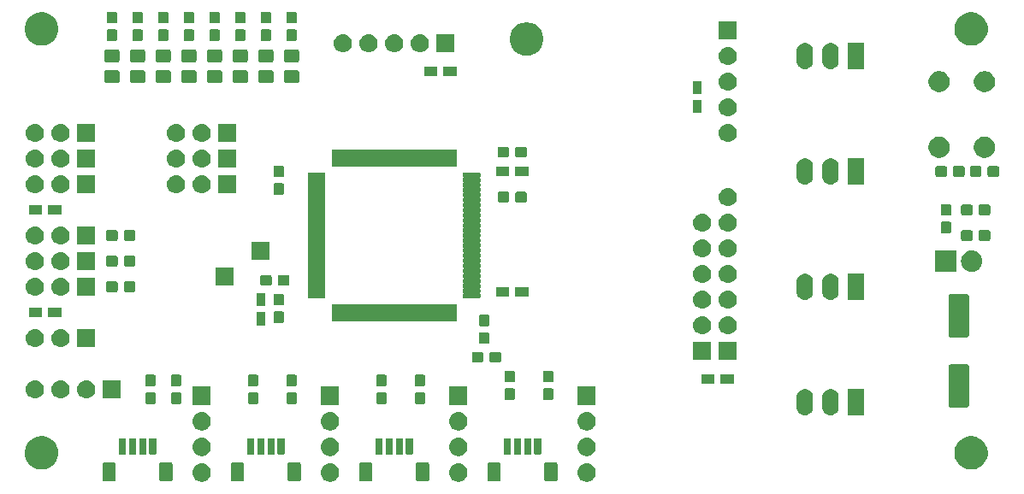
<source format=gbr>
G04 #@! TF.GenerationSoftware,KiCad,Pcbnew,(5.1.4)-1*
G04 #@! TF.CreationDate,2020-02-27T02:57:38+01:00*
G04 #@! TF.ProjectId,stm32_board,73746d33-325f-4626-9f61-72642e6b6963,rev?*
G04 #@! TF.SameCoordinates,Original*
G04 #@! TF.FileFunction,Soldermask,Top*
G04 #@! TF.FilePolarity,Negative*
%FSLAX46Y46*%
G04 Gerber Fmt 4.6, Leading zero omitted, Abs format (unit mm)*
G04 Created by KiCad (PCBNEW (5.1.4)-1) date 2020-02-27 02:57:38*
%MOMM*%
%LPD*%
G04 APERTURE LIST*
%ADD10C,0.100000*%
G04 APERTURE END LIST*
D10*
G36*
X108060442Y-147060518D02*
G01*
X108126627Y-147067037D01*
X108296466Y-147118557D01*
X108452991Y-147202222D01*
X108456679Y-147205249D01*
X108590186Y-147314814D01*
X108673448Y-147416271D01*
X108702778Y-147452009D01*
X108786443Y-147608534D01*
X108837963Y-147778373D01*
X108855359Y-147955000D01*
X108837963Y-148131627D01*
X108786443Y-148301466D01*
X108702778Y-148457991D01*
X108673448Y-148493729D01*
X108590186Y-148595186D01*
X108488729Y-148678448D01*
X108452991Y-148707778D01*
X108296466Y-148791443D01*
X108126627Y-148842963D01*
X108060443Y-148849481D01*
X107994260Y-148856000D01*
X107905740Y-148856000D01*
X107839557Y-148849481D01*
X107773373Y-148842963D01*
X107603534Y-148791443D01*
X107447009Y-148707778D01*
X107411271Y-148678448D01*
X107309814Y-148595186D01*
X107226552Y-148493729D01*
X107197222Y-148457991D01*
X107113557Y-148301466D01*
X107062037Y-148131627D01*
X107044641Y-147955000D01*
X107062037Y-147778373D01*
X107113557Y-147608534D01*
X107197222Y-147452009D01*
X107226552Y-147416271D01*
X107309814Y-147314814D01*
X107443321Y-147205249D01*
X107447009Y-147202222D01*
X107603534Y-147118557D01*
X107773373Y-147067037D01*
X107839558Y-147060518D01*
X107905740Y-147054000D01*
X107994260Y-147054000D01*
X108060442Y-147060518D01*
X108060442Y-147060518D01*
G37*
G36*
X95360442Y-147060518D02*
G01*
X95426627Y-147067037D01*
X95596466Y-147118557D01*
X95752991Y-147202222D01*
X95756679Y-147205249D01*
X95890186Y-147314814D01*
X95973448Y-147416271D01*
X96002778Y-147452009D01*
X96086443Y-147608534D01*
X96137963Y-147778373D01*
X96155359Y-147955000D01*
X96137963Y-148131627D01*
X96086443Y-148301466D01*
X96002778Y-148457991D01*
X95973448Y-148493729D01*
X95890186Y-148595186D01*
X95788729Y-148678448D01*
X95752991Y-148707778D01*
X95596466Y-148791443D01*
X95426627Y-148842963D01*
X95360443Y-148849481D01*
X95294260Y-148856000D01*
X95205740Y-148856000D01*
X95139557Y-148849481D01*
X95073373Y-148842963D01*
X94903534Y-148791443D01*
X94747009Y-148707778D01*
X94711271Y-148678448D01*
X94609814Y-148595186D01*
X94526552Y-148493729D01*
X94497222Y-148457991D01*
X94413557Y-148301466D01*
X94362037Y-148131627D01*
X94344641Y-147955000D01*
X94362037Y-147778373D01*
X94413557Y-147608534D01*
X94497222Y-147452009D01*
X94526552Y-147416271D01*
X94609814Y-147314814D01*
X94743321Y-147205249D01*
X94747009Y-147202222D01*
X94903534Y-147118557D01*
X95073373Y-147067037D01*
X95139558Y-147060518D01*
X95205740Y-147054000D01*
X95294260Y-147054000D01*
X95360442Y-147060518D01*
X95360442Y-147060518D01*
G37*
G36*
X82660442Y-147060518D02*
G01*
X82726627Y-147067037D01*
X82896466Y-147118557D01*
X83052991Y-147202222D01*
X83056679Y-147205249D01*
X83190186Y-147314814D01*
X83273448Y-147416271D01*
X83302778Y-147452009D01*
X83386443Y-147608534D01*
X83437963Y-147778373D01*
X83455359Y-147955000D01*
X83437963Y-148131627D01*
X83386443Y-148301466D01*
X83302778Y-148457991D01*
X83273448Y-148493729D01*
X83190186Y-148595186D01*
X83088729Y-148678448D01*
X83052991Y-148707778D01*
X82896466Y-148791443D01*
X82726627Y-148842963D01*
X82660443Y-148849481D01*
X82594260Y-148856000D01*
X82505740Y-148856000D01*
X82439557Y-148849481D01*
X82373373Y-148842963D01*
X82203534Y-148791443D01*
X82047009Y-148707778D01*
X82011271Y-148678448D01*
X81909814Y-148595186D01*
X81826552Y-148493729D01*
X81797222Y-148457991D01*
X81713557Y-148301466D01*
X81662037Y-148131627D01*
X81644641Y-147955000D01*
X81662037Y-147778373D01*
X81713557Y-147608534D01*
X81797222Y-147452009D01*
X81826552Y-147416271D01*
X81909814Y-147314814D01*
X82043321Y-147205249D01*
X82047009Y-147202222D01*
X82203534Y-147118557D01*
X82373373Y-147067037D01*
X82439558Y-147060518D01*
X82505740Y-147054000D01*
X82594260Y-147054000D01*
X82660442Y-147060518D01*
X82660442Y-147060518D01*
G37*
G36*
X69960442Y-147060518D02*
G01*
X70026627Y-147067037D01*
X70196466Y-147118557D01*
X70352991Y-147202222D01*
X70356679Y-147205249D01*
X70490186Y-147314814D01*
X70573448Y-147416271D01*
X70602778Y-147452009D01*
X70686443Y-147608534D01*
X70737963Y-147778373D01*
X70755359Y-147955000D01*
X70737963Y-148131627D01*
X70686443Y-148301466D01*
X70602778Y-148457991D01*
X70573448Y-148493729D01*
X70490186Y-148595186D01*
X70388729Y-148678448D01*
X70352991Y-148707778D01*
X70196466Y-148791443D01*
X70026627Y-148842963D01*
X69960443Y-148849481D01*
X69894260Y-148856000D01*
X69805740Y-148856000D01*
X69739557Y-148849481D01*
X69673373Y-148842963D01*
X69503534Y-148791443D01*
X69347009Y-148707778D01*
X69311271Y-148678448D01*
X69209814Y-148595186D01*
X69126552Y-148493729D01*
X69097222Y-148457991D01*
X69013557Y-148301466D01*
X68962037Y-148131627D01*
X68944641Y-147955000D01*
X68962037Y-147778373D01*
X69013557Y-147608534D01*
X69097222Y-147452009D01*
X69126552Y-147416271D01*
X69209814Y-147314814D01*
X69343321Y-147205249D01*
X69347009Y-147202222D01*
X69503534Y-147118557D01*
X69673373Y-147067037D01*
X69739558Y-147060518D01*
X69805740Y-147054000D01*
X69894260Y-147054000D01*
X69960442Y-147060518D01*
X69960442Y-147060518D01*
G37*
G36*
X86591242Y-146938404D02*
G01*
X86628337Y-146949657D01*
X86662515Y-146967925D01*
X86692481Y-146992519D01*
X86717075Y-147022485D01*
X86735343Y-147056663D01*
X86746596Y-147093758D01*
X86751000Y-147138474D01*
X86751000Y-148631526D01*
X86746596Y-148676242D01*
X86735343Y-148713337D01*
X86717075Y-148747515D01*
X86692481Y-148777481D01*
X86662515Y-148802075D01*
X86628337Y-148820343D01*
X86591242Y-148831596D01*
X86546526Y-148836000D01*
X85653474Y-148836000D01*
X85608758Y-148831596D01*
X85571663Y-148820343D01*
X85537485Y-148802075D01*
X85507519Y-148777481D01*
X85482925Y-148747515D01*
X85464657Y-148713337D01*
X85453404Y-148676242D01*
X85449000Y-148631526D01*
X85449000Y-147138474D01*
X85453404Y-147093758D01*
X85464657Y-147056663D01*
X85482925Y-147022485D01*
X85507519Y-146992519D01*
X85537485Y-146967925D01*
X85571663Y-146949657D01*
X85608758Y-146938404D01*
X85653474Y-146934000D01*
X86546526Y-146934000D01*
X86591242Y-146938404D01*
X86591242Y-146938404D01*
G37*
G36*
X92191242Y-146938404D02*
G01*
X92228337Y-146949657D01*
X92262515Y-146967925D01*
X92292481Y-146992519D01*
X92317075Y-147022485D01*
X92335343Y-147056663D01*
X92346596Y-147093758D01*
X92351000Y-147138474D01*
X92351000Y-148631526D01*
X92346596Y-148676242D01*
X92335343Y-148713337D01*
X92317075Y-148747515D01*
X92292481Y-148777481D01*
X92262515Y-148802075D01*
X92228337Y-148820343D01*
X92191242Y-148831596D01*
X92146526Y-148836000D01*
X91253474Y-148836000D01*
X91208758Y-148831596D01*
X91171663Y-148820343D01*
X91137485Y-148802075D01*
X91107519Y-148777481D01*
X91082925Y-148747515D01*
X91064657Y-148713337D01*
X91053404Y-148676242D01*
X91049000Y-148631526D01*
X91049000Y-147138474D01*
X91053404Y-147093758D01*
X91064657Y-147056663D01*
X91082925Y-147022485D01*
X91107519Y-146992519D01*
X91137485Y-146967925D01*
X91171663Y-146949657D01*
X91208758Y-146938404D01*
X91253474Y-146934000D01*
X92146526Y-146934000D01*
X92191242Y-146938404D01*
X92191242Y-146938404D01*
G37*
G36*
X73891242Y-146938404D02*
G01*
X73928337Y-146949657D01*
X73962515Y-146967925D01*
X73992481Y-146992519D01*
X74017075Y-147022485D01*
X74035343Y-147056663D01*
X74046596Y-147093758D01*
X74051000Y-147138474D01*
X74051000Y-148631526D01*
X74046596Y-148676242D01*
X74035343Y-148713337D01*
X74017075Y-148747515D01*
X73992481Y-148777481D01*
X73962515Y-148802075D01*
X73928337Y-148820343D01*
X73891242Y-148831596D01*
X73846526Y-148836000D01*
X72953474Y-148836000D01*
X72908758Y-148831596D01*
X72871663Y-148820343D01*
X72837485Y-148802075D01*
X72807519Y-148777481D01*
X72782925Y-148747515D01*
X72764657Y-148713337D01*
X72753404Y-148676242D01*
X72749000Y-148631526D01*
X72749000Y-147138474D01*
X72753404Y-147093758D01*
X72764657Y-147056663D01*
X72782925Y-147022485D01*
X72807519Y-146992519D01*
X72837485Y-146967925D01*
X72871663Y-146949657D01*
X72908758Y-146938404D01*
X72953474Y-146934000D01*
X73846526Y-146934000D01*
X73891242Y-146938404D01*
X73891242Y-146938404D01*
G37*
G36*
X79491242Y-146938404D02*
G01*
X79528337Y-146949657D01*
X79562515Y-146967925D01*
X79592481Y-146992519D01*
X79617075Y-147022485D01*
X79635343Y-147056663D01*
X79646596Y-147093758D01*
X79651000Y-147138474D01*
X79651000Y-148631526D01*
X79646596Y-148676242D01*
X79635343Y-148713337D01*
X79617075Y-148747515D01*
X79592481Y-148777481D01*
X79562515Y-148802075D01*
X79528337Y-148820343D01*
X79491242Y-148831596D01*
X79446526Y-148836000D01*
X78553474Y-148836000D01*
X78508758Y-148831596D01*
X78471663Y-148820343D01*
X78437485Y-148802075D01*
X78407519Y-148777481D01*
X78382925Y-148747515D01*
X78364657Y-148713337D01*
X78353404Y-148676242D01*
X78349000Y-148631526D01*
X78349000Y-147138474D01*
X78353404Y-147093758D01*
X78364657Y-147056663D01*
X78382925Y-147022485D01*
X78407519Y-146992519D01*
X78437485Y-146967925D01*
X78471663Y-146949657D01*
X78508758Y-146938404D01*
X78553474Y-146934000D01*
X79446526Y-146934000D01*
X79491242Y-146938404D01*
X79491242Y-146938404D01*
G37*
G36*
X61191242Y-146938404D02*
G01*
X61228337Y-146949657D01*
X61262515Y-146967925D01*
X61292481Y-146992519D01*
X61317075Y-147022485D01*
X61335343Y-147056663D01*
X61346596Y-147093758D01*
X61351000Y-147138474D01*
X61351000Y-148631526D01*
X61346596Y-148676242D01*
X61335343Y-148713337D01*
X61317075Y-148747515D01*
X61292481Y-148777481D01*
X61262515Y-148802075D01*
X61228337Y-148820343D01*
X61191242Y-148831596D01*
X61146526Y-148836000D01*
X60253474Y-148836000D01*
X60208758Y-148831596D01*
X60171663Y-148820343D01*
X60137485Y-148802075D01*
X60107519Y-148777481D01*
X60082925Y-148747515D01*
X60064657Y-148713337D01*
X60053404Y-148676242D01*
X60049000Y-148631526D01*
X60049000Y-147138474D01*
X60053404Y-147093758D01*
X60064657Y-147056663D01*
X60082925Y-147022485D01*
X60107519Y-146992519D01*
X60137485Y-146967925D01*
X60171663Y-146949657D01*
X60208758Y-146938404D01*
X60253474Y-146934000D01*
X61146526Y-146934000D01*
X61191242Y-146938404D01*
X61191242Y-146938404D01*
G37*
G36*
X99291242Y-146938404D02*
G01*
X99328337Y-146949657D01*
X99362515Y-146967925D01*
X99392481Y-146992519D01*
X99417075Y-147022485D01*
X99435343Y-147056663D01*
X99446596Y-147093758D01*
X99451000Y-147138474D01*
X99451000Y-148631526D01*
X99446596Y-148676242D01*
X99435343Y-148713337D01*
X99417075Y-148747515D01*
X99392481Y-148777481D01*
X99362515Y-148802075D01*
X99328337Y-148820343D01*
X99291242Y-148831596D01*
X99246526Y-148836000D01*
X98353474Y-148836000D01*
X98308758Y-148831596D01*
X98271663Y-148820343D01*
X98237485Y-148802075D01*
X98207519Y-148777481D01*
X98182925Y-148747515D01*
X98164657Y-148713337D01*
X98153404Y-148676242D01*
X98149000Y-148631526D01*
X98149000Y-147138474D01*
X98153404Y-147093758D01*
X98164657Y-147056663D01*
X98182925Y-147022485D01*
X98207519Y-146992519D01*
X98237485Y-146967925D01*
X98271663Y-146949657D01*
X98308758Y-146938404D01*
X98353474Y-146934000D01*
X99246526Y-146934000D01*
X99291242Y-146938404D01*
X99291242Y-146938404D01*
G37*
G36*
X104891242Y-146938404D02*
G01*
X104928337Y-146949657D01*
X104962515Y-146967925D01*
X104992481Y-146992519D01*
X105017075Y-147022485D01*
X105035343Y-147056663D01*
X105046596Y-147093758D01*
X105051000Y-147138474D01*
X105051000Y-148631526D01*
X105046596Y-148676242D01*
X105035343Y-148713337D01*
X105017075Y-148747515D01*
X104992481Y-148777481D01*
X104962515Y-148802075D01*
X104928337Y-148820343D01*
X104891242Y-148831596D01*
X104846526Y-148836000D01*
X103953474Y-148836000D01*
X103908758Y-148831596D01*
X103871663Y-148820343D01*
X103837485Y-148802075D01*
X103807519Y-148777481D01*
X103782925Y-148747515D01*
X103764657Y-148713337D01*
X103753404Y-148676242D01*
X103749000Y-148631526D01*
X103749000Y-147138474D01*
X103753404Y-147093758D01*
X103764657Y-147056663D01*
X103782925Y-147022485D01*
X103807519Y-146992519D01*
X103837485Y-146967925D01*
X103871663Y-146949657D01*
X103908758Y-146938404D01*
X103953474Y-146934000D01*
X104846526Y-146934000D01*
X104891242Y-146938404D01*
X104891242Y-146938404D01*
G37*
G36*
X66791242Y-146938404D02*
G01*
X66828337Y-146949657D01*
X66862515Y-146967925D01*
X66892481Y-146992519D01*
X66917075Y-147022485D01*
X66935343Y-147056663D01*
X66946596Y-147093758D01*
X66951000Y-147138474D01*
X66951000Y-148631526D01*
X66946596Y-148676242D01*
X66935343Y-148713337D01*
X66917075Y-148747515D01*
X66892481Y-148777481D01*
X66862515Y-148802075D01*
X66828337Y-148820343D01*
X66791242Y-148831596D01*
X66746526Y-148836000D01*
X65853474Y-148836000D01*
X65808758Y-148831596D01*
X65771663Y-148820343D01*
X65737485Y-148802075D01*
X65707519Y-148777481D01*
X65682925Y-148747515D01*
X65664657Y-148713337D01*
X65653404Y-148676242D01*
X65649000Y-148631526D01*
X65649000Y-147138474D01*
X65653404Y-147093758D01*
X65664657Y-147056663D01*
X65682925Y-147022485D01*
X65707519Y-146992519D01*
X65737485Y-146967925D01*
X65771663Y-146949657D01*
X65808758Y-146938404D01*
X65853474Y-146934000D01*
X66746526Y-146934000D01*
X66791242Y-146938404D01*
X66791242Y-146938404D01*
G37*
G36*
X146375256Y-144391298D02*
G01*
X146481579Y-144412447D01*
X146694037Y-144500450D01*
X146781707Y-144536764D01*
X146782042Y-144536903D01*
X147052451Y-144717585D01*
X147282415Y-144947549D01*
X147463097Y-145217958D01*
X147587553Y-145518421D01*
X147608702Y-145624744D01*
X147651000Y-145837389D01*
X147651000Y-146162611D01*
X147633330Y-146251442D01*
X147587553Y-146481579D01*
X147463097Y-146782042D01*
X147282415Y-147052451D01*
X147052451Y-147282415D01*
X146782042Y-147463097D01*
X146481579Y-147587553D01*
X146376110Y-147608532D01*
X146162611Y-147651000D01*
X145837389Y-147651000D01*
X145623890Y-147608532D01*
X145518421Y-147587553D01*
X145217958Y-147463097D01*
X144947549Y-147282415D01*
X144717585Y-147052451D01*
X144536903Y-146782042D01*
X144412447Y-146481579D01*
X144366670Y-146251442D01*
X144349000Y-146162611D01*
X144349000Y-145837389D01*
X144391298Y-145624744D01*
X144412447Y-145518421D01*
X144536903Y-145217958D01*
X144717585Y-144947549D01*
X144947549Y-144717585D01*
X145217958Y-144536903D01*
X145218294Y-144536764D01*
X145305963Y-144500450D01*
X145518421Y-144412447D01*
X145624744Y-144391298D01*
X145837389Y-144349000D01*
X146162611Y-144349000D01*
X146375256Y-144391298D01*
X146375256Y-144391298D01*
G37*
G36*
X54375256Y-144391298D02*
G01*
X54481579Y-144412447D01*
X54694037Y-144500450D01*
X54781707Y-144536764D01*
X54782042Y-144536903D01*
X55052451Y-144717585D01*
X55282415Y-144947549D01*
X55463097Y-145217958D01*
X55587553Y-145518421D01*
X55608702Y-145624744D01*
X55651000Y-145837389D01*
X55651000Y-146162611D01*
X55633330Y-146251442D01*
X55587553Y-146481579D01*
X55463097Y-146782042D01*
X55282415Y-147052451D01*
X55052451Y-147282415D01*
X54782042Y-147463097D01*
X54481579Y-147587553D01*
X54376110Y-147608532D01*
X54162611Y-147651000D01*
X53837389Y-147651000D01*
X53623890Y-147608532D01*
X53518421Y-147587553D01*
X53217958Y-147463097D01*
X52947549Y-147282415D01*
X52717585Y-147052451D01*
X52536903Y-146782042D01*
X52412447Y-146481579D01*
X52366670Y-146251442D01*
X52349000Y-146162611D01*
X52349000Y-145837389D01*
X52391298Y-145624744D01*
X52412447Y-145518421D01*
X52536903Y-145217958D01*
X52717585Y-144947549D01*
X52947549Y-144717585D01*
X53217958Y-144536903D01*
X53218294Y-144536764D01*
X53305963Y-144500450D01*
X53518421Y-144412447D01*
X53624744Y-144391298D01*
X53837389Y-144349000D01*
X54162611Y-144349000D01*
X54375256Y-144391298D01*
X54375256Y-144391298D01*
G37*
G36*
X108060442Y-144520518D02*
G01*
X108126627Y-144527037D01*
X108296466Y-144578557D01*
X108452991Y-144662222D01*
X108468880Y-144675262D01*
X108590186Y-144774814D01*
X108673448Y-144876271D01*
X108702778Y-144912009D01*
X108786443Y-145068534D01*
X108837963Y-145238373D01*
X108855359Y-145415000D01*
X108837963Y-145591627D01*
X108786443Y-145761466D01*
X108702778Y-145917991D01*
X108673448Y-145953729D01*
X108590186Y-146055186D01*
X108493422Y-146134597D01*
X108452991Y-146167778D01*
X108296466Y-146251443D01*
X108126627Y-146302963D01*
X108060442Y-146309482D01*
X107994260Y-146316000D01*
X107905740Y-146316000D01*
X107839558Y-146309482D01*
X107773373Y-146302963D01*
X107603534Y-146251443D01*
X107447009Y-146167778D01*
X107406578Y-146134597D01*
X107309814Y-146055186D01*
X107226552Y-145953729D01*
X107197222Y-145917991D01*
X107113557Y-145761466D01*
X107062037Y-145591627D01*
X107044641Y-145415000D01*
X107062037Y-145238373D01*
X107113557Y-145068534D01*
X107197222Y-144912009D01*
X107226552Y-144876271D01*
X107309814Y-144774814D01*
X107431120Y-144675262D01*
X107447009Y-144662222D01*
X107603534Y-144578557D01*
X107773373Y-144527037D01*
X107839558Y-144520518D01*
X107905740Y-144514000D01*
X107994260Y-144514000D01*
X108060442Y-144520518D01*
X108060442Y-144520518D01*
G37*
G36*
X82660442Y-144520518D02*
G01*
X82726627Y-144527037D01*
X82896466Y-144578557D01*
X83052991Y-144662222D01*
X83068880Y-144675262D01*
X83190186Y-144774814D01*
X83273448Y-144876271D01*
X83302778Y-144912009D01*
X83386443Y-145068534D01*
X83437963Y-145238373D01*
X83455359Y-145415000D01*
X83437963Y-145591627D01*
X83386443Y-145761466D01*
X83302778Y-145917991D01*
X83273448Y-145953729D01*
X83190186Y-146055186D01*
X83093422Y-146134597D01*
X83052991Y-146167778D01*
X82896466Y-146251443D01*
X82726627Y-146302963D01*
X82660442Y-146309482D01*
X82594260Y-146316000D01*
X82505740Y-146316000D01*
X82439558Y-146309482D01*
X82373373Y-146302963D01*
X82203534Y-146251443D01*
X82047009Y-146167778D01*
X82006578Y-146134597D01*
X81909814Y-146055186D01*
X81826552Y-145953729D01*
X81797222Y-145917991D01*
X81713557Y-145761466D01*
X81662037Y-145591627D01*
X81644641Y-145415000D01*
X81662037Y-145238373D01*
X81713557Y-145068534D01*
X81797222Y-144912009D01*
X81826552Y-144876271D01*
X81909814Y-144774814D01*
X82031120Y-144675262D01*
X82047009Y-144662222D01*
X82203534Y-144578557D01*
X82373373Y-144527037D01*
X82439558Y-144520518D01*
X82505740Y-144514000D01*
X82594260Y-144514000D01*
X82660442Y-144520518D01*
X82660442Y-144520518D01*
G37*
G36*
X69960442Y-144520518D02*
G01*
X70026627Y-144527037D01*
X70196466Y-144578557D01*
X70352991Y-144662222D01*
X70368880Y-144675262D01*
X70490186Y-144774814D01*
X70573448Y-144876271D01*
X70602778Y-144912009D01*
X70686443Y-145068534D01*
X70737963Y-145238373D01*
X70755359Y-145415000D01*
X70737963Y-145591627D01*
X70686443Y-145761466D01*
X70602778Y-145917991D01*
X70573448Y-145953729D01*
X70490186Y-146055186D01*
X70393422Y-146134597D01*
X70352991Y-146167778D01*
X70196466Y-146251443D01*
X70026627Y-146302963D01*
X69960442Y-146309482D01*
X69894260Y-146316000D01*
X69805740Y-146316000D01*
X69739558Y-146309482D01*
X69673373Y-146302963D01*
X69503534Y-146251443D01*
X69347009Y-146167778D01*
X69306578Y-146134597D01*
X69209814Y-146055186D01*
X69126552Y-145953729D01*
X69097222Y-145917991D01*
X69013557Y-145761466D01*
X68962037Y-145591627D01*
X68944641Y-145415000D01*
X68962037Y-145238373D01*
X69013557Y-145068534D01*
X69097222Y-144912009D01*
X69126552Y-144876271D01*
X69209814Y-144774814D01*
X69331120Y-144675262D01*
X69347009Y-144662222D01*
X69503534Y-144578557D01*
X69673373Y-144527037D01*
X69739558Y-144520518D01*
X69805740Y-144514000D01*
X69894260Y-144514000D01*
X69960442Y-144520518D01*
X69960442Y-144520518D01*
G37*
G36*
X95360442Y-144520518D02*
G01*
X95426627Y-144527037D01*
X95596466Y-144578557D01*
X95752991Y-144662222D01*
X95768880Y-144675262D01*
X95890186Y-144774814D01*
X95973448Y-144876271D01*
X96002778Y-144912009D01*
X96086443Y-145068534D01*
X96137963Y-145238373D01*
X96155359Y-145415000D01*
X96137963Y-145591627D01*
X96086443Y-145761466D01*
X96002778Y-145917991D01*
X95973448Y-145953729D01*
X95890186Y-146055186D01*
X95793422Y-146134597D01*
X95752991Y-146167778D01*
X95596466Y-146251443D01*
X95426627Y-146302963D01*
X95360442Y-146309482D01*
X95294260Y-146316000D01*
X95205740Y-146316000D01*
X95139558Y-146309482D01*
X95073373Y-146302963D01*
X94903534Y-146251443D01*
X94747009Y-146167778D01*
X94706578Y-146134597D01*
X94609814Y-146055186D01*
X94526552Y-145953729D01*
X94497222Y-145917991D01*
X94413557Y-145761466D01*
X94362037Y-145591627D01*
X94344641Y-145415000D01*
X94362037Y-145238373D01*
X94413557Y-145068534D01*
X94497222Y-144912009D01*
X94526552Y-144876271D01*
X94609814Y-144774814D01*
X94731120Y-144675262D01*
X94747009Y-144662222D01*
X94903534Y-144578557D01*
X95073373Y-144527037D01*
X95139558Y-144520518D01*
X95205740Y-144514000D01*
X95294260Y-144514000D01*
X95360442Y-144520518D01*
X95360442Y-144520518D01*
G37*
G36*
X90659928Y-144536764D02*
G01*
X90681009Y-144543160D01*
X90700445Y-144553548D01*
X90717476Y-144567524D01*
X90731452Y-144584555D01*
X90741840Y-144603991D01*
X90748236Y-144625072D01*
X90751000Y-144653140D01*
X90751000Y-146066860D01*
X90748236Y-146094928D01*
X90741840Y-146116009D01*
X90731452Y-146135445D01*
X90717476Y-146152476D01*
X90700445Y-146166452D01*
X90681009Y-146176840D01*
X90659928Y-146183236D01*
X90631860Y-146186000D01*
X90168140Y-146186000D01*
X90140072Y-146183236D01*
X90118991Y-146176840D01*
X90099555Y-146166452D01*
X90082524Y-146152476D01*
X90068548Y-146135445D01*
X90058160Y-146116009D01*
X90051764Y-146094928D01*
X90049000Y-146066860D01*
X90049000Y-144653140D01*
X90051764Y-144625072D01*
X90058160Y-144603991D01*
X90068548Y-144584555D01*
X90082524Y-144567524D01*
X90099555Y-144553548D01*
X90118991Y-144543160D01*
X90140072Y-144536764D01*
X90168140Y-144534000D01*
X90631860Y-144534000D01*
X90659928Y-144536764D01*
X90659928Y-144536764D01*
G37*
G36*
X62259928Y-144536764D02*
G01*
X62281009Y-144543160D01*
X62300445Y-144553548D01*
X62317476Y-144567524D01*
X62331452Y-144584555D01*
X62341840Y-144603991D01*
X62348236Y-144625072D01*
X62351000Y-144653140D01*
X62351000Y-146066860D01*
X62348236Y-146094928D01*
X62341840Y-146116009D01*
X62331452Y-146135445D01*
X62317476Y-146152476D01*
X62300445Y-146166452D01*
X62281009Y-146176840D01*
X62259928Y-146183236D01*
X62231860Y-146186000D01*
X61768140Y-146186000D01*
X61740072Y-146183236D01*
X61718991Y-146176840D01*
X61699555Y-146166452D01*
X61682524Y-146152476D01*
X61668548Y-146135445D01*
X61658160Y-146116009D01*
X61651764Y-146094928D01*
X61649000Y-146066860D01*
X61649000Y-144653140D01*
X61651764Y-144625072D01*
X61658160Y-144603991D01*
X61668548Y-144584555D01*
X61682524Y-144567524D01*
X61699555Y-144553548D01*
X61718991Y-144543160D01*
X61740072Y-144536764D01*
X61768140Y-144534000D01*
X62231860Y-144534000D01*
X62259928Y-144536764D01*
X62259928Y-144536764D01*
G37*
G36*
X63259928Y-144536764D02*
G01*
X63281009Y-144543160D01*
X63300445Y-144553548D01*
X63317476Y-144567524D01*
X63331452Y-144584555D01*
X63341840Y-144603991D01*
X63348236Y-144625072D01*
X63351000Y-144653140D01*
X63351000Y-146066860D01*
X63348236Y-146094928D01*
X63341840Y-146116009D01*
X63331452Y-146135445D01*
X63317476Y-146152476D01*
X63300445Y-146166452D01*
X63281009Y-146176840D01*
X63259928Y-146183236D01*
X63231860Y-146186000D01*
X62768140Y-146186000D01*
X62740072Y-146183236D01*
X62718991Y-146176840D01*
X62699555Y-146166452D01*
X62682524Y-146152476D01*
X62668548Y-146135445D01*
X62658160Y-146116009D01*
X62651764Y-146094928D01*
X62649000Y-146066860D01*
X62649000Y-144653140D01*
X62651764Y-144625072D01*
X62658160Y-144603991D01*
X62668548Y-144584555D01*
X62682524Y-144567524D01*
X62699555Y-144553548D01*
X62718991Y-144543160D01*
X62740072Y-144536764D01*
X62768140Y-144534000D01*
X63231860Y-144534000D01*
X63259928Y-144536764D01*
X63259928Y-144536764D01*
G37*
G36*
X64259928Y-144536764D02*
G01*
X64281009Y-144543160D01*
X64300445Y-144553548D01*
X64317476Y-144567524D01*
X64331452Y-144584555D01*
X64341840Y-144603991D01*
X64348236Y-144625072D01*
X64351000Y-144653140D01*
X64351000Y-146066860D01*
X64348236Y-146094928D01*
X64341840Y-146116009D01*
X64331452Y-146135445D01*
X64317476Y-146152476D01*
X64300445Y-146166452D01*
X64281009Y-146176840D01*
X64259928Y-146183236D01*
X64231860Y-146186000D01*
X63768140Y-146186000D01*
X63740072Y-146183236D01*
X63718991Y-146176840D01*
X63699555Y-146166452D01*
X63682524Y-146152476D01*
X63668548Y-146135445D01*
X63658160Y-146116009D01*
X63651764Y-146094928D01*
X63649000Y-146066860D01*
X63649000Y-144653140D01*
X63651764Y-144625072D01*
X63658160Y-144603991D01*
X63668548Y-144584555D01*
X63682524Y-144567524D01*
X63699555Y-144553548D01*
X63718991Y-144543160D01*
X63740072Y-144536764D01*
X63768140Y-144534000D01*
X64231860Y-144534000D01*
X64259928Y-144536764D01*
X64259928Y-144536764D01*
G37*
G36*
X65259928Y-144536764D02*
G01*
X65281009Y-144543160D01*
X65300445Y-144553548D01*
X65317476Y-144567524D01*
X65331452Y-144584555D01*
X65341840Y-144603991D01*
X65348236Y-144625072D01*
X65351000Y-144653140D01*
X65351000Y-146066860D01*
X65348236Y-146094928D01*
X65341840Y-146116009D01*
X65331452Y-146135445D01*
X65317476Y-146152476D01*
X65300445Y-146166452D01*
X65281009Y-146176840D01*
X65259928Y-146183236D01*
X65231860Y-146186000D01*
X64768140Y-146186000D01*
X64740072Y-146183236D01*
X64718991Y-146176840D01*
X64699555Y-146166452D01*
X64682524Y-146152476D01*
X64668548Y-146135445D01*
X64658160Y-146116009D01*
X64651764Y-146094928D01*
X64649000Y-146066860D01*
X64649000Y-144653140D01*
X64651764Y-144625072D01*
X64658160Y-144603991D01*
X64668548Y-144584555D01*
X64682524Y-144567524D01*
X64699555Y-144553548D01*
X64718991Y-144543160D01*
X64740072Y-144536764D01*
X64768140Y-144534000D01*
X65231860Y-144534000D01*
X65259928Y-144536764D01*
X65259928Y-144536764D01*
G37*
G36*
X75959928Y-144536764D02*
G01*
X75981009Y-144543160D01*
X76000445Y-144553548D01*
X76017476Y-144567524D01*
X76031452Y-144584555D01*
X76041840Y-144603991D01*
X76048236Y-144625072D01*
X76051000Y-144653140D01*
X76051000Y-146066860D01*
X76048236Y-146094928D01*
X76041840Y-146116009D01*
X76031452Y-146135445D01*
X76017476Y-146152476D01*
X76000445Y-146166452D01*
X75981009Y-146176840D01*
X75959928Y-146183236D01*
X75931860Y-146186000D01*
X75468140Y-146186000D01*
X75440072Y-146183236D01*
X75418991Y-146176840D01*
X75399555Y-146166452D01*
X75382524Y-146152476D01*
X75368548Y-146135445D01*
X75358160Y-146116009D01*
X75351764Y-146094928D01*
X75349000Y-146066860D01*
X75349000Y-144653140D01*
X75351764Y-144625072D01*
X75358160Y-144603991D01*
X75368548Y-144584555D01*
X75382524Y-144567524D01*
X75399555Y-144553548D01*
X75418991Y-144543160D01*
X75440072Y-144536764D01*
X75468140Y-144534000D01*
X75931860Y-144534000D01*
X75959928Y-144536764D01*
X75959928Y-144536764D01*
G37*
G36*
X74959928Y-144536764D02*
G01*
X74981009Y-144543160D01*
X75000445Y-144553548D01*
X75017476Y-144567524D01*
X75031452Y-144584555D01*
X75041840Y-144603991D01*
X75048236Y-144625072D01*
X75051000Y-144653140D01*
X75051000Y-146066860D01*
X75048236Y-146094928D01*
X75041840Y-146116009D01*
X75031452Y-146135445D01*
X75017476Y-146152476D01*
X75000445Y-146166452D01*
X74981009Y-146176840D01*
X74959928Y-146183236D01*
X74931860Y-146186000D01*
X74468140Y-146186000D01*
X74440072Y-146183236D01*
X74418991Y-146176840D01*
X74399555Y-146166452D01*
X74382524Y-146152476D01*
X74368548Y-146135445D01*
X74358160Y-146116009D01*
X74351764Y-146094928D01*
X74349000Y-146066860D01*
X74349000Y-144653140D01*
X74351764Y-144625072D01*
X74358160Y-144603991D01*
X74368548Y-144584555D01*
X74382524Y-144567524D01*
X74399555Y-144553548D01*
X74418991Y-144543160D01*
X74440072Y-144536764D01*
X74468140Y-144534000D01*
X74931860Y-144534000D01*
X74959928Y-144536764D01*
X74959928Y-144536764D01*
G37*
G36*
X77959928Y-144536764D02*
G01*
X77981009Y-144543160D01*
X78000445Y-144553548D01*
X78017476Y-144567524D01*
X78031452Y-144584555D01*
X78041840Y-144603991D01*
X78048236Y-144625072D01*
X78051000Y-144653140D01*
X78051000Y-146066860D01*
X78048236Y-146094928D01*
X78041840Y-146116009D01*
X78031452Y-146135445D01*
X78017476Y-146152476D01*
X78000445Y-146166452D01*
X77981009Y-146176840D01*
X77959928Y-146183236D01*
X77931860Y-146186000D01*
X77468140Y-146186000D01*
X77440072Y-146183236D01*
X77418991Y-146176840D01*
X77399555Y-146166452D01*
X77382524Y-146152476D01*
X77368548Y-146135445D01*
X77358160Y-146116009D01*
X77351764Y-146094928D01*
X77349000Y-146066860D01*
X77349000Y-144653140D01*
X77351764Y-144625072D01*
X77358160Y-144603991D01*
X77368548Y-144584555D01*
X77382524Y-144567524D01*
X77399555Y-144553548D01*
X77418991Y-144543160D01*
X77440072Y-144536764D01*
X77468140Y-144534000D01*
X77931860Y-144534000D01*
X77959928Y-144536764D01*
X77959928Y-144536764D01*
G37*
G36*
X103359928Y-144536764D02*
G01*
X103381009Y-144543160D01*
X103400445Y-144553548D01*
X103417476Y-144567524D01*
X103431452Y-144584555D01*
X103441840Y-144603991D01*
X103448236Y-144625072D01*
X103451000Y-144653140D01*
X103451000Y-146066860D01*
X103448236Y-146094928D01*
X103441840Y-146116009D01*
X103431452Y-146135445D01*
X103417476Y-146152476D01*
X103400445Y-146166452D01*
X103381009Y-146176840D01*
X103359928Y-146183236D01*
X103331860Y-146186000D01*
X102868140Y-146186000D01*
X102840072Y-146183236D01*
X102818991Y-146176840D01*
X102799555Y-146166452D01*
X102782524Y-146152476D01*
X102768548Y-146135445D01*
X102758160Y-146116009D01*
X102751764Y-146094928D01*
X102749000Y-146066860D01*
X102749000Y-144653140D01*
X102751764Y-144625072D01*
X102758160Y-144603991D01*
X102768548Y-144584555D01*
X102782524Y-144567524D01*
X102799555Y-144553548D01*
X102818991Y-144543160D01*
X102840072Y-144536764D01*
X102868140Y-144534000D01*
X103331860Y-144534000D01*
X103359928Y-144536764D01*
X103359928Y-144536764D01*
G37*
G36*
X102359928Y-144536764D02*
G01*
X102381009Y-144543160D01*
X102400445Y-144553548D01*
X102417476Y-144567524D01*
X102431452Y-144584555D01*
X102441840Y-144603991D01*
X102448236Y-144625072D01*
X102451000Y-144653140D01*
X102451000Y-146066860D01*
X102448236Y-146094928D01*
X102441840Y-146116009D01*
X102431452Y-146135445D01*
X102417476Y-146152476D01*
X102400445Y-146166452D01*
X102381009Y-146176840D01*
X102359928Y-146183236D01*
X102331860Y-146186000D01*
X101868140Y-146186000D01*
X101840072Y-146183236D01*
X101818991Y-146176840D01*
X101799555Y-146166452D01*
X101782524Y-146152476D01*
X101768548Y-146135445D01*
X101758160Y-146116009D01*
X101751764Y-146094928D01*
X101749000Y-146066860D01*
X101749000Y-144653140D01*
X101751764Y-144625072D01*
X101758160Y-144603991D01*
X101768548Y-144584555D01*
X101782524Y-144567524D01*
X101799555Y-144553548D01*
X101818991Y-144543160D01*
X101840072Y-144536764D01*
X101868140Y-144534000D01*
X102331860Y-144534000D01*
X102359928Y-144536764D01*
X102359928Y-144536764D01*
G37*
G36*
X101359928Y-144536764D02*
G01*
X101381009Y-144543160D01*
X101400445Y-144553548D01*
X101417476Y-144567524D01*
X101431452Y-144584555D01*
X101441840Y-144603991D01*
X101448236Y-144625072D01*
X101451000Y-144653140D01*
X101451000Y-146066860D01*
X101448236Y-146094928D01*
X101441840Y-146116009D01*
X101431452Y-146135445D01*
X101417476Y-146152476D01*
X101400445Y-146166452D01*
X101381009Y-146176840D01*
X101359928Y-146183236D01*
X101331860Y-146186000D01*
X100868140Y-146186000D01*
X100840072Y-146183236D01*
X100818991Y-146176840D01*
X100799555Y-146166452D01*
X100782524Y-146152476D01*
X100768548Y-146135445D01*
X100758160Y-146116009D01*
X100751764Y-146094928D01*
X100749000Y-146066860D01*
X100749000Y-144653140D01*
X100751764Y-144625072D01*
X100758160Y-144603991D01*
X100768548Y-144584555D01*
X100782524Y-144567524D01*
X100799555Y-144553548D01*
X100818991Y-144543160D01*
X100840072Y-144536764D01*
X100868140Y-144534000D01*
X101331860Y-144534000D01*
X101359928Y-144536764D01*
X101359928Y-144536764D01*
G37*
G36*
X100359928Y-144536764D02*
G01*
X100381009Y-144543160D01*
X100400445Y-144553548D01*
X100417476Y-144567524D01*
X100431452Y-144584555D01*
X100441840Y-144603991D01*
X100448236Y-144625072D01*
X100451000Y-144653140D01*
X100451000Y-146066860D01*
X100448236Y-146094928D01*
X100441840Y-146116009D01*
X100431452Y-146135445D01*
X100417476Y-146152476D01*
X100400445Y-146166452D01*
X100381009Y-146176840D01*
X100359928Y-146183236D01*
X100331860Y-146186000D01*
X99868140Y-146186000D01*
X99840072Y-146183236D01*
X99818991Y-146176840D01*
X99799555Y-146166452D01*
X99782524Y-146152476D01*
X99768548Y-146135445D01*
X99758160Y-146116009D01*
X99751764Y-146094928D01*
X99749000Y-146066860D01*
X99749000Y-144653140D01*
X99751764Y-144625072D01*
X99758160Y-144603991D01*
X99768548Y-144584555D01*
X99782524Y-144567524D01*
X99799555Y-144553548D01*
X99818991Y-144543160D01*
X99840072Y-144536764D01*
X99868140Y-144534000D01*
X100331860Y-144534000D01*
X100359928Y-144536764D01*
X100359928Y-144536764D01*
G37*
G36*
X89659928Y-144536764D02*
G01*
X89681009Y-144543160D01*
X89700445Y-144553548D01*
X89717476Y-144567524D01*
X89731452Y-144584555D01*
X89741840Y-144603991D01*
X89748236Y-144625072D01*
X89751000Y-144653140D01*
X89751000Y-146066860D01*
X89748236Y-146094928D01*
X89741840Y-146116009D01*
X89731452Y-146135445D01*
X89717476Y-146152476D01*
X89700445Y-146166452D01*
X89681009Y-146176840D01*
X89659928Y-146183236D01*
X89631860Y-146186000D01*
X89168140Y-146186000D01*
X89140072Y-146183236D01*
X89118991Y-146176840D01*
X89099555Y-146166452D01*
X89082524Y-146152476D01*
X89068548Y-146135445D01*
X89058160Y-146116009D01*
X89051764Y-146094928D01*
X89049000Y-146066860D01*
X89049000Y-144653140D01*
X89051764Y-144625072D01*
X89058160Y-144603991D01*
X89068548Y-144584555D01*
X89082524Y-144567524D01*
X89099555Y-144553548D01*
X89118991Y-144543160D01*
X89140072Y-144536764D01*
X89168140Y-144534000D01*
X89631860Y-144534000D01*
X89659928Y-144536764D01*
X89659928Y-144536764D01*
G37*
G36*
X88659928Y-144536764D02*
G01*
X88681009Y-144543160D01*
X88700445Y-144553548D01*
X88717476Y-144567524D01*
X88731452Y-144584555D01*
X88741840Y-144603991D01*
X88748236Y-144625072D01*
X88751000Y-144653140D01*
X88751000Y-146066860D01*
X88748236Y-146094928D01*
X88741840Y-146116009D01*
X88731452Y-146135445D01*
X88717476Y-146152476D01*
X88700445Y-146166452D01*
X88681009Y-146176840D01*
X88659928Y-146183236D01*
X88631860Y-146186000D01*
X88168140Y-146186000D01*
X88140072Y-146183236D01*
X88118991Y-146176840D01*
X88099555Y-146166452D01*
X88082524Y-146152476D01*
X88068548Y-146135445D01*
X88058160Y-146116009D01*
X88051764Y-146094928D01*
X88049000Y-146066860D01*
X88049000Y-144653140D01*
X88051764Y-144625072D01*
X88058160Y-144603991D01*
X88068548Y-144584555D01*
X88082524Y-144567524D01*
X88099555Y-144553548D01*
X88118991Y-144543160D01*
X88140072Y-144536764D01*
X88168140Y-144534000D01*
X88631860Y-144534000D01*
X88659928Y-144536764D01*
X88659928Y-144536764D01*
G37*
G36*
X76959928Y-144536764D02*
G01*
X76981009Y-144543160D01*
X77000445Y-144553548D01*
X77017476Y-144567524D01*
X77031452Y-144584555D01*
X77041840Y-144603991D01*
X77048236Y-144625072D01*
X77051000Y-144653140D01*
X77051000Y-146066860D01*
X77048236Y-146094928D01*
X77041840Y-146116009D01*
X77031452Y-146135445D01*
X77017476Y-146152476D01*
X77000445Y-146166452D01*
X76981009Y-146176840D01*
X76959928Y-146183236D01*
X76931860Y-146186000D01*
X76468140Y-146186000D01*
X76440072Y-146183236D01*
X76418991Y-146176840D01*
X76399555Y-146166452D01*
X76382524Y-146152476D01*
X76368548Y-146135445D01*
X76358160Y-146116009D01*
X76351764Y-146094928D01*
X76349000Y-146066860D01*
X76349000Y-144653140D01*
X76351764Y-144625072D01*
X76358160Y-144603991D01*
X76368548Y-144584555D01*
X76382524Y-144567524D01*
X76399555Y-144553548D01*
X76418991Y-144543160D01*
X76440072Y-144536764D01*
X76468140Y-144534000D01*
X76931860Y-144534000D01*
X76959928Y-144536764D01*
X76959928Y-144536764D01*
G37*
G36*
X87659928Y-144536764D02*
G01*
X87681009Y-144543160D01*
X87700445Y-144553548D01*
X87717476Y-144567524D01*
X87731452Y-144584555D01*
X87741840Y-144603991D01*
X87748236Y-144625072D01*
X87751000Y-144653140D01*
X87751000Y-146066860D01*
X87748236Y-146094928D01*
X87741840Y-146116009D01*
X87731452Y-146135445D01*
X87717476Y-146152476D01*
X87700445Y-146166452D01*
X87681009Y-146176840D01*
X87659928Y-146183236D01*
X87631860Y-146186000D01*
X87168140Y-146186000D01*
X87140072Y-146183236D01*
X87118991Y-146176840D01*
X87099555Y-146166452D01*
X87082524Y-146152476D01*
X87068548Y-146135445D01*
X87058160Y-146116009D01*
X87051764Y-146094928D01*
X87049000Y-146066860D01*
X87049000Y-144653140D01*
X87051764Y-144625072D01*
X87058160Y-144603991D01*
X87068548Y-144584555D01*
X87082524Y-144567524D01*
X87099555Y-144553548D01*
X87118991Y-144543160D01*
X87140072Y-144536764D01*
X87168140Y-144534000D01*
X87631860Y-144534000D01*
X87659928Y-144536764D01*
X87659928Y-144536764D01*
G37*
G36*
X69960443Y-141980519D02*
G01*
X70026627Y-141987037D01*
X70196466Y-142038557D01*
X70352991Y-142122222D01*
X70373714Y-142139229D01*
X70490186Y-142234814D01*
X70573448Y-142336271D01*
X70602778Y-142372009D01*
X70686443Y-142528534D01*
X70737963Y-142698373D01*
X70755359Y-142875000D01*
X70737963Y-143051627D01*
X70686443Y-143221466D01*
X70602778Y-143377991D01*
X70573448Y-143413729D01*
X70490186Y-143515186D01*
X70388729Y-143598448D01*
X70352991Y-143627778D01*
X70196466Y-143711443D01*
X70026627Y-143762963D01*
X69960442Y-143769482D01*
X69894260Y-143776000D01*
X69805740Y-143776000D01*
X69739558Y-143769482D01*
X69673373Y-143762963D01*
X69503534Y-143711443D01*
X69347009Y-143627778D01*
X69311271Y-143598448D01*
X69209814Y-143515186D01*
X69126552Y-143413729D01*
X69097222Y-143377991D01*
X69013557Y-143221466D01*
X68962037Y-143051627D01*
X68944641Y-142875000D01*
X68962037Y-142698373D01*
X69013557Y-142528534D01*
X69097222Y-142372009D01*
X69126552Y-142336271D01*
X69209814Y-142234814D01*
X69326286Y-142139229D01*
X69347009Y-142122222D01*
X69503534Y-142038557D01*
X69673373Y-141987037D01*
X69739557Y-141980519D01*
X69805740Y-141974000D01*
X69894260Y-141974000D01*
X69960443Y-141980519D01*
X69960443Y-141980519D01*
G37*
G36*
X108060443Y-141980519D02*
G01*
X108126627Y-141987037D01*
X108296466Y-142038557D01*
X108452991Y-142122222D01*
X108473714Y-142139229D01*
X108590186Y-142234814D01*
X108673448Y-142336271D01*
X108702778Y-142372009D01*
X108786443Y-142528534D01*
X108837963Y-142698373D01*
X108855359Y-142875000D01*
X108837963Y-143051627D01*
X108786443Y-143221466D01*
X108702778Y-143377991D01*
X108673448Y-143413729D01*
X108590186Y-143515186D01*
X108488729Y-143598448D01*
X108452991Y-143627778D01*
X108296466Y-143711443D01*
X108126627Y-143762963D01*
X108060442Y-143769482D01*
X107994260Y-143776000D01*
X107905740Y-143776000D01*
X107839558Y-143769482D01*
X107773373Y-143762963D01*
X107603534Y-143711443D01*
X107447009Y-143627778D01*
X107411271Y-143598448D01*
X107309814Y-143515186D01*
X107226552Y-143413729D01*
X107197222Y-143377991D01*
X107113557Y-143221466D01*
X107062037Y-143051627D01*
X107044641Y-142875000D01*
X107062037Y-142698373D01*
X107113557Y-142528534D01*
X107197222Y-142372009D01*
X107226552Y-142336271D01*
X107309814Y-142234814D01*
X107426286Y-142139229D01*
X107447009Y-142122222D01*
X107603534Y-142038557D01*
X107773373Y-141987037D01*
X107839557Y-141980519D01*
X107905740Y-141974000D01*
X107994260Y-141974000D01*
X108060443Y-141980519D01*
X108060443Y-141980519D01*
G37*
G36*
X95360443Y-141980519D02*
G01*
X95426627Y-141987037D01*
X95596466Y-142038557D01*
X95752991Y-142122222D01*
X95773714Y-142139229D01*
X95890186Y-142234814D01*
X95973448Y-142336271D01*
X96002778Y-142372009D01*
X96086443Y-142528534D01*
X96137963Y-142698373D01*
X96155359Y-142875000D01*
X96137963Y-143051627D01*
X96086443Y-143221466D01*
X96002778Y-143377991D01*
X95973448Y-143413729D01*
X95890186Y-143515186D01*
X95788729Y-143598448D01*
X95752991Y-143627778D01*
X95596466Y-143711443D01*
X95426627Y-143762963D01*
X95360442Y-143769482D01*
X95294260Y-143776000D01*
X95205740Y-143776000D01*
X95139558Y-143769482D01*
X95073373Y-143762963D01*
X94903534Y-143711443D01*
X94747009Y-143627778D01*
X94711271Y-143598448D01*
X94609814Y-143515186D01*
X94526552Y-143413729D01*
X94497222Y-143377991D01*
X94413557Y-143221466D01*
X94362037Y-143051627D01*
X94344641Y-142875000D01*
X94362037Y-142698373D01*
X94413557Y-142528534D01*
X94497222Y-142372009D01*
X94526552Y-142336271D01*
X94609814Y-142234814D01*
X94726286Y-142139229D01*
X94747009Y-142122222D01*
X94903534Y-142038557D01*
X95073373Y-141987037D01*
X95139557Y-141980519D01*
X95205740Y-141974000D01*
X95294260Y-141974000D01*
X95360443Y-141980519D01*
X95360443Y-141980519D01*
G37*
G36*
X82660443Y-141980519D02*
G01*
X82726627Y-141987037D01*
X82896466Y-142038557D01*
X83052991Y-142122222D01*
X83073714Y-142139229D01*
X83190186Y-142234814D01*
X83273448Y-142336271D01*
X83302778Y-142372009D01*
X83386443Y-142528534D01*
X83437963Y-142698373D01*
X83455359Y-142875000D01*
X83437963Y-143051627D01*
X83386443Y-143221466D01*
X83302778Y-143377991D01*
X83273448Y-143413729D01*
X83190186Y-143515186D01*
X83088729Y-143598448D01*
X83052991Y-143627778D01*
X82896466Y-143711443D01*
X82726627Y-143762963D01*
X82660442Y-143769482D01*
X82594260Y-143776000D01*
X82505740Y-143776000D01*
X82439558Y-143769482D01*
X82373373Y-143762963D01*
X82203534Y-143711443D01*
X82047009Y-143627778D01*
X82011271Y-143598448D01*
X81909814Y-143515186D01*
X81826552Y-143413729D01*
X81797222Y-143377991D01*
X81713557Y-143221466D01*
X81662037Y-143051627D01*
X81644641Y-142875000D01*
X81662037Y-142698373D01*
X81713557Y-142528534D01*
X81797222Y-142372009D01*
X81826552Y-142336271D01*
X81909814Y-142234814D01*
X82026286Y-142139229D01*
X82047009Y-142122222D01*
X82203534Y-142038557D01*
X82373373Y-141987037D01*
X82439557Y-141980519D01*
X82505740Y-141974000D01*
X82594260Y-141974000D01*
X82660443Y-141980519D01*
X82660443Y-141980519D01*
G37*
G36*
X132237023Y-139680590D02*
G01*
X132337682Y-139711125D01*
X132388013Y-139726392D01*
X132527165Y-139800771D01*
X132649133Y-139900867D01*
X132749229Y-140022835D01*
X132823608Y-140161987D01*
X132823608Y-140161988D01*
X132869410Y-140312977D01*
X132881000Y-140430655D01*
X132881000Y-141509345D01*
X132869410Y-141627023D01*
X132838875Y-141727682D01*
X132823608Y-141778013D01*
X132749230Y-141917164D01*
X132749229Y-141917165D01*
X132649133Y-142039133D01*
X132547887Y-142122222D01*
X132527164Y-142139229D01*
X132388012Y-142213608D01*
X132337681Y-142228875D01*
X132237022Y-142259410D01*
X132080000Y-142274875D01*
X131922977Y-142259410D01*
X131822318Y-142228875D01*
X131771987Y-142213608D01*
X131632835Y-142139229D01*
X131612111Y-142122221D01*
X131510867Y-142039133D01*
X131410771Y-141917164D01*
X131336393Y-141778013D01*
X131336392Y-141778012D01*
X131321125Y-141727681D01*
X131290590Y-141627022D01*
X131279000Y-141509344D01*
X131279001Y-140430655D01*
X131290591Y-140312977D01*
X131336393Y-140161988D01*
X131336393Y-140161987D01*
X131410772Y-140022835D01*
X131510868Y-139900867D01*
X131632836Y-139800771D01*
X131771988Y-139726392D01*
X131822319Y-139711125D01*
X131922978Y-139680590D01*
X132080000Y-139665125D01*
X132237023Y-139680590D01*
X132237023Y-139680590D01*
G37*
G36*
X129697023Y-139680590D02*
G01*
X129797682Y-139711125D01*
X129848013Y-139726392D01*
X129987165Y-139800771D01*
X130109133Y-139900867D01*
X130209229Y-140022835D01*
X130283608Y-140161987D01*
X130283608Y-140161988D01*
X130329410Y-140312977D01*
X130341000Y-140430655D01*
X130341000Y-141509345D01*
X130329410Y-141627023D01*
X130298875Y-141727682D01*
X130283608Y-141778013D01*
X130209230Y-141917164D01*
X130209229Y-141917165D01*
X130109133Y-142039133D01*
X130007887Y-142122222D01*
X129987164Y-142139229D01*
X129848012Y-142213608D01*
X129797681Y-142228875D01*
X129697022Y-142259410D01*
X129540000Y-142274875D01*
X129382977Y-142259410D01*
X129282318Y-142228875D01*
X129231987Y-142213608D01*
X129092835Y-142139229D01*
X129072111Y-142122221D01*
X128970867Y-142039133D01*
X128870771Y-141917164D01*
X128796393Y-141778013D01*
X128796392Y-141778012D01*
X128781125Y-141727681D01*
X128750590Y-141627022D01*
X128739000Y-141509344D01*
X128739001Y-140430655D01*
X128750591Y-140312977D01*
X128796393Y-140161988D01*
X128796393Y-140161987D01*
X128870772Y-140022835D01*
X128970868Y-139900867D01*
X129092836Y-139800771D01*
X129231988Y-139726392D01*
X129282319Y-139711125D01*
X129382978Y-139680590D01*
X129540000Y-139665125D01*
X129697023Y-139680590D01*
X129697023Y-139680590D01*
G37*
G36*
X135421000Y-142271000D02*
G01*
X133819000Y-142271000D01*
X133819000Y-139669000D01*
X135421000Y-139669000D01*
X135421000Y-142271000D01*
X135421000Y-142271000D01*
G37*
G36*
X145642986Y-137242885D02*
G01*
X145675014Y-137252601D01*
X145704524Y-137268374D01*
X145730394Y-137289606D01*
X145751626Y-137315476D01*
X145767399Y-137344986D01*
X145777115Y-137377014D01*
X145781000Y-137416457D01*
X145781000Y-141313543D01*
X145777115Y-141352986D01*
X145767399Y-141385014D01*
X145751626Y-141414524D01*
X145730394Y-141440394D01*
X145704524Y-141461626D01*
X145675014Y-141477399D01*
X145642986Y-141487115D01*
X145603543Y-141491000D01*
X143956457Y-141491000D01*
X143917014Y-141487115D01*
X143884986Y-141477399D01*
X143855476Y-141461626D01*
X143829606Y-141440394D01*
X143808374Y-141414524D01*
X143792601Y-141385014D01*
X143782885Y-141352986D01*
X143779000Y-141313543D01*
X143779000Y-137416457D01*
X143782885Y-137377014D01*
X143792601Y-137344986D01*
X143808374Y-137315476D01*
X143829606Y-137289606D01*
X143855476Y-137268374D01*
X143884986Y-137252601D01*
X143917014Y-137242885D01*
X143956457Y-137239000D01*
X145603543Y-137239000D01*
X145642986Y-137242885D01*
X145642986Y-137242885D01*
G37*
G36*
X70751000Y-141236000D02*
G01*
X68949000Y-141236000D01*
X68949000Y-139434000D01*
X70751000Y-139434000D01*
X70751000Y-141236000D01*
X70751000Y-141236000D01*
G37*
G36*
X83451000Y-141236000D02*
G01*
X81649000Y-141236000D01*
X81649000Y-139434000D01*
X83451000Y-139434000D01*
X83451000Y-141236000D01*
X83451000Y-141236000D01*
G37*
G36*
X108851000Y-141236000D02*
G01*
X107049000Y-141236000D01*
X107049000Y-139434000D01*
X108851000Y-139434000D01*
X108851000Y-141236000D01*
X108851000Y-141236000D01*
G37*
G36*
X96151000Y-141236000D02*
G01*
X94349000Y-141236000D01*
X94349000Y-139434000D01*
X96151000Y-139434000D01*
X96151000Y-141236000D01*
X96151000Y-141236000D01*
G37*
G36*
X75294499Y-140003445D02*
G01*
X75331995Y-140014820D01*
X75366554Y-140033292D01*
X75396847Y-140058153D01*
X75421708Y-140088446D01*
X75440180Y-140123005D01*
X75451555Y-140160501D01*
X75456000Y-140205638D01*
X75456000Y-140944362D01*
X75451555Y-140989499D01*
X75440180Y-141026995D01*
X75421708Y-141061554D01*
X75396847Y-141091847D01*
X75366554Y-141116708D01*
X75331995Y-141135180D01*
X75294499Y-141146555D01*
X75249362Y-141151000D01*
X74610638Y-141151000D01*
X74565501Y-141146555D01*
X74528005Y-141135180D01*
X74493446Y-141116708D01*
X74463153Y-141091847D01*
X74438292Y-141061554D01*
X74419820Y-141026995D01*
X74408445Y-140989499D01*
X74404000Y-140944362D01*
X74404000Y-140205638D01*
X74408445Y-140160501D01*
X74419820Y-140123005D01*
X74438292Y-140088446D01*
X74463153Y-140058153D01*
X74493446Y-140033292D01*
X74528005Y-140014820D01*
X74565501Y-140003445D01*
X74610638Y-139999000D01*
X75249362Y-139999000D01*
X75294499Y-140003445D01*
X75294499Y-140003445D01*
G37*
G36*
X67674499Y-140003445D02*
G01*
X67711995Y-140014820D01*
X67746554Y-140033292D01*
X67776847Y-140058153D01*
X67801708Y-140088446D01*
X67820180Y-140123005D01*
X67831555Y-140160501D01*
X67836000Y-140205638D01*
X67836000Y-140944362D01*
X67831555Y-140989499D01*
X67820180Y-141026995D01*
X67801708Y-141061554D01*
X67776847Y-141091847D01*
X67746554Y-141116708D01*
X67711995Y-141135180D01*
X67674499Y-141146555D01*
X67629362Y-141151000D01*
X66990638Y-141151000D01*
X66945501Y-141146555D01*
X66908005Y-141135180D01*
X66873446Y-141116708D01*
X66843153Y-141091847D01*
X66818292Y-141061554D01*
X66799820Y-141026995D01*
X66788445Y-140989499D01*
X66784000Y-140944362D01*
X66784000Y-140205638D01*
X66788445Y-140160501D01*
X66799820Y-140123005D01*
X66818292Y-140088446D01*
X66843153Y-140058153D01*
X66873446Y-140033292D01*
X66908005Y-140014820D01*
X66945501Y-140003445D01*
X66990638Y-139999000D01*
X67629362Y-139999000D01*
X67674499Y-140003445D01*
X67674499Y-140003445D01*
G37*
G36*
X65134499Y-140003445D02*
G01*
X65171995Y-140014820D01*
X65206554Y-140033292D01*
X65236847Y-140058153D01*
X65261708Y-140088446D01*
X65280180Y-140123005D01*
X65291555Y-140160501D01*
X65296000Y-140205638D01*
X65296000Y-140944362D01*
X65291555Y-140989499D01*
X65280180Y-141026995D01*
X65261708Y-141061554D01*
X65236847Y-141091847D01*
X65206554Y-141116708D01*
X65171995Y-141135180D01*
X65134499Y-141146555D01*
X65089362Y-141151000D01*
X64450638Y-141151000D01*
X64405501Y-141146555D01*
X64368005Y-141135180D01*
X64333446Y-141116708D01*
X64303153Y-141091847D01*
X64278292Y-141061554D01*
X64259820Y-141026995D01*
X64248445Y-140989499D01*
X64244000Y-140944362D01*
X64244000Y-140205638D01*
X64248445Y-140160501D01*
X64259820Y-140123005D01*
X64278292Y-140088446D01*
X64303153Y-140058153D01*
X64333446Y-140033292D01*
X64368005Y-140014820D01*
X64405501Y-140003445D01*
X64450638Y-139999000D01*
X65089362Y-139999000D01*
X65134499Y-140003445D01*
X65134499Y-140003445D01*
G37*
G36*
X79104499Y-140003445D02*
G01*
X79141995Y-140014820D01*
X79176554Y-140033292D01*
X79206847Y-140058153D01*
X79231708Y-140088446D01*
X79250180Y-140123005D01*
X79261555Y-140160501D01*
X79266000Y-140205638D01*
X79266000Y-140944362D01*
X79261555Y-140989499D01*
X79250180Y-141026995D01*
X79231708Y-141061554D01*
X79206847Y-141091847D01*
X79176554Y-141116708D01*
X79141995Y-141135180D01*
X79104499Y-141146555D01*
X79059362Y-141151000D01*
X78420638Y-141151000D01*
X78375501Y-141146555D01*
X78338005Y-141135180D01*
X78303446Y-141116708D01*
X78273153Y-141091847D01*
X78248292Y-141061554D01*
X78229820Y-141026995D01*
X78218445Y-140989499D01*
X78214000Y-140944362D01*
X78214000Y-140205638D01*
X78218445Y-140160501D01*
X78229820Y-140123005D01*
X78248292Y-140088446D01*
X78273153Y-140058153D01*
X78303446Y-140033292D01*
X78338005Y-140014820D01*
X78375501Y-140003445D01*
X78420638Y-139999000D01*
X79059362Y-139999000D01*
X79104499Y-140003445D01*
X79104499Y-140003445D01*
G37*
G36*
X87994499Y-140003445D02*
G01*
X88031995Y-140014820D01*
X88066554Y-140033292D01*
X88096847Y-140058153D01*
X88121708Y-140088446D01*
X88140180Y-140123005D01*
X88151555Y-140160501D01*
X88156000Y-140205638D01*
X88156000Y-140944362D01*
X88151555Y-140989499D01*
X88140180Y-141026995D01*
X88121708Y-141061554D01*
X88096847Y-141091847D01*
X88066554Y-141116708D01*
X88031995Y-141135180D01*
X87994499Y-141146555D01*
X87949362Y-141151000D01*
X87310638Y-141151000D01*
X87265501Y-141146555D01*
X87228005Y-141135180D01*
X87193446Y-141116708D01*
X87163153Y-141091847D01*
X87138292Y-141061554D01*
X87119820Y-141026995D01*
X87108445Y-140989499D01*
X87104000Y-140944362D01*
X87104000Y-140205638D01*
X87108445Y-140160501D01*
X87119820Y-140123005D01*
X87138292Y-140088446D01*
X87163153Y-140058153D01*
X87193446Y-140033292D01*
X87228005Y-140014820D01*
X87265501Y-140003445D01*
X87310638Y-139999000D01*
X87949362Y-139999000D01*
X87994499Y-140003445D01*
X87994499Y-140003445D01*
G37*
G36*
X91804499Y-140003445D02*
G01*
X91841995Y-140014820D01*
X91876554Y-140033292D01*
X91906847Y-140058153D01*
X91931708Y-140088446D01*
X91950180Y-140123005D01*
X91961555Y-140160501D01*
X91966000Y-140205638D01*
X91966000Y-140944362D01*
X91961555Y-140989499D01*
X91950180Y-141026995D01*
X91931708Y-141061554D01*
X91906847Y-141091847D01*
X91876554Y-141116708D01*
X91841995Y-141135180D01*
X91804499Y-141146555D01*
X91759362Y-141151000D01*
X91120638Y-141151000D01*
X91075501Y-141146555D01*
X91038005Y-141135180D01*
X91003446Y-141116708D01*
X90973153Y-141091847D01*
X90948292Y-141061554D01*
X90929820Y-141026995D01*
X90918445Y-140989499D01*
X90914000Y-140944362D01*
X90914000Y-140205638D01*
X90918445Y-140160501D01*
X90929820Y-140123005D01*
X90948292Y-140088446D01*
X90973153Y-140058153D01*
X91003446Y-140033292D01*
X91038005Y-140014820D01*
X91075501Y-140003445D01*
X91120638Y-139999000D01*
X91759362Y-139999000D01*
X91804499Y-140003445D01*
X91804499Y-140003445D01*
G37*
G36*
X104504499Y-139608445D02*
G01*
X104541995Y-139619820D01*
X104576554Y-139638292D01*
X104606847Y-139663153D01*
X104631708Y-139693446D01*
X104650180Y-139728005D01*
X104661555Y-139765501D01*
X104666000Y-139810638D01*
X104666000Y-140549362D01*
X104661555Y-140594499D01*
X104650180Y-140631995D01*
X104631708Y-140666554D01*
X104606847Y-140696847D01*
X104576554Y-140721708D01*
X104541995Y-140740180D01*
X104504499Y-140751555D01*
X104459362Y-140756000D01*
X103820638Y-140756000D01*
X103775501Y-140751555D01*
X103738005Y-140740180D01*
X103703446Y-140721708D01*
X103673153Y-140696847D01*
X103648292Y-140666554D01*
X103629820Y-140631995D01*
X103618445Y-140594499D01*
X103614000Y-140549362D01*
X103614000Y-139810638D01*
X103618445Y-139765501D01*
X103629820Y-139728005D01*
X103648292Y-139693446D01*
X103673153Y-139663153D01*
X103703446Y-139638292D01*
X103738005Y-139619820D01*
X103775501Y-139608445D01*
X103820638Y-139604000D01*
X104459362Y-139604000D01*
X104504499Y-139608445D01*
X104504499Y-139608445D01*
G37*
G36*
X100694499Y-139608445D02*
G01*
X100731995Y-139619820D01*
X100766554Y-139638292D01*
X100796847Y-139663153D01*
X100821708Y-139693446D01*
X100840180Y-139728005D01*
X100851555Y-139765501D01*
X100856000Y-139810638D01*
X100856000Y-140549362D01*
X100851555Y-140594499D01*
X100840180Y-140631995D01*
X100821708Y-140666554D01*
X100796847Y-140696847D01*
X100766554Y-140721708D01*
X100731995Y-140740180D01*
X100694499Y-140751555D01*
X100649362Y-140756000D01*
X100010638Y-140756000D01*
X99965501Y-140751555D01*
X99928005Y-140740180D01*
X99893446Y-140721708D01*
X99863153Y-140696847D01*
X99838292Y-140666554D01*
X99819820Y-140631995D01*
X99808445Y-140594499D01*
X99804000Y-140549362D01*
X99804000Y-139810638D01*
X99808445Y-139765501D01*
X99819820Y-139728005D01*
X99838292Y-139693446D01*
X99863153Y-139663153D01*
X99893446Y-139638292D01*
X99928005Y-139619820D01*
X99965501Y-139608445D01*
X100010638Y-139604000D01*
X100649362Y-139604000D01*
X100694499Y-139608445D01*
X100694499Y-139608445D01*
G37*
G36*
X55990442Y-138805518D02*
G01*
X56056627Y-138812037D01*
X56226466Y-138863557D01*
X56382991Y-138947222D01*
X56400604Y-138961677D01*
X56520186Y-139059814D01*
X56603448Y-139161271D01*
X56632778Y-139197009D01*
X56716443Y-139353534D01*
X56767963Y-139523373D01*
X56785359Y-139700000D01*
X56767963Y-139876627D01*
X56716443Y-140046466D01*
X56632778Y-140202991D01*
X56603448Y-140238729D01*
X56520186Y-140340186D01*
X56418729Y-140423448D01*
X56382991Y-140452778D01*
X56226466Y-140536443D01*
X56056627Y-140587963D01*
X55990442Y-140594482D01*
X55924260Y-140601000D01*
X55835740Y-140601000D01*
X55769558Y-140594482D01*
X55703373Y-140587963D01*
X55533534Y-140536443D01*
X55377009Y-140452778D01*
X55341271Y-140423448D01*
X55239814Y-140340186D01*
X55156552Y-140238729D01*
X55127222Y-140202991D01*
X55043557Y-140046466D01*
X54992037Y-139876627D01*
X54974641Y-139700000D01*
X54992037Y-139523373D01*
X55043557Y-139353534D01*
X55127222Y-139197009D01*
X55156552Y-139161271D01*
X55239814Y-139059814D01*
X55359396Y-138961677D01*
X55377009Y-138947222D01*
X55533534Y-138863557D01*
X55703373Y-138812037D01*
X55769558Y-138805518D01*
X55835740Y-138799000D01*
X55924260Y-138799000D01*
X55990442Y-138805518D01*
X55990442Y-138805518D01*
G37*
G36*
X61861000Y-140601000D02*
G01*
X60059000Y-140601000D01*
X60059000Y-138799000D01*
X61861000Y-138799000D01*
X61861000Y-140601000D01*
X61861000Y-140601000D01*
G37*
G36*
X58530442Y-138805518D02*
G01*
X58596627Y-138812037D01*
X58766466Y-138863557D01*
X58922991Y-138947222D01*
X58940604Y-138961677D01*
X59060186Y-139059814D01*
X59143448Y-139161271D01*
X59172778Y-139197009D01*
X59256443Y-139353534D01*
X59307963Y-139523373D01*
X59325359Y-139700000D01*
X59307963Y-139876627D01*
X59256443Y-140046466D01*
X59172778Y-140202991D01*
X59143448Y-140238729D01*
X59060186Y-140340186D01*
X58958729Y-140423448D01*
X58922991Y-140452778D01*
X58766466Y-140536443D01*
X58596627Y-140587963D01*
X58530442Y-140594482D01*
X58464260Y-140601000D01*
X58375740Y-140601000D01*
X58309558Y-140594482D01*
X58243373Y-140587963D01*
X58073534Y-140536443D01*
X57917009Y-140452778D01*
X57881271Y-140423448D01*
X57779814Y-140340186D01*
X57696552Y-140238729D01*
X57667222Y-140202991D01*
X57583557Y-140046466D01*
X57532037Y-139876627D01*
X57514641Y-139700000D01*
X57532037Y-139523373D01*
X57583557Y-139353534D01*
X57667222Y-139197009D01*
X57696552Y-139161271D01*
X57779814Y-139059814D01*
X57899396Y-138961677D01*
X57917009Y-138947222D01*
X58073534Y-138863557D01*
X58243373Y-138812037D01*
X58309558Y-138805518D01*
X58375740Y-138799000D01*
X58464260Y-138799000D01*
X58530442Y-138805518D01*
X58530442Y-138805518D01*
G37*
G36*
X53450442Y-138805518D02*
G01*
X53516627Y-138812037D01*
X53686466Y-138863557D01*
X53842991Y-138947222D01*
X53860604Y-138961677D01*
X53980186Y-139059814D01*
X54063448Y-139161271D01*
X54092778Y-139197009D01*
X54176443Y-139353534D01*
X54227963Y-139523373D01*
X54245359Y-139700000D01*
X54227963Y-139876627D01*
X54176443Y-140046466D01*
X54092778Y-140202991D01*
X54063448Y-140238729D01*
X53980186Y-140340186D01*
X53878729Y-140423448D01*
X53842991Y-140452778D01*
X53686466Y-140536443D01*
X53516627Y-140587963D01*
X53450442Y-140594482D01*
X53384260Y-140601000D01*
X53295740Y-140601000D01*
X53229558Y-140594482D01*
X53163373Y-140587963D01*
X52993534Y-140536443D01*
X52837009Y-140452778D01*
X52801271Y-140423448D01*
X52699814Y-140340186D01*
X52616552Y-140238729D01*
X52587222Y-140202991D01*
X52503557Y-140046466D01*
X52452037Y-139876627D01*
X52434641Y-139700000D01*
X52452037Y-139523373D01*
X52503557Y-139353534D01*
X52587222Y-139197009D01*
X52616552Y-139161271D01*
X52699814Y-139059814D01*
X52819396Y-138961677D01*
X52837009Y-138947222D01*
X52993534Y-138863557D01*
X53163373Y-138812037D01*
X53229558Y-138805518D01*
X53295740Y-138799000D01*
X53384260Y-138799000D01*
X53450442Y-138805518D01*
X53450442Y-138805518D01*
G37*
G36*
X65134499Y-138253445D02*
G01*
X65171995Y-138264820D01*
X65206554Y-138283292D01*
X65236847Y-138308153D01*
X65261708Y-138338446D01*
X65280180Y-138373005D01*
X65291555Y-138410501D01*
X65296000Y-138455638D01*
X65296000Y-139194362D01*
X65291555Y-139239499D01*
X65280180Y-139276995D01*
X65261708Y-139311554D01*
X65236847Y-139341847D01*
X65206554Y-139366708D01*
X65171995Y-139385180D01*
X65134499Y-139396555D01*
X65089362Y-139401000D01*
X64450638Y-139401000D01*
X64405501Y-139396555D01*
X64368005Y-139385180D01*
X64333446Y-139366708D01*
X64303153Y-139341847D01*
X64278292Y-139311554D01*
X64259820Y-139276995D01*
X64248445Y-139239499D01*
X64244000Y-139194362D01*
X64244000Y-138455638D01*
X64248445Y-138410501D01*
X64259820Y-138373005D01*
X64278292Y-138338446D01*
X64303153Y-138308153D01*
X64333446Y-138283292D01*
X64368005Y-138264820D01*
X64405501Y-138253445D01*
X64450638Y-138249000D01*
X65089362Y-138249000D01*
X65134499Y-138253445D01*
X65134499Y-138253445D01*
G37*
G36*
X67674499Y-138253445D02*
G01*
X67711995Y-138264820D01*
X67746554Y-138283292D01*
X67776847Y-138308153D01*
X67801708Y-138338446D01*
X67820180Y-138373005D01*
X67831555Y-138410501D01*
X67836000Y-138455638D01*
X67836000Y-139194362D01*
X67831555Y-139239499D01*
X67820180Y-139276995D01*
X67801708Y-139311554D01*
X67776847Y-139341847D01*
X67746554Y-139366708D01*
X67711995Y-139385180D01*
X67674499Y-139396555D01*
X67629362Y-139401000D01*
X66990638Y-139401000D01*
X66945501Y-139396555D01*
X66908005Y-139385180D01*
X66873446Y-139366708D01*
X66843153Y-139341847D01*
X66818292Y-139311554D01*
X66799820Y-139276995D01*
X66788445Y-139239499D01*
X66784000Y-139194362D01*
X66784000Y-138455638D01*
X66788445Y-138410501D01*
X66799820Y-138373005D01*
X66818292Y-138338446D01*
X66843153Y-138308153D01*
X66873446Y-138283292D01*
X66908005Y-138264820D01*
X66945501Y-138253445D01*
X66990638Y-138249000D01*
X67629362Y-138249000D01*
X67674499Y-138253445D01*
X67674499Y-138253445D01*
G37*
G36*
X75294499Y-138253445D02*
G01*
X75331995Y-138264820D01*
X75366554Y-138283292D01*
X75396847Y-138308153D01*
X75421708Y-138338446D01*
X75440180Y-138373005D01*
X75451555Y-138410501D01*
X75456000Y-138455638D01*
X75456000Y-139194362D01*
X75451555Y-139239499D01*
X75440180Y-139276995D01*
X75421708Y-139311554D01*
X75396847Y-139341847D01*
X75366554Y-139366708D01*
X75331995Y-139385180D01*
X75294499Y-139396555D01*
X75249362Y-139401000D01*
X74610638Y-139401000D01*
X74565501Y-139396555D01*
X74528005Y-139385180D01*
X74493446Y-139366708D01*
X74463153Y-139341847D01*
X74438292Y-139311554D01*
X74419820Y-139276995D01*
X74408445Y-139239499D01*
X74404000Y-139194362D01*
X74404000Y-138455638D01*
X74408445Y-138410501D01*
X74419820Y-138373005D01*
X74438292Y-138338446D01*
X74463153Y-138308153D01*
X74493446Y-138283292D01*
X74528005Y-138264820D01*
X74565501Y-138253445D01*
X74610638Y-138249000D01*
X75249362Y-138249000D01*
X75294499Y-138253445D01*
X75294499Y-138253445D01*
G37*
G36*
X87994499Y-138253445D02*
G01*
X88031995Y-138264820D01*
X88066554Y-138283292D01*
X88096847Y-138308153D01*
X88121708Y-138338446D01*
X88140180Y-138373005D01*
X88151555Y-138410501D01*
X88156000Y-138455638D01*
X88156000Y-139194362D01*
X88151555Y-139239499D01*
X88140180Y-139276995D01*
X88121708Y-139311554D01*
X88096847Y-139341847D01*
X88066554Y-139366708D01*
X88031995Y-139385180D01*
X87994499Y-139396555D01*
X87949362Y-139401000D01*
X87310638Y-139401000D01*
X87265501Y-139396555D01*
X87228005Y-139385180D01*
X87193446Y-139366708D01*
X87163153Y-139341847D01*
X87138292Y-139311554D01*
X87119820Y-139276995D01*
X87108445Y-139239499D01*
X87104000Y-139194362D01*
X87104000Y-138455638D01*
X87108445Y-138410501D01*
X87119820Y-138373005D01*
X87138292Y-138338446D01*
X87163153Y-138308153D01*
X87193446Y-138283292D01*
X87228005Y-138264820D01*
X87265501Y-138253445D01*
X87310638Y-138249000D01*
X87949362Y-138249000D01*
X87994499Y-138253445D01*
X87994499Y-138253445D01*
G37*
G36*
X91804499Y-138253445D02*
G01*
X91841995Y-138264820D01*
X91876554Y-138283292D01*
X91906847Y-138308153D01*
X91931708Y-138338446D01*
X91950180Y-138373005D01*
X91961555Y-138410501D01*
X91966000Y-138455638D01*
X91966000Y-139194362D01*
X91961555Y-139239499D01*
X91950180Y-139276995D01*
X91931708Y-139311554D01*
X91906847Y-139341847D01*
X91876554Y-139366708D01*
X91841995Y-139385180D01*
X91804499Y-139396555D01*
X91759362Y-139401000D01*
X91120638Y-139401000D01*
X91075501Y-139396555D01*
X91038005Y-139385180D01*
X91003446Y-139366708D01*
X90973153Y-139341847D01*
X90948292Y-139311554D01*
X90929820Y-139276995D01*
X90918445Y-139239499D01*
X90914000Y-139194362D01*
X90914000Y-138455638D01*
X90918445Y-138410501D01*
X90929820Y-138373005D01*
X90948292Y-138338446D01*
X90973153Y-138308153D01*
X91003446Y-138283292D01*
X91038005Y-138264820D01*
X91075501Y-138253445D01*
X91120638Y-138249000D01*
X91759362Y-138249000D01*
X91804499Y-138253445D01*
X91804499Y-138253445D01*
G37*
G36*
X79104499Y-138253445D02*
G01*
X79141995Y-138264820D01*
X79176554Y-138283292D01*
X79206847Y-138308153D01*
X79231708Y-138338446D01*
X79250180Y-138373005D01*
X79261555Y-138410501D01*
X79266000Y-138455638D01*
X79266000Y-139194362D01*
X79261555Y-139239499D01*
X79250180Y-139276995D01*
X79231708Y-139311554D01*
X79206847Y-139341847D01*
X79176554Y-139366708D01*
X79141995Y-139385180D01*
X79104499Y-139396555D01*
X79059362Y-139401000D01*
X78420638Y-139401000D01*
X78375501Y-139396555D01*
X78338005Y-139385180D01*
X78303446Y-139366708D01*
X78273153Y-139341847D01*
X78248292Y-139311554D01*
X78229820Y-139276995D01*
X78218445Y-139239499D01*
X78214000Y-139194362D01*
X78214000Y-138455638D01*
X78218445Y-138410501D01*
X78229820Y-138373005D01*
X78248292Y-138338446D01*
X78273153Y-138308153D01*
X78303446Y-138283292D01*
X78338005Y-138264820D01*
X78375501Y-138253445D01*
X78420638Y-138249000D01*
X79059362Y-138249000D01*
X79104499Y-138253445D01*
X79104499Y-138253445D01*
G37*
G36*
X120605000Y-139110000D02*
G01*
X119303000Y-139110000D01*
X119303000Y-138258000D01*
X120605000Y-138258000D01*
X120605000Y-139110000D01*
X120605000Y-139110000D01*
G37*
G36*
X122505000Y-139110000D02*
G01*
X121203000Y-139110000D01*
X121203000Y-138258000D01*
X122505000Y-138258000D01*
X122505000Y-139110000D01*
X122505000Y-139110000D01*
G37*
G36*
X104504499Y-137858445D02*
G01*
X104541995Y-137869820D01*
X104576554Y-137888292D01*
X104606847Y-137913153D01*
X104631708Y-137943446D01*
X104650180Y-137978005D01*
X104661555Y-138015501D01*
X104666000Y-138060638D01*
X104666000Y-138799362D01*
X104661555Y-138844499D01*
X104650180Y-138881995D01*
X104631708Y-138916554D01*
X104606847Y-138946847D01*
X104576554Y-138971708D01*
X104541995Y-138990180D01*
X104504499Y-139001555D01*
X104459362Y-139006000D01*
X103820638Y-139006000D01*
X103775501Y-139001555D01*
X103738005Y-138990180D01*
X103703446Y-138971708D01*
X103673153Y-138946847D01*
X103648292Y-138916554D01*
X103629820Y-138881995D01*
X103618445Y-138844499D01*
X103614000Y-138799362D01*
X103614000Y-138060638D01*
X103618445Y-138015501D01*
X103629820Y-137978005D01*
X103648292Y-137943446D01*
X103673153Y-137913153D01*
X103703446Y-137888292D01*
X103738005Y-137869820D01*
X103775501Y-137858445D01*
X103820638Y-137854000D01*
X104459362Y-137854000D01*
X104504499Y-137858445D01*
X104504499Y-137858445D01*
G37*
G36*
X100694499Y-137858445D02*
G01*
X100731995Y-137869820D01*
X100766554Y-137888292D01*
X100796847Y-137913153D01*
X100821708Y-137943446D01*
X100840180Y-137978005D01*
X100851555Y-138015501D01*
X100856000Y-138060638D01*
X100856000Y-138799362D01*
X100851555Y-138844499D01*
X100840180Y-138881995D01*
X100821708Y-138916554D01*
X100796847Y-138946847D01*
X100766554Y-138971708D01*
X100731995Y-138990180D01*
X100694499Y-139001555D01*
X100649362Y-139006000D01*
X100010638Y-139006000D01*
X99965501Y-139001555D01*
X99928005Y-138990180D01*
X99893446Y-138971708D01*
X99863153Y-138946847D01*
X99838292Y-138916554D01*
X99819820Y-138881995D01*
X99808445Y-138844499D01*
X99804000Y-138799362D01*
X99804000Y-138060638D01*
X99808445Y-138015501D01*
X99819820Y-137978005D01*
X99838292Y-137943446D01*
X99863153Y-137913153D01*
X99893446Y-137888292D01*
X99928005Y-137869820D01*
X99965501Y-137858445D01*
X100010638Y-137854000D01*
X100649362Y-137854000D01*
X100694499Y-137858445D01*
X100694499Y-137858445D01*
G37*
G36*
X97569499Y-136003445D02*
G01*
X97606995Y-136014820D01*
X97641554Y-136033292D01*
X97671847Y-136058153D01*
X97696708Y-136088446D01*
X97715180Y-136123005D01*
X97726555Y-136160501D01*
X97731000Y-136205638D01*
X97731000Y-136844362D01*
X97726555Y-136889499D01*
X97715180Y-136926995D01*
X97696708Y-136961554D01*
X97671847Y-136991847D01*
X97641554Y-137016708D01*
X97606995Y-137035180D01*
X97569499Y-137046555D01*
X97524362Y-137051000D01*
X96785638Y-137051000D01*
X96740501Y-137046555D01*
X96703005Y-137035180D01*
X96668446Y-137016708D01*
X96638153Y-136991847D01*
X96613292Y-136961554D01*
X96594820Y-136926995D01*
X96583445Y-136889499D01*
X96579000Y-136844362D01*
X96579000Y-136205638D01*
X96583445Y-136160501D01*
X96594820Y-136123005D01*
X96613292Y-136088446D01*
X96638153Y-136058153D01*
X96668446Y-136033292D01*
X96703005Y-136014820D01*
X96740501Y-136003445D01*
X96785638Y-135999000D01*
X97524362Y-135999000D01*
X97569499Y-136003445D01*
X97569499Y-136003445D01*
G37*
G36*
X99319499Y-136003445D02*
G01*
X99356995Y-136014820D01*
X99391554Y-136033292D01*
X99421847Y-136058153D01*
X99446708Y-136088446D01*
X99465180Y-136123005D01*
X99476555Y-136160501D01*
X99481000Y-136205638D01*
X99481000Y-136844362D01*
X99476555Y-136889499D01*
X99465180Y-136926995D01*
X99446708Y-136961554D01*
X99421847Y-136991847D01*
X99391554Y-137016708D01*
X99356995Y-137035180D01*
X99319499Y-137046555D01*
X99274362Y-137051000D01*
X98535638Y-137051000D01*
X98490501Y-137046555D01*
X98453005Y-137035180D01*
X98418446Y-137016708D01*
X98388153Y-136991847D01*
X98363292Y-136961554D01*
X98344820Y-136926995D01*
X98333445Y-136889499D01*
X98329000Y-136844362D01*
X98329000Y-136205638D01*
X98333445Y-136160501D01*
X98344820Y-136123005D01*
X98363292Y-136088446D01*
X98388153Y-136058153D01*
X98418446Y-136033292D01*
X98453005Y-136014820D01*
X98490501Y-136003445D01*
X98535638Y-135999000D01*
X99274362Y-135999000D01*
X99319499Y-136003445D01*
X99319499Y-136003445D01*
G37*
G36*
X120281000Y-136791000D02*
G01*
X118479000Y-136791000D01*
X118479000Y-134989000D01*
X120281000Y-134989000D01*
X120281000Y-136791000D01*
X120281000Y-136791000D01*
G37*
G36*
X122821000Y-136791000D02*
G01*
X121019000Y-136791000D01*
X121019000Y-134989000D01*
X122821000Y-134989000D01*
X122821000Y-136791000D01*
X122821000Y-136791000D01*
G37*
G36*
X53450443Y-133725519D02*
G01*
X53516627Y-133732037D01*
X53686466Y-133783557D01*
X53842991Y-133867222D01*
X53878729Y-133896552D01*
X53980186Y-133979814D01*
X54032861Y-134044000D01*
X54092778Y-134117009D01*
X54176443Y-134273534D01*
X54227963Y-134443373D01*
X54245359Y-134620000D01*
X54227963Y-134796627D01*
X54176443Y-134966466D01*
X54092778Y-135122991D01*
X54069236Y-135151677D01*
X53980186Y-135260186D01*
X53878729Y-135343448D01*
X53842991Y-135372778D01*
X53686466Y-135456443D01*
X53516627Y-135507963D01*
X53450443Y-135514481D01*
X53384260Y-135521000D01*
X53295740Y-135521000D01*
X53229557Y-135514481D01*
X53163373Y-135507963D01*
X52993534Y-135456443D01*
X52837009Y-135372778D01*
X52801271Y-135343448D01*
X52699814Y-135260186D01*
X52610764Y-135151677D01*
X52587222Y-135122991D01*
X52503557Y-134966466D01*
X52452037Y-134796627D01*
X52434641Y-134620000D01*
X52452037Y-134443373D01*
X52503557Y-134273534D01*
X52587222Y-134117009D01*
X52647139Y-134044000D01*
X52699814Y-133979814D01*
X52801271Y-133896552D01*
X52837009Y-133867222D01*
X52993534Y-133783557D01*
X53163373Y-133732037D01*
X53229557Y-133725519D01*
X53295740Y-133719000D01*
X53384260Y-133719000D01*
X53450443Y-133725519D01*
X53450443Y-133725519D01*
G37*
G36*
X59321000Y-135521000D02*
G01*
X57519000Y-135521000D01*
X57519000Y-133719000D01*
X59321000Y-133719000D01*
X59321000Y-135521000D01*
X59321000Y-135521000D01*
G37*
G36*
X55990443Y-133725519D02*
G01*
X56056627Y-133732037D01*
X56226466Y-133783557D01*
X56382991Y-133867222D01*
X56418729Y-133896552D01*
X56520186Y-133979814D01*
X56572861Y-134044000D01*
X56632778Y-134117009D01*
X56716443Y-134273534D01*
X56767963Y-134443373D01*
X56785359Y-134620000D01*
X56767963Y-134796627D01*
X56716443Y-134966466D01*
X56632778Y-135122991D01*
X56609236Y-135151677D01*
X56520186Y-135260186D01*
X56418729Y-135343448D01*
X56382991Y-135372778D01*
X56226466Y-135456443D01*
X56056627Y-135507963D01*
X55990443Y-135514481D01*
X55924260Y-135521000D01*
X55835740Y-135521000D01*
X55769557Y-135514481D01*
X55703373Y-135507963D01*
X55533534Y-135456443D01*
X55377009Y-135372778D01*
X55341271Y-135343448D01*
X55239814Y-135260186D01*
X55150764Y-135151677D01*
X55127222Y-135122991D01*
X55043557Y-134966466D01*
X54992037Y-134796627D01*
X54974641Y-134620000D01*
X54992037Y-134443373D01*
X55043557Y-134273534D01*
X55127222Y-134117009D01*
X55187139Y-134044000D01*
X55239814Y-133979814D01*
X55341271Y-133896552D01*
X55377009Y-133867222D01*
X55533534Y-133783557D01*
X55703373Y-133732037D01*
X55769557Y-133725519D01*
X55835740Y-133719000D01*
X55924260Y-133719000D01*
X55990443Y-133725519D01*
X55990443Y-133725519D01*
G37*
G36*
X98154499Y-134048445D02*
G01*
X98191995Y-134059820D01*
X98226554Y-134078292D01*
X98256847Y-134103153D01*
X98281708Y-134133446D01*
X98300180Y-134168005D01*
X98311555Y-134205501D01*
X98316000Y-134250638D01*
X98316000Y-134989362D01*
X98311555Y-135034499D01*
X98300180Y-135071995D01*
X98281708Y-135106554D01*
X98256847Y-135136847D01*
X98226554Y-135161708D01*
X98191995Y-135180180D01*
X98154499Y-135191555D01*
X98109362Y-135196000D01*
X97470638Y-135196000D01*
X97425501Y-135191555D01*
X97388005Y-135180180D01*
X97353446Y-135161708D01*
X97323153Y-135136847D01*
X97298292Y-135106554D01*
X97279820Y-135071995D01*
X97268445Y-135034499D01*
X97264000Y-134989362D01*
X97264000Y-134250638D01*
X97268445Y-134205501D01*
X97279820Y-134168005D01*
X97298292Y-134133446D01*
X97323153Y-134103153D01*
X97353446Y-134078292D01*
X97388005Y-134059820D01*
X97425501Y-134048445D01*
X97470638Y-134044000D01*
X98109362Y-134044000D01*
X98154499Y-134048445D01*
X98154499Y-134048445D01*
G37*
G36*
X145642986Y-130292885D02*
G01*
X145675014Y-130302601D01*
X145704524Y-130318374D01*
X145730394Y-130339606D01*
X145751626Y-130365476D01*
X145767399Y-130394986D01*
X145777115Y-130427014D01*
X145781000Y-130466457D01*
X145781000Y-134363543D01*
X145777115Y-134402986D01*
X145767399Y-134435014D01*
X145751626Y-134464524D01*
X145730394Y-134490394D01*
X145704524Y-134511626D01*
X145675014Y-134527399D01*
X145642986Y-134537115D01*
X145603543Y-134541000D01*
X143956457Y-134541000D01*
X143917014Y-134537115D01*
X143884986Y-134527399D01*
X143855476Y-134511626D01*
X143829606Y-134490394D01*
X143808374Y-134464524D01*
X143792601Y-134435014D01*
X143782885Y-134402986D01*
X143779000Y-134363543D01*
X143779000Y-130466457D01*
X143782885Y-130427014D01*
X143792601Y-130394986D01*
X143808374Y-130365476D01*
X143829606Y-130339606D01*
X143855476Y-130318374D01*
X143884986Y-130302601D01*
X143917014Y-130292885D01*
X143956457Y-130289000D01*
X145603543Y-130289000D01*
X145642986Y-130292885D01*
X145642986Y-130292885D01*
G37*
G36*
X122030265Y-132455501D02*
G01*
X122096627Y-132462037D01*
X122266466Y-132513557D01*
X122422991Y-132597222D01*
X122458729Y-132626552D01*
X122560186Y-132709814D01*
X122643448Y-132811271D01*
X122672778Y-132847009D01*
X122756443Y-133003534D01*
X122807963Y-133173373D01*
X122825359Y-133350000D01*
X122807963Y-133526627D01*
X122756443Y-133696466D01*
X122672778Y-133852991D01*
X122643448Y-133888729D01*
X122560186Y-133990186D01*
X122458729Y-134073448D01*
X122422991Y-134102778D01*
X122266466Y-134186443D01*
X122096627Y-134237963D01*
X122030443Y-134244481D01*
X121964260Y-134251000D01*
X121875740Y-134251000D01*
X121809557Y-134244481D01*
X121743373Y-134237963D01*
X121573534Y-134186443D01*
X121417009Y-134102778D01*
X121381271Y-134073448D01*
X121279814Y-133990186D01*
X121196552Y-133888729D01*
X121167222Y-133852991D01*
X121083557Y-133696466D01*
X121032037Y-133526627D01*
X121014641Y-133350000D01*
X121032037Y-133173373D01*
X121083557Y-133003534D01*
X121167222Y-132847009D01*
X121196552Y-132811271D01*
X121279814Y-132709814D01*
X121381271Y-132626552D01*
X121417009Y-132597222D01*
X121573534Y-132513557D01*
X121743373Y-132462037D01*
X121809735Y-132455501D01*
X121875740Y-132449000D01*
X121964260Y-132449000D01*
X122030265Y-132455501D01*
X122030265Y-132455501D01*
G37*
G36*
X119490265Y-132455501D02*
G01*
X119556627Y-132462037D01*
X119726466Y-132513557D01*
X119882991Y-132597222D01*
X119918729Y-132626552D01*
X120020186Y-132709814D01*
X120103448Y-132811271D01*
X120132778Y-132847009D01*
X120216443Y-133003534D01*
X120267963Y-133173373D01*
X120285359Y-133350000D01*
X120267963Y-133526627D01*
X120216443Y-133696466D01*
X120132778Y-133852991D01*
X120103448Y-133888729D01*
X120020186Y-133990186D01*
X119918729Y-134073448D01*
X119882991Y-134102778D01*
X119726466Y-134186443D01*
X119556627Y-134237963D01*
X119490443Y-134244481D01*
X119424260Y-134251000D01*
X119335740Y-134251000D01*
X119269557Y-134244481D01*
X119203373Y-134237963D01*
X119033534Y-134186443D01*
X118877009Y-134102778D01*
X118841271Y-134073448D01*
X118739814Y-133990186D01*
X118656552Y-133888729D01*
X118627222Y-133852991D01*
X118543557Y-133696466D01*
X118492037Y-133526627D01*
X118474641Y-133350000D01*
X118492037Y-133173373D01*
X118543557Y-133003534D01*
X118627222Y-132847009D01*
X118656552Y-132811271D01*
X118739814Y-132709814D01*
X118841271Y-132626552D01*
X118877009Y-132597222D01*
X119033534Y-132513557D01*
X119203373Y-132462037D01*
X119269735Y-132455501D01*
X119335740Y-132449000D01*
X119424260Y-132449000D01*
X119490265Y-132455501D01*
X119490265Y-132455501D01*
G37*
G36*
X98154499Y-132298445D02*
G01*
X98191995Y-132309820D01*
X98226554Y-132328292D01*
X98256847Y-132353153D01*
X98281708Y-132383446D01*
X98300180Y-132418005D01*
X98311555Y-132455501D01*
X98316000Y-132500638D01*
X98316000Y-133239362D01*
X98311555Y-133284499D01*
X98300180Y-133321995D01*
X98281708Y-133356554D01*
X98256847Y-133386847D01*
X98226554Y-133411708D01*
X98191995Y-133430180D01*
X98154499Y-133441555D01*
X98109362Y-133446000D01*
X97470638Y-133446000D01*
X97425501Y-133441555D01*
X97388005Y-133430180D01*
X97353446Y-133411708D01*
X97323153Y-133386847D01*
X97298292Y-133356554D01*
X97279820Y-133321995D01*
X97268445Y-133284499D01*
X97264000Y-133239362D01*
X97264000Y-132500638D01*
X97268445Y-132455501D01*
X97279820Y-132418005D01*
X97298292Y-132383446D01*
X97323153Y-132353153D01*
X97353446Y-132328292D01*
X97388005Y-132309820D01*
X97425501Y-132298445D01*
X97470638Y-132294000D01*
X98109362Y-132294000D01*
X98154499Y-132298445D01*
X98154499Y-132298445D01*
G37*
G36*
X76118000Y-133361000D02*
G01*
X75266000Y-133361000D01*
X75266000Y-132059000D01*
X76118000Y-132059000D01*
X76118000Y-133361000D01*
X76118000Y-133361000D01*
G37*
G36*
X77834499Y-131988445D02*
G01*
X77871995Y-131999820D01*
X77906554Y-132018292D01*
X77936847Y-132043153D01*
X77961708Y-132073446D01*
X77980180Y-132108005D01*
X77991555Y-132145501D01*
X77996000Y-132190638D01*
X77996000Y-132929362D01*
X77991555Y-132974499D01*
X77980180Y-133011995D01*
X77961708Y-133046554D01*
X77936847Y-133076847D01*
X77906554Y-133101708D01*
X77871995Y-133120180D01*
X77834499Y-133131555D01*
X77789362Y-133136000D01*
X77150638Y-133136000D01*
X77105501Y-133131555D01*
X77068005Y-133120180D01*
X77033446Y-133101708D01*
X77003153Y-133076847D01*
X76978292Y-133046554D01*
X76959820Y-133011995D01*
X76948445Y-132974499D01*
X76944000Y-132929362D01*
X76944000Y-132190638D01*
X76948445Y-132145501D01*
X76959820Y-132108005D01*
X76978292Y-132073446D01*
X77003153Y-132043153D01*
X77033446Y-132018292D01*
X77068005Y-131999820D01*
X77105501Y-131988445D01*
X77150638Y-131984000D01*
X77789362Y-131984000D01*
X77834499Y-131988445D01*
X77834499Y-131988445D01*
G37*
G36*
X83070295Y-131285323D02*
G01*
X83077309Y-131287451D01*
X83091077Y-131294810D01*
X83113716Y-131304187D01*
X83137749Y-131308967D01*
X83162253Y-131308967D01*
X83186286Y-131304186D01*
X83208923Y-131294810D01*
X83222691Y-131287451D01*
X83229705Y-131285323D01*
X83243140Y-131284000D01*
X83556860Y-131284000D01*
X83570295Y-131285323D01*
X83577309Y-131287451D01*
X83591077Y-131294810D01*
X83613716Y-131304187D01*
X83637749Y-131308967D01*
X83662253Y-131308967D01*
X83686286Y-131304186D01*
X83708923Y-131294810D01*
X83722691Y-131287451D01*
X83729705Y-131285323D01*
X83743140Y-131284000D01*
X84056860Y-131284000D01*
X84070295Y-131285323D01*
X84077309Y-131287451D01*
X84091077Y-131294810D01*
X84113716Y-131304187D01*
X84137749Y-131308967D01*
X84162253Y-131308967D01*
X84186286Y-131304186D01*
X84208923Y-131294810D01*
X84222691Y-131287451D01*
X84229705Y-131285323D01*
X84243140Y-131284000D01*
X84556860Y-131284000D01*
X84570295Y-131285323D01*
X84577309Y-131287451D01*
X84591077Y-131294810D01*
X84613716Y-131304187D01*
X84637749Y-131308967D01*
X84662253Y-131308967D01*
X84686286Y-131304186D01*
X84708923Y-131294810D01*
X84722691Y-131287451D01*
X84729705Y-131285323D01*
X84743140Y-131284000D01*
X85056860Y-131284000D01*
X85070295Y-131285323D01*
X85077309Y-131287451D01*
X85091077Y-131294810D01*
X85113716Y-131304187D01*
X85137749Y-131308967D01*
X85162253Y-131308967D01*
X85186286Y-131304186D01*
X85208923Y-131294810D01*
X85222691Y-131287451D01*
X85229705Y-131285323D01*
X85243140Y-131284000D01*
X85556860Y-131284000D01*
X85570295Y-131285323D01*
X85577309Y-131287451D01*
X85591077Y-131294810D01*
X85613716Y-131304187D01*
X85637749Y-131308967D01*
X85662253Y-131308967D01*
X85686286Y-131304186D01*
X85708923Y-131294810D01*
X85722691Y-131287451D01*
X85729705Y-131285323D01*
X85743140Y-131284000D01*
X86056860Y-131284000D01*
X86070295Y-131285323D01*
X86077309Y-131287451D01*
X86091077Y-131294810D01*
X86113716Y-131304187D01*
X86137749Y-131308967D01*
X86162253Y-131308967D01*
X86186286Y-131304186D01*
X86208923Y-131294810D01*
X86222691Y-131287451D01*
X86229705Y-131285323D01*
X86243140Y-131284000D01*
X86556860Y-131284000D01*
X86570295Y-131285323D01*
X86577309Y-131287451D01*
X86591077Y-131294810D01*
X86613716Y-131304187D01*
X86637749Y-131308967D01*
X86662253Y-131308967D01*
X86686286Y-131304186D01*
X86708923Y-131294810D01*
X86722691Y-131287451D01*
X86729705Y-131285323D01*
X86743140Y-131284000D01*
X87056860Y-131284000D01*
X87070295Y-131285323D01*
X87077309Y-131287451D01*
X87091077Y-131294810D01*
X87113716Y-131304187D01*
X87137749Y-131308967D01*
X87162253Y-131308967D01*
X87186286Y-131304186D01*
X87208923Y-131294810D01*
X87222691Y-131287451D01*
X87229705Y-131285323D01*
X87243140Y-131284000D01*
X87556860Y-131284000D01*
X87570295Y-131285323D01*
X87577309Y-131287451D01*
X87591077Y-131294810D01*
X87613716Y-131304187D01*
X87637749Y-131308967D01*
X87662253Y-131308967D01*
X87686286Y-131304186D01*
X87708923Y-131294810D01*
X87722691Y-131287451D01*
X87729705Y-131285323D01*
X87743140Y-131284000D01*
X88056860Y-131284000D01*
X88070295Y-131285323D01*
X88077309Y-131287451D01*
X88091077Y-131294810D01*
X88113716Y-131304187D01*
X88137749Y-131308967D01*
X88162253Y-131308967D01*
X88186286Y-131304186D01*
X88208923Y-131294810D01*
X88222691Y-131287451D01*
X88229705Y-131285323D01*
X88243140Y-131284000D01*
X88556860Y-131284000D01*
X88570295Y-131285323D01*
X88577309Y-131287451D01*
X88591077Y-131294810D01*
X88613716Y-131304187D01*
X88637749Y-131308967D01*
X88662253Y-131308967D01*
X88686286Y-131304186D01*
X88708923Y-131294810D01*
X88722691Y-131287451D01*
X88729705Y-131285323D01*
X88743140Y-131284000D01*
X89056860Y-131284000D01*
X89070295Y-131285323D01*
X89077309Y-131287451D01*
X89091077Y-131294810D01*
X89113716Y-131304187D01*
X89137749Y-131308967D01*
X89162253Y-131308967D01*
X89186286Y-131304186D01*
X89208923Y-131294810D01*
X89222691Y-131287451D01*
X89229705Y-131285323D01*
X89243140Y-131284000D01*
X89556860Y-131284000D01*
X89570295Y-131285323D01*
X89577309Y-131287451D01*
X89591077Y-131294810D01*
X89613716Y-131304187D01*
X89637749Y-131308967D01*
X89662253Y-131308967D01*
X89686286Y-131304186D01*
X89708923Y-131294810D01*
X89722691Y-131287451D01*
X89729705Y-131285323D01*
X89743140Y-131284000D01*
X90056860Y-131284000D01*
X90070295Y-131285323D01*
X90077309Y-131287451D01*
X90091077Y-131294810D01*
X90113716Y-131304187D01*
X90137749Y-131308967D01*
X90162253Y-131308967D01*
X90186286Y-131304186D01*
X90208923Y-131294810D01*
X90222691Y-131287451D01*
X90229705Y-131285323D01*
X90243140Y-131284000D01*
X90556860Y-131284000D01*
X90570295Y-131285323D01*
X90577309Y-131287451D01*
X90591077Y-131294810D01*
X90613716Y-131304187D01*
X90637749Y-131308967D01*
X90662253Y-131308967D01*
X90686286Y-131304186D01*
X90708923Y-131294810D01*
X90722691Y-131287451D01*
X90729705Y-131285323D01*
X90743140Y-131284000D01*
X91056860Y-131284000D01*
X91070295Y-131285323D01*
X91077309Y-131287451D01*
X91091077Y-131294810D01*
X91113716Y-131304187D01*
X91137749Y-131308967D01*
X91162253Y-131308967D01*
X91186286Y-131304186D01*
X91208923Y-131294810D01*
X91222691Y-131287451D01*
X91229705Y-131285323D01*
X91243140Y-131284000D01*
X91556860Y-131284000D01*
X91570295Y-131285323D01*
X91577309Y-131287451D01*
X91591077Y-131294810D01*
X91613716Y-131304187D01*
X91637749Y-131308967D01*
X91662253Y-131308967D01*
X91686286Y-131304186D01*
X91708923Y-131294810D01*
X91722691Y-131287451D01*
X91729705Y-131285323D01*
X91743140Y-131284000D01*
X92056860Y-131284000D01*
X92070295Y-131285323D01*
X92077309Y-131287451D01*
X92091077Y-131294810D01*
X92113716Y-131304187D01*
X92137749Y-131308967D01*
X92162253Y-131308967D01*
X92186286Y-131304186D01*
X92208923Y-131294810D01*
X92222691Y-131287451D01*
X92229705Y-131285323D01*
X92243140Y-131284000D01*
X92556860Y-131284000D01*
X92570295Y-131285323D01*
X92577309Y-131287451D01*
X92591077Y-131294810D01*
X92613716Y-131304187D01*
X92637749Y-131308967D01*
X92662253Y-131308967D01*
X92686286Y-131304186D01*
X92708923Y-131294810D01*
X92722691Y-131287451D01*
X92729705Y-131285323D01*
X92743140Y-131284000D01*
X93056860Y-131284000D01*
X93070295Y-131285323D01*
X93077309Y-131287451D01*
X93091077Y-131294810D01*
X93113716Y-131304187D01*
X93137749Y-131308967D01*
X93162253Y-131308967D01*
X93186286Y-131304186D01*
X93208923Y-131294810D01*
X93222691Y-131287451D01*
X93229705Y-131285323D01*
X93243140Y-131284000D01*
X93556860Y-131284000D01*
X93570295Y-131285323D01*
X93577309Y-131287451D01*
X93591077Y-131294810D01*
X93613716Y-131304187D01*
X93637749Y-131308967D01*
X93662253Y-131308967D01*
X93686286Y-131304186D01*
X93708923Y-131294810D01*
X93722691Y-131287451D01*
X93729705Y-131285323D01*
X93743140Y-131284000D01*
X94056860Y-131284000D01*
X94070295Y-131285323D01*
X94077309Y-131287451D01*
X94091077Y-131294810D01*
X94113716Y-131304187D01*
X94137749Y-131308967D01*
X94162253Y-131308967D01*
X94186286Y-131304186D01*
X94208923Y-131294810D01*
X94222691Y-131287451D01*
X94229705Y-131285323D01*
X94243140Y-131284000D01*
X94556860Y-131284000D01*
X94570295Y-131285323D01*
X94577309Y-131287451D01*
X94591077Y-131294810D01*
X94613716Y-131304187D01*
X94637749Y-131308967D01*
X94662253Y-131308967D01*
X94686286Y-131304186D01*
X94708923Y-131294810D01*
X94722691Y-131287451D01*
X94729705Y-131285323D01*
X94743140Y-131284000D01*
X95056860Y-131284000D01*
X95070295Y-131285323D01*
X95077310Y-131287451D01*
X95083776Y-131290908D01*
X95089442Y-131295558D01*
X95094092Y-131301224D01*
X95097549Y-131307690D01*
X95099677Y-131314705D01*
X95101000Y-131328140D01*
X95101000Y-132941860D01*
X95099677Y-132955295D01*
X95097549Y-132962310D01*
X95094092Y-132968776D01*
X95089442Y-132974442D01*
X95083776Y-132979092D01*
X95077310Y-132982549D01*
X95070295Y-132984677D01*
X95056860Y-132986000D01*
X94743140Y-132986000D01*
X94729705Y-132984677D01*
X94722691Y-132982549D01*
X94708923Y-132975190D01*
X94686284Y-132965813D01*
X94662251Y-132961033D01*
X94637747Y-132961033D01*
X94613714Y-132965814D01*
X94591077Y-132975190D01*
X94577309Y-132982549D01*
X94570295Y-132984677D01*
X94556860Y-132986000D01*
X94243140Y-132986000D01*
X94229705Y-132984677D01*
X94222691Y-132982549D01*
X94208923Y-132975190D01*
X94186284Y-132965813D01*
X94162251Y-132961033D01*
X94137747Y-132961033D01*
X94113714Y-132965814D01*
X94091077Y-132975190D01*
X94077309Y-132982549D01*
X94070295Y-132984677D01*
X94056860Y-132986000D01*
X93743140Y-132986000D01*
X93729705Y-132984677D01*
X93722691Y-132982549D01*
X93708923Y-132975190D01*
X93686284Y-132965813D01*
X93662251Y-132961033D01*
X93637747Y-132961033D01*
X93613714Y-132965814D01*
X93591077Y-132975190D01*
X93577309Y-132982549D01*
X93570295Y-132984677D01*
X93556860Y-132986000D01*
X93243140Y-132986000D01*
X93229705Y-132984677D01*
X93222691Y-132982549D01*
X93208923Y-132975190D01*
X93186284Y-132965813D01*
X93162251Y-132961033D01*
X93137747Y-132961033D01*
X93113714Y-132965814D01*
X93091077Y-132975190D01*
X93077309Y-132982549D01*
X93070295Y-132984677D01*
X93056860Y-132986000D01*
X92743140Y-132986000D01*
X92729705Y-132984677D01*
X92722691Y-132982549D01*
X92708923Y-132975190D01*
X92686284Y-132965813D01*
X92662251Y-132961033D01*
X92637747Y-132961033D01*
X92613714Y-132965814D01*
X92591077Y-132975190D01*
X92577309Y-132982549D01*
X92570295Y-132984677D01*
X92556860Y-132986000D01*
X92243140Y-132986000D01*
X92229705Y-132984677D01*
X92222691Y-132982549D01*
X92208923Y-132975190D01*
X92186284Y-132965813D01*
X92162251Y-132961033D01*
X92137747Y-132961033D01*
X92113714Y-132965814D01*
X92091077Y-132975190D01*
X92077309Y-132982549D01*
X92070295Y-132984677D01*
X92056860Y-132986000D01*
X91743140Y-132986000D01*
X91729705Y-132984677D01*
X91722691Y-132982549D01*
X91708923Y-132975190D01*
X91686284Y-132965813D01*
X91662251Y-132961033D01*
X91637747Y-132961033D01*
X91613714Y-132965814D01*
X91591077Y-132975190D01*
X91577309Y-132982549D01*
X91570295Y-132984677D01*
X91556860Y-132986000D01*
X91243140Y-132986000D01*
X91229705Y-132984677D01*
X91222691Y-132982549D01*
X91208923Y-132975190D01*
X91186284Y-132965813D01*
X91162251Y-132961033D01*
X91137747Y-132961033D01*
X91113714Y-132965814D01*
X91091077Y-132975190D01*
X91077309Y-132982549D01*
X91070295Y-132984677D01*
X91056860Y-132986000D01*
X90743140Y-132986000D01*
X90729705Y-132984677D01*
X90722691Y-132982549D01*
X90708923Y-132975190D01*
X90686284Y-132965813D01*
X90662251Y-132961033D01*
X90637747Y-132961033D01*
X90613714Y-132965814D01*
X90591077Y-132975190D01*
X90577309Y-132982549D01*
X90570295Y-132984677D01*
X90556860Y-132986000D01*
X90243140Y-132986000D01*
X90229705Y-132984677D01*
X90222691Y-132982549D01*
X90208923Y-132975190D01*
X90186284Y-132965813D01*
X90162251Y-132961033D01*
X90137747Y-132961033D01*
X90113714Y-132965814D01*
X90091077Y-132975190D01*
X90077309Y-132982549D01*
X90070295Y-132984677D01*
X90056860Y-132986000D01*
X89743140Y-132986000D01*
X89729705Y-132984677D01*
X89722691Y-132982549D01*
X89708923Y-132975190D01*
X89686284Y-132965813D01*
X89662251Y-132961033D01*
X89637747Y-132961033D01*
X89613714Y-132965814D01*
X89591077Y-132975190D01*
X89577309Y-132982549D01*
X89570295Y-132984677D01*
X89556860Y-132986000D01*
X89243140Y-132986000D01*
X89229705Y-132984677D01*
X89222691Y-132982549D01*
X89208923Y-132975190D01*
X89186284Y-132965813D01*
X89162251Y-132961033D01*
X89137747Y-132961033D01*
X89113714Y-132965814D01*
X89091077Y-132975190D01*
X89077309Y-132982549D01*
X89070295Y-132984677D01*
X89056860Y-132986000D01*
X88743140Y-132986000D01*
X88729705Y-132984677D01*
X88722691Y-132982549D01*
X88708923Y-132975190D01*
X88686284Y-132965813D01*
X88662251Y-132961033D01*
X88637747Y-132961033D01*
X88613714Y-132965814D01*
X88591077Y-132975190D01*
X88577309Y-132982549D01*
X88570295Y-132984677D01*
X88556860Y-132986000D01*
X88243140Y-132986000D01*
X88229705Y-132984677D01*
X88222691Y-132982549D01*
X88208923Y-132975190D01*
X88186284Y-132965813D01*
X88162251Y-132961033D01*
X88137747Y-132961033D01*
X88113714Y-132965814D01*
X88091077Y-132975190D01*
X88077309Y-132982549D01*
X88070295Y-132984677D01*
X88056860Y-132986000D01*
X87743140Y-132986000D01*
X87729705Y-132984677D01*
X87722691Y-132982549D01*
X87708923Y-132975190D01*
X87686284Y-132965813D01*
X87662251Y-132961033D01*
X87637747Y-132961033D01*
X87613714Y-132965814D01*
X87591077Y-132975190D01*
X87577309Y-132982549D01*
X87570295Y-132984677D01*
X87556860Y-132986000D01*
X87243140Y-132986000D01*
X87229705Y-132984677D01*
X87222691Y-132982549D01*
X87208923Y-132975190D01*
X87186284Y-132965813D01*
X87162251Y-132961033D01*
X87137747Y-132961033D01*
X87113714Y-132965814D01*
X87091077Y-132975190D01*
X87077309Y-132982549D01*
X87070295Y-132984677D01*
X87056860Y-132986000D01*
X86743140Y-132986000D01*
X86729705Y-132984677D01*
X86722691Y-132982549D01*
X86708923Y-132975190D01*
X86686284Y-132965813D01*
X86662251Y-132961033D01*
X86637747Y-132961033D01*
X86613714Y-132965814D01*
X86591077Y-132975190D01*
X86577309Y-132982549D01*
X86570295Y-132984677D01*
X86556860Y-132986000D01*
X86243140Y-132986000D01*
X86229705Y-132984677D01*
X86222691Y-132982549D01*
X86208923Y-132975190D01*
X86186284Y-132965813D01*
X86162251Y-132961033D01*
X86137747Y-132961033D01*
X86113714Y-132965814D01*
X86091077Y-132975190D01*
X86077309Y-132982549D01*
X86070295Y-132984677D01*
X86056860Y-132986000D01*
X85743140Y-132986000D01*
X85729705Y-132984677D01*
X85722691Y-132982549D01*
X85708923Y-132975190D01*
X85686284Y-132965813D01*
X85662251Y-132961033D01*
X85637747Y-132961033D01*
X85613714Y-132965814D01*
X85591077Y-132975190D01*
X85577309Y-132982549D01*
X85570295Y-132984677D01*
X85556860Y-132986000D01*
X85243140Y-132986000D01*
X85229705Y-132984677D01*
X85222691Y-132982549D01*
X85208923Y-132975190D01*
X85186284Y-132965813D01*
X85162251Y-132961033D01*
X85137747Y-132961033D01*
X85113714Y-132965814D01*
X85091077Y-132975190D01*
X85077309Y-132982549D01*
X85070295Y-132984677D01*
X85056860Y-132986000D01*
X84743140Y-132986000D01*
X84729705Y-132984677D01*
X84722691Y-132982549D01*
X84708923Y-132975190D01*
X84686284Y-132965813D01*
X84662251Y-132961033D01*
X84637747Y-132961033D01*
X84613714Y-132965814D01*
X84591077Y-132975190D01*
X84577309Y-132982549D01*
X84570295Y-132984677D01*
X84556860Y-132986000D01*
X84243140Y-132986000D01*
X84229705Y-132984677D01*
X84222691Y-132982549D01*
X84208923Y-132975190D01*
X84186284Y-132965813D01*
X84162251Y-132961033D01*
X84137747Y-132961033D01*
X84113714Y-132965814D01*
X84091077Y-132975190D01*
X84077309Y-132982549D01*
X84070295Y-132984677D01*
X84056860Y-132986000D01*
X83743140Y-132986000D01*
X83729705Y-132984677D01*
X83722691Y-132982549D01*
X83708923Y-132975190D01*
X83686284Y-132965813D01*
X83662251Y-132961033D01*
X83637747Y-132961033D01*
X83613714Y-132965814D01*
X83591077Y-132975190D01*
X83577309Y-132982549D01*
X83570295Y-132984677D01*
X83556860Y-132986000D01*
X83243140Y-132986000D01*
X83229705Y-132984677D01*
X83222691Y-132982549D01*
X83208923Y-132975190D01*
X83186284Y-132965813D01*
X83162251Y-132961033D01*
X83137747Y-132961033D01*
X83113714Y-132965814D01*
X83091077Y-132975190D01*
X83077309Y-132982549D01*
X83070295Y-132984677D01*
X83056860Y-132986000D01*
X82743140Y-132986000D01*
X82729705Y-132984677D01*
X82722690Y-132982549D01*
X82716224Y-132979092D01*
X82710558Y-132974442D01*
X82705908Y-132968776D01*
X82702451Y-132962310D01*
X82700323Y-132955295D01*
X82699000Y-132941860D01*
X82699000Y-131328140D01*
X82700323Y-131314705D01*
X82702451Y-131307690D01*
X82705908Y-131301224D01*
X82710558Y-131295558D01*
X82716224Y-131290908D01*
X82722690Y-131287451D01*
X82729705Y-131285323D01*
X82743140Y-131284000D01*
X83056860Y-131284000D01*
X83070295Y-131285323D01*
X83070295Y-131285323D01*
G37*
G36*
X55957000Y-132506000D02*
G01*
X54655000Y-132506000D01*
X54655000Y-131654000D01*
X55957000Y-131654000D01*
X55957000Y-132506000D01*
X55957000Y-132506000D01*
G37*
G36*
X54057000Y-132506000D02*
G01*
X52755000Y-132506000D01*
X52755000Y-131654000D01*
X54057000Y-131654000D01*
X54057000Y-132506000D01*
X54057000Y-132506000D01*
G37*
G36*
X119490442Y-129915518D02*
G01*
X119556627Y-129922037D01*
X119726466Y-129973557D01*
X119882991Y-130057222D01*
X119909948Y-130079345D01*
X120020186Y-130169814D01*
X120099656Y-130266650D01*
X120132778Y-130307009D01*
X120216443Y-130463534D01*
X120267963Y-130633373D01*
X120285359Y-130810000D01*
X120267963Y-130986627D01*
X120216443Y-131156466D01*
X120132778Y-131312991D01*
X120109236Y-131341677D01*
X120020186Y-131450186D01*
X119918729Y-131533448D01*
X119882991Y-131562778D01*
X119726466Y-131646443D01*
X119556627Y-131697963D01*
X119490443Y-131704481D01*
X119424260Y-131711000D01*
X119335740Y-131711000D01*
X119269557Y-131704481D01*
X119203373Y-131697963D01*
X119033534Y-131646443D01*
X118877009Y-131562778D01*
X118841271Y-131533448D01*
X118739814Y-131450186D01*
X118650764Y-131341677D01*
X118627222Y-131312991D01*
X118543557Y-131156466D01*
X118492037Y-130986627D01*
X118474641Y-130810000D01*
X118492037Y-130633373D01*
X118543557Y-130463534D01*
X118627222Y-130307009D01*
X118660344Y-130266650D01*
X118739814Y-130169814D01*
X118850052Y-130079345D01*
X118877009Y-130057222D01*
X119033534Y-129973557D01*
X119203373Y-129922037D01*
X119269558Y-129915518D01*
X119335740Y-129909000D01*
X119424260Y-129909000D01*
X119490442Y-129915518D01*
X119490442Y-129915518D01*
G37*
G36*
X122030442Y-129915518D02*
G01*
X122096627Y-129922037D01*
X122266466Y-129973557D01*
X122422991Y-130057222D01*
X122449948Y-130079345D01*
X122560186Y-130169814D01*
X122639656Y-130266650D01*
X122672778Y-130307009D01*
X122756443Y-130463534D01*
X122807963Y-130633373D01*
X122825359Y-130810000D01*
X122807963Y-130986627D01*
X122756443Y-131156466D01*
X122672778Y-131312991D01*
X122649236Y-131341677D01*
X122560186Y-131450186D01*
X122458729Y-131533448D01*
X122422991Y-131562778D01*
X122266466Y-131646443D01*
X122096627Y-131697963D01*
X122030443Y-131704481D01*
X121964260Y-131711000D01*
X121875740Y-131711000D01*
X121809557Y-131704481D01*
X121743373Y-131697963D01*
X121573534Y-131646443D01*
X121417009Y-131562778D01*
X121381271Y-131533448D01*
X121279814Y-131450186D01*
X121190764Y-131341677D01*
X121167222Y-131312991D01*
X121083557Y-131156466D01*
X121032037Y-130986627D01*
X121014641Y-130810000D01*
X121032037Y-130633373D01*
X121083557Y-130463534D01*
X121167222Y-130307009D01*
X121200344Y-130266650D01*
X121279814Y-130169814D01*
X121390052Y-130079345D01*
X121417009Y-130057222D01*
X121573534Y-129973557D01*
X121743373Y-129922037D01*
X121809558Y-129915518D01*
X121875740Y-129909000D01*
X121964260Y-129909000D01*
X122030442Y-129915518D01*
X122030442Y-129915518D01*
G37*
G36*
X76118000Y-131461000D02*
G01*
X75266000Y-131461000D01*
X75266000Y-130159000D01*
X76118000Y-130159000D01*
X76118000Y-131461000D01*
X76118000Y-131461000D01*
G37*
G36*
X77834499Y-130238445D02*
G01*
X77871995Y-130249820D01*
X77906554Y-130268292D01*
X77936847Y-130293153D01*
X77961708Y-130323446D01*
X77980180Y-130358005D01*
X77991555Y-130395501D01*
X77996000Y-130440638D01*
X77996000Y-131179362D01*
X77991555Y-131224499D01*
X77980180Y-131261995D01*
X77961708Y-131296554D01*
X77936847Y-131326847D01*
X77906554Y-131351708D01*
X77871995Y-131370180D01*
X77834499Y-131381555D01*
X77789362Y-131386000D01*
X77150638Y-131386000D01*
X77105501Y-131381555D01*
X77068005Y-131370180D01*
X77033446Y-131351708D01*
X77003153Y-131326847D01*
X76978292Y-131296554D01*
X76959820Y-131261995D01*
X76948445Y-131224499D01*
X76944000Y-131179362D01*
X76944000Y-130440638D01*
X76948445Y-130395501D01*
X76959820Y-130358005D01*
X76978292Y-130323446D01*
X77003153Y-130293153D01*
X77033446Y-130268292D01*
X77068005Y-130249820D01*
X77105501Y-130238445D01*
X77150638Y-130234000D01*
X77789362Y-130234000D01*
X77834499Y-130238445D01*
X77834499Y-130238445D01*
G37*
G36*
X129697023Y-128250590D02*
G01*
X129780581Y-128275937D01*
X129848013Y-128296392D01*
X129987165Y-128370771D01*
X130109133Y-128470867D01*
X130209229Y-128592835D01*
X130283608Y-128731987D01*
X130283608Y-128731988D01*
X130329410Y-128882977D01*
X130341000Y-129000655D01*
X130341000Y-130079345D01*
X130329410Y-130197023D01*
X130316660Y-130239053D01*
X130283608Y-130348013D01*
X130221861Y-130463532D01*
X130209229Y-130487165D01*
X130109133Y-130609133D01*
X129987164Y-130709229D01*
X129848012Y-130783608D01*
X129797681Y-130798875D01*
X129697022Y-130829410D01*
X129540000Y-130844875D01*
X129382977Y-130829410D01*
X129282318Y-130798875D01*
X129231987Y-130783608D01*
X129092835Y-130709229D01*
X128970867Y-130609133D01*
X128870771Y-130487164D01*
X128821776Y-130395501D01*
X128796392Y-130348012D01*
X128772210Y-130268292D01*
X128750590Y-130197022D01*
X128739000Y-130079344D01*
X128739001Y-129000655D01*
X128750591Y-128882977D01*
X128796393Y-128731988D01*
X128796393Y-128731987D01*
X128870772Y-128592835D01*
X128970868Y-128470867D01*
X129092836Y-128370771D01*
X129231988Y-128296392D01*
X129299420Y-128275937D01*
X129382978Y-128250590D01*
X129540000Y-128235125D01*
X129697023Y-128250590D01*
X129697023Y-128250590D01*
G37*
G36*
X132237023Y-128250590D02*
G01*
X132320581Y-128275937D01*
X132388013Y-128296392D01*
X132527165Y-128370771D01*
X132649133Y-128470867D01*
X132749229Y-128592835D01*
X132823608Y-128731987D01*
X132823608Y-128731988D01*
X132869410Y-128882977D01*
X132881000Y-129000655D01*
X132881000Y-130079345D01*
X132869410Y-130197023D01*
X132856660Y-130239053D01*
X132823608Y-130348013D01*
X132761861Y-130463532D01*
X132749229Y-130487165D01*
X132649133Y-130609133D01*
X132527164Y-130709229D01*
X132388012Y-130783608D01*
X132337681Y-130798875D01*
X132237022Y-130829410D01*
X132080000Y-130844875D01*
X131922977Y-130829410D01*
X131822318Y-130798875D01*
X131771987Y-130783608D01*
X131632835Y-130709229D01*
X131510867Y-130609133D01*
X131410771Y-130487164D01*
X131361776Y-130395501D01*
X131336392Y-130348012D01*
X131312210Y-130268292D01*
X131290590Y-130197022D01*
X131279000Y-130079344D01*
X131279001Y-129000655D01*
X131290591Y-128882977D01*
X131336393Y-128731988D01*
X131336393Y-128731987D01*
X131410772Y-128592835D01*
X131510868Y-128470867D01*
X131632836Y-128370771D01*
X131771988Y-128296392D01*
X131839420Y-128275937D01*
X131922978Y-128250590D01*
X132080000Y-128235125D01*
X132237023Y-128250590D01*
X132237023Y-128250590D01*
G37*
G36*
X135421000Y-130841000D02*
G01*
X133819000Y-130841000D01*
X133819000Y-128239000D01*
X135421000Y-128239000D01*
X135421000Y-130841000D01*
X135421000Y-130841000D01*
G37*
G36*
X82045295Y-118260323D02*
G01*
X82052310Y-118262451D01*
X82058776Y-118265908D01*
X82064442Y-118270558D01*
X82069092Y-118276224D01*
X82072549Y-118282690D01*
X82074677Y-118289705D01*
X82076000Y-118303140D01*
X82076000Y-118616860D01*
X82074677Y-118630295D01*
X82072549Y-118637309D01*
X82065190Y-118651077D01*
X82055813Y-118673716D01*
X82051033Y-118697749D01*
X82051033Y-118722253D01*
X82055814Y-118746286D01*
X82065190Y-118768923D01*
X82072549Y-118782691D01*
X82074677Y-118789705D01*
X82076000Y-118803140D01*
X82076000Y-119116860D01*
X82074677Y-119130295D01*
X82072549Y-119137309D01*
X82065190Y-119151077D01*
X82055813Y-119173716D01*
X82051033Y-119197749D01*
X82051033Y-119222253D01*
X82055814Y-119246286D01*
X82065190Y-119268923D01*
X82072549Y-119282691D01*
X82074677Y-119289705D01*
X82076000Y-119303140D01*
X82076000Y-119616860D01*
X82074677Y-119630295D01*
X82072549Y-119637309D01*
X82065190Y-119651077D01*
X82055813Y-119673716D01*
X82051033Y-119697749D01*
X82051033Y-119722253D01*
X82055814Y-119746286D01*
X82065190Y-119768923D01*
X82072549Y-119782691D01*
X82074677Y-119789705D01*
X82076000Y-119803140D01*
X82076000Y-120116860D01*
X82074677Y-120130295D01*
X82072549Y-120137309D01*
X82065190Y-120151077D01*
X82055813Y-120173716D01*
X82051033Y-120197749D01*
X82051033Y-120222253D01*
X82055814Y-120246286D01*
X82065190Y-120268923D01*
X82072549Y-120282691D01*
X82074677Y-120289705D01*
X82076000Y-120303140D01*
X82076000Y-120616860D01*
X82074677Y-120630295D01*
X82072549Y-120637309D01*
X82065190Y-120651077D01*
X82055813Y-120673716D01*
X82051033Y-120697749D01*
X82051033Y-120722253D01*
X82055814Y-120746286D01*
X82065190Y-120768923D01*
X82072549Y-120782691D01*
X82074677Y-120789705D01*
X82076000Y-120803140D01*
X82076000Y-121116860D01*
X82074677Y-121130295D01*
X82072549Y-121137309D01*
X82065190Y-121151077D01*
X82055813Y-121173716D01*
X82051033Y-121197749D01*
X82051033Y-121222253D01*
X82055814Y-121246286D01*
X82065190Y-121268923D01*
X82072549Y-121282691D01*
X82074677Y-121289705D01*
X82076000Y-121303140D01*
X82076000Y-121616860D01*
X82074677Y-121630295D01*
X82072549Y-121637309D01*
X82065190Y-121651077D01*
X82055813Y-121673716D01*
X82051033Y-121697749D01*
X82051033Y-121722253D01*
X82055814Y-121746286D01*
X82065190Y-121768923D01*
X82072549Y-121782691D01*
X82074677Y-121789705D01*
X82076000Y-121803140D01*
X82076000Y-122116860D01*
X82074677Y-122130295D01*
X82072549Y-122137309D01*
X82065190Y-122151077D01*
X82055813Y-122173716D01*
X82051033Y-122197749D01*
X82051033Y-122222253D01*
X82055814Y-122246286D01*
X82065190Y-122268923D01*
X82072549Y-122282691D01*
X82074677Y-122289705D01*
X82076000Y-122303140D01*
X82076000Y-122616860D01*
X82074677Y-122630295D01*
X82072549Y-122637309D01*
X82065190Y-122651077D01*
X82055813Y-122673716D01*
X82051033Y-122697749D01*
X82051033Y-122722253D01*
X82055814Y-122746286D01*
X82065190Y-122768923D01*
X82072549Y-122782691D01*
X82074677Y-122789705D01*
X82076000Y-122803140D01*
X82076000Y-123116860D01*
X82074677Y-123130295D01*
X82072549Y-123137309D01*
X82065190Y-123151077D01*
X82055813Y-123173716D01*
X82051033Y-123197749D01*
X82051033Y-123222253D01*
X82055814Y-123246286D01*
X82065190Y-123268923D01*
X82072549Y-123282691D01*
X82074677Y-123289705D01*
X82076000Y-123303140D01*
X82076000Y-123616860D01*
X82074677Y-123630295D01*
X82072549Y-123637309D01*
X82065190Y-123651077D01*
X82055813Y-123673716D01*
X82051033Y-123697749D01*
X82051033Y-123722253D01*
X82055814Y-123746286D01*
X82065190Y-123768923D01*
X82072549Y-123782691D01*
X82074677Y-123789705D01*
X82076000Y-123803140D01*
X82076000Y-124116860D01*
X82074677Y-124130295D01*
X82072549Y-124137309D01*
X82065190Y-124151077D01*
X82055813Y-124173716D01*
X82051033Y-124197749D01*
X82051033Y-124222253D01*
X82055814Y-124246286D01*
X82065190Y-124268923D01*
X82072549Y-124282691D01*
X82074677Y-124289705D01*
X82076000Y-124303140D01*
X82076000Y-124616860D01*
X82074677Y-124630295D01*
X82072549Y-124637309D01*
X82065190Y-124651077D01*
X82055813Y-124673716D01*
X82051033Y-124697749D01*
X82051033Y-124722253D01*
X82055814Y-124746286D01*
X82065190Y-124768923D01*
X82072549Y-124782691D01*
X82074677Y-124789705D01*
X82076000Y-124803140D01*
X82076000Y-125116860D01*
X82074677Y-125130295D01*
X82072549Y-125137309D01*
X82065190Y-125151077D01*
X82055813Y-125173716D01*
X82051033Y-125197749D01*
X82051033Y-125222253D01*
X82055814Y-125246286D01*
X82065190Y-125268923D01*
X82072549Y-125282691D01*
X82074677Y-125289705D01*
X82076000Y-125303140D01*
X82076000Y-125616860D01*
X82074677Y-125630295D01*
X82072549Y-125637309D01*
X82065190Y-125651077D01*
X82055813Y-125673716D01*
X82051033Y-125697749D01*
X82051033Y-125722253D01*
X82055814Y-125746286D01*
X82065190Y-125768923D01*
X82072549Y-125782691D01*
X82074677Y-125789705D01*
X82076000Y-125803140D01*
X82076000Y-126116860D01*
X82074677Y-126130295D01*
X82072549Y-126137309D01*
X82065190Y-126151077D01*
X82055813Y-126173716D01*
X82051033Y-126197749D01*
X82051033Y-126222253D01*
X82055814Y-126246286D01*
X82065190Y-126268923D01*
X82072549Y-126282691D01*
X82074677Y-126289705D01*
X82076000Y-126303140D01*
X82076000Y-126616860D01*
X82074677Y-126630295D01*
X82072549Y-126637309D01*
X82065190Y-126651077D01*
X82055813Y-126673716D01*
X82051033Y-126697749D01*
X82051033Y-126722253D01*
X82055814Y-126746286D01*
X82065190Y-126768923D01*
X82072549Y-126782691D01*
X82074677Y-126789705D01*
X82076000Y-126803140D01*
X82076000Y-127116860D01*
X82074677Y-127130295D01*
X82072549Y-127137309D01*
X82065190Y-127151077D01*
X82055813Y-127173716D01*
X82051033Y-127197749D01*
X82051033Y-127222253D01*
X82055814Y-127246286D01*
X82065190Y-127268923D01*
X82072549Y-127282691D01*
X82074677Y-127289705D01*
X82076000Y-127303140D01*
X82076000Y-127616860D01*
X82074677Y-127630295D01*
X82072549Y-127637309D01*
X82065190Y-127651077D01*
X82055813Y-127673716D01*
X82051033Y-127697749D01*
X82051033Y-127722253D01*
X82055814Y-127746286D01*
X82065190Y-127768923D01*
X82072549Y-127782691D01*
X82074677Y-127789705D01*
X82076000Y-127803140D01*
X82076000Y-128116860D01*
X82074677Y-128130295D01*
X82072549Y-128137309D01*
X82065190Y-128151077D01*
X82055813Y-128173716D01*
X82051033Y-128197749D01*
X82051033Y-128222253D01*
X82055814Y-128246286D01*
X82065190Y-128268923D01*
X82072549Y-128282691D01*
X82074677Y-128289705D01*
X82076000Y-128303140D01*
X82076000Y-128616860D01*
X82074677Y-128630295D01*
X82072549Y-128637309D01*
X82065190Y-128651077D01*
X82055813Y-128673716D01*
X82051033Y-128697749D01*
X82051033Y-128722253D01*
X82055814Y-128746286D01*
X82065190Y-128768923D01*
X82072549Y-128782691D01*
X82074677Y-128789705D01*
X82076000Y-128803140D01*
X82076000Y-129116860D01*
X82074677Y-129130295D01*
X82072549Y-129137309D01*
X82065190Y-129151077D01*
X82055813Y-129173716D01*
X82051033Y-129197749D01*
X82051033Y-129222253D01*
X82055814Y-129246286D01*
X82065190Y-129268923D01*
X82072549Y-129282691D01*
X82074677Y-129289705D01*
X82076000Y-129303140D01*
X82076000Y-129616860D01*
X82074677Y-129630295D01*
X82072549Y-129637309D01*
X82065190Y-129651077D01*
X82055813Y-129673716D01*
X82051033Y-129697749D01*
X82051033Y-129722253D01*
X82055814Y-129746286D01*
X82065190Y-129768923D01*
X82072549Y-129782691D01*
X82074677Y-129789705D01*
X82076000Y-129803140D01*
X82076000Y-130116860D01*
X82074677Y-130130295D01*
X82072549Y-130137309D01*
X82065190Y-130151077D01*
X82055813Y-130173716D01*
X82051033Y-130197749D01*
X82051033Y-130222253D01*
X82055814Y-130246286D01*
X82065190Y-130268923D01*
X82072549Y-130282691D01*
X82074677Y-130289705D01*
X82076000Y-130303140D01*
X82076000Y-130616860D01*
X82074677Y-130630295D01*
X82072549Y-130637310D01*
X82069092Y-130643776D01*
X82064442Y-130649442D01*
X82058776Y-130654092D01*
X82052310Y-130657549D01*
X82045295Y-130659677D01*
X82031860Y-130661000D01*
X80418140Y-130661000D01*
X80404705Y-130659677D01*
X80397690Y-130657549D01*
X80391224Y-130654092D01*
X80385558Y-130649442D01*
X80380908Y-130643776D01*
X80377451Y-130637310D01*
X80375323Y-130630295D01*
X80374000Y-130616860D01*
X80374000Y-130303140D01*
X80375323Y-130289705D01*
X80377451Y-130282691D01*
X80384810Y-130268923D01*
X80394187Y-130246284D01*
X80398967Y-130222251D01*
X80398967Y-130197747D01*
X80394186Y-130173714D01*
X80384810Y-130151077D01*
X80377451Y-130137309D01*
X80375323Y-130130295D01*
X80374000Y-130116860D01*
X80374000Y-129803140D01*
X80375323Y-129789705D01*
X80377451Y-129782691D01*
X80384810Y-129768923D01*
X80394187Y-129746284D01*
X80398967Y-129722251D01*
X80398967Y-129697747D01*
X80394186Y-129673714D01*
X80384810Y-129651077D01*
X80377451Y-129637309D01*
X80375323Y-129630295D01*
X80374000Y-129616860D01*
X80374000Y-129303140D01*
X80375323Y-129289705D01*
X80377451Y-129282691D01*
X80384810Y-129268923D01*
X80394187Y-129246284D01*
X80398967Y-129222251D01*
X80398967Y-129197747D01*
X80394186Y-129173714D01*
X80384810Y-129151077D01*
X80377451Y-129137309D01*
X80375323Y-129130295D01*
X80374000Y-129116860D01*
X80374000Y-128803140D01*
X80375323Y-128789705D01*
X80377451Y-128782691D01*
X80384810Y-128768923D01*
X80394187Y-128746284D01*
X80398967Y-128722251D01*
X80398967Y-128697747D01*
X80394186Y-128673714D01*
X80384810Y-128651077D01*
X80377451Y-128637309D01*
X80375323Y-128630295D01*
X80374000Y-128616860D01*
X80374000Y-128303140D01*
X80375323Y-128289705D01*
X80377451Y-128282691D01*
X80384810Y-128268923D01*
X80394187Y-128246284D01*
X80398967Y-128222251D01*
X80398967Y-128197747D01*
X80394186Y-128173714D01*
X80384810Y-128151077D01*
X80377451Y-128137309D01*
X80375323Y-128130295D01*
X80374000Y-128116860D01*
X80374000Y-127803140D01*
X80375323Y-127789705D01*
X80377451Y-127782691D01*
X80384810Y-127768923D01*
X80394187Y-127746284D01*
X80398967Y-127722251D01*
X80398967Y-127697747D01*
X80394186Y-127673714D01*
X80384810Y-127651077D01*
X80377451Y-127637309D01*
X80375323Y-127630295D01*
X80374000Y-127616860D01*
X80374000Y-127303140D01*
X80375323Y-127289705D01*
X80377451Y-127282691D01*
X80384810Y-127268923D01*
X80394187Y-127246284D01*
X80398967Y-127222251D01*
X80398967Y-127197747D01*
X80394186Y-127173714D01*
X80384810Y-127151077D01*
X80377451Y-127137309D01*
X80375323Y-127130295D01*
X80374000Y-127116860D01*
X80374000Y-126803140D01*
X80375323Y-126789705D01*
X80377451Y-126782691D01*
X80384810Y-126768923D01*
X80394187Y-126746284D01*
X80398967Y-126722251D01*
X80398967Y-126697747D01*
X80394186Y-126673714D01*
X80384810Y-126651077D01*
X80377451Y-126637309D01*
X80375323Y-126630295D01*
X80374000Y-126616860D01*
X80374000Y-126303140D01*
X80375323Y-126289705D01*
X80377451Y-126282691D01*
X80384810Y-126268923D01*
X80394187Y-126246284D01*
X80398967Y-126222251D01*
X80398967Y-126197747D01*
X80394186Y-126173714D01*
X80384810Y-126151077D01*
X80377451Y-126137309D01*
X80375323Y-126130295D01*
X80374000Y-126116860D01*
X80374000Y-125803140D01*
X80375323Y-125789705D01*
X80377451Y-125782691D01*
X80384810Y-125768923D01*
X80394187Y-125746284D01*
X80398967Y-125722251D01*
X80398967Y-125697747D01*
X80394186Y-125673714D01*
X80384810Y-125651077D01*
X80377451Y-125637309D01*
X80375323Y-125630295D01*
X80374000Y-125616860D01*
X80374000Y-125303140D01*
X80375323Y-125289705D01*
X80377451Y-125282691D01*
X80384810Y-125268923D01*
X80394187Y-125246284D01*
X80398967Y-125222251D01*
X80398967Y-125197747D01*
X80394186Y-125173714D01*
X80384810Y-125151077D01*
X80377451Y-125137309D01*
X80375323Y-125130295D01*
X80374000Y-125116860D01*
X80374000Y-124803140D01*
X80375323Y-124789705D01*
X80377451Y-124782691D01*
X80384810Y-124768923D01*
X80394187Y-124746284D01*
X80398967Y-124722251D01*
X80398967Y-124697747D01*
X80394186Y-124673714D01*
X80384810Y-124651077D01*
X80377451Y-124637309D01*
X80375323Y-124630295D01*
X80374000Y-124616860D01*
X80374000Y-124303140D01*
X80375323Y-124289705D01*
X80377451Y-124282691D01*
X80384810Y-124268923D01*
X80394187Y-124246284D01*
X80398967Y-124222251D01*
X80398967Y-124197747D01*
X80394186Y-124173714D01*
X80384810Y-124151077D01*
X80377451Y-124137309D01*
X80375323Y-124130295D01*
X80374000Y-124116860D01*
X80374000Y-123803140D01*
X80375323Y-123789705D01*
X80377451Y-123782691D01*
X80384810Y-123768923D01*
X80394187Y-123746284D01*
X80398967Y-123722251D01*
X80398967Y-123697747D01*
X80394186Y-123673714D01*
X80384810Y-123651077D01*
X80377451Y-123637309D01*
X80375323Y-123630295D01*
X80374000Y-123616860D01*
X80374000Y-123303140D01*
X80375323Y-123289705D01*
X80377451Y-123282691D01*
X80384810Y-123268923D01*
X80394187Y-123246284D01*
X80398967Y-123222251D01*
X80398967Y-123197747D01*
X80394186Y-123173714D01*
X80384810Y-123151077D01*
X80377451Y-123137309D01*
X80375323Y-123130295D01*
X80374000Y-123116860D01*
X80374000Y-122803140D01*
X80375323Y-122789705D01*
X80377451Y-122782691D01*
X80384810Y-122768923D01*
X80394187Y-122746284D01*
X80398967Y-122722251D01*
X80398967Y-122697747D01*
X80394186Y-122673714D01*
X80384810Y-122651077D01*
X80377451Y-122637309D01*
X80375323Y-122630295D01*
X80374000Y-122616860D01*
X80374000Y-122303140D01*
X80375323Y-122289705D01*
X80377451Y-122282691D01*
X80384810Y-122268923D01*
X80394187Y-122246284D01*
X80398967Y-122222251D01*
X80398967Y-122197747D01*
X80394186Y-122173714D01*
X80384810Y-122151077D01*
X80377451Y-122137309D01*
X80375323Y-122130295D01*
X80374000Y-122116860D01*
X80374000Y-121803140D01*
X80375323Y-121789705D01*
X80377451Y-121782691D01*
X80384810Y-121768923D01*
X80394187Y-121746284D01*
X80398967Y-121722251D01*
X80398967Y-121697747D01*
X80394186Y-121673714D01*
X80384810Y-121651077D01*
X80377451Y-121637309D01*
X80375323Y-121630295D01*
X80374000Y-121616860D01*
X80374000Y-121303140D01*
X80375323Y-121289705D01*
X80377451Y-121282691D01*
X80384810Y-121268923D01*
X80394187Y-121246284D01*
X80398967Y-121222251D01*
X80398967Y-121197747D01*
X80394186Y-121173714D01*
X80384810Y-121151077D01*
X80377451Y-121137309D01*
X80375323Y-121130295D01*
X80374000Y-121116860D01*
X80374000Y-120803140D01*
X80375323Y-120789705D01*
X80377451Y-120782691D01*
X80384810Y-120768923D01*
X80394187Y-120746284D01*
X80398967Y-120722251D01*
X80398967Y-120697747D01*
X80394186Y-120673714D01*
X80384810Y-120651077D01*
X80377451Y-120637309D01*
X80375323Y-120630295D01*
X80374000Y-120616860D01*
X80374000Y-120303140D01*
X80375323Y-120289705D01*
X80377451Y-120282691D01*
X80384810Y-120268923D01*
X80394187Y-120246284D01*
X80398967Y-120222251D01*
X80398967Y-120197747D01*
X80394186Y-120173714D01*
X80384810Y-120151077D01*
X80377451Y-120137309D01*
X80375323Y-120130295D01*
X80374000Y-120116860D01*
X80374000Y-119803140D01*
X80375323Y-119789705D01*
X80377451Y-119782691D01*
X80384810Y-119768923D01*
X80394187Y-119746284D01*
X80398967Y-119722251D01*
X80398967Y-119697747D01*
X80394186Y-119673714D01*
X80384810Y-119651077D01*
X80377451Y-119637309D01*
X80375323Y-119630295D01*
X80374000Y-119616860D01*
X80374000Y-119303140D01*
X80375323Y-119289705D01*
X80377451Y-119282691D01*
X80384810Y-119268923D01*
X80394187Y-119246284D01*
X80398967Y-119222251D01*
X80398967Y-119197747D01*
X80394186Y-119173714D01*
X80384810Y-119151077D01*
X80377451Y-119137309D01*
X80375323Y-119130295D01*
X80374000Y-119116860D01*
X80374000Y-118803140D01*
X80375323Y-118789705D01*
X80377451Y-118782691D01*
X80384810Y-118768923D01*
X80394187Y-118746284D01*
X80398967Y-118722251D01*
X80398967Y-118697747D01*
X80394186Y-118673714D01*
X80384810Y-118651077D01*
X80377451Y-118637309D01*
X80375323Y-118630295D01*
X80374000Y-118616860D01*
X80374000Y-118303140D01*
X80375323Y-118289705D01*
X80377451Y-118282690D01*
X80380908Y-118276224D01*
X80385558Y-118270558D01*
X80391224Y-118265908D01*
X80397690Y-118262451D01*
X80404705Y-118260323D01*
X80418140Y-118259000D01*
X82031860Y-118259000D01*
X82045295Y-118260323D01*
X82045295Y-118260323D01*
G37*
G36*
X97395295Y-118260323D02*
G01*
X97402310Y-118262451D01*
X97408776Y-118265908D01*
X97414442Y-118270558D01*
X97419092Y-118276224D01*
X97422549Y-118282690D01*
X97424677Y-118289705D01*
X97426000Y-118303140D01*
X97426000Y-118616860D01*
X97424677Y-118630295D01*
X97422549Y-118637309D01*
X97415190Y-118651077D01*
X97405813Y-118673716D01*
X97401033Y-118697749D01*
X97401033Y-118722253D01*
X97405814Y-118746286D01*
X97415190Y-118768923D01*
X97422549Y-118782691D01*
X97424677Y-118789705D01*
X97426000Y-118803140D01*
X97426000Y-119116860D01*
X97424677Y-119130295D01*
X97422549Y-119137309D01*
X97415190Y-119151077D01*
X97405813Y-119173716D01*
X97401033Y-119197749D01*
X97401033Y-119222253D01*
X97405814Y-119246286D01*
X97415190Y-119268923D01*
X97422549Y-119282691D01*
X97424677Y-119289705D01*
X97426000Y-119303140D01*
X97426000Y-119616860D01*
X97424677Y-119630295D01*
X97422549Y-119637309D01*
X97415190Y-119651077D01*
X97405813Y-119673716D01*
X97401033Y-119697749D01*
X97401033Y-119722253D01*
X97405814Y-119746286D01*
X97415190Y-119768923D01*
X97422549Y-119782691D01*
X97424677Y-119789705D01*
X97426000Y-119803140D01*
X97426000Y-120116860D01*
X97424677Y-120130295D01*
X97422549Y-120137309D01*
X97415190Y-120151077D01*
X97405813Y-120173716D01*
X97401033Y-120197749D01*
X97401033Y-120222253D01*
X97405814Y-120246286D01*
X97415190Y-120268923D01*
X97422549Y-120282691D01*
X97424677Y-120289705D01*
X97426000Y-120303140D01*
X97426000Y-120616860D01*
X97424677Y-120630295D01*
X97422549Y-120637309D01*
X97415190Y-120651077D01*
X97405813Y-120673716D01*
X97401033Y-120697749D01*
X97401033Y-120722253D01*
X97405814Y-120746286D01*
X97415190Y-120768923D01*
X97422549Y-120782691D01*
X97424677Y-120789705D01*
X97426000Y-120803140D01*
X97426000Y-121116860D01*
X97424677Y-121130295D01*
X97422549Y-121137309D01*
X97415190Y-121151077D01*
X97405813Y-121173716D01*
X97401033Y-121197749D01*
X97401033Y-121222253D01*
X97405814Y-121246286D01*
X97415190Y-121268923D01*
X97422549Y-121282691D01*
X97424677Y-121289705D01*
X97426000Y-121303140D01*
X97426000Y-121616860D01*
X97424677Y-121630295D01*
X97422549Y-121637309D01*
X97415190Y-121651077D01*
X97405813Y-121673716D01*
X97401033Y-121697749D01*
X97401033Y-121722253D01*
X97405814Y-121746286D01*
X97415190Y-121768923D01*
X97422549Y-121782691D01*
X97424677Y-121789705D01*
X97426000Y-121803140D01*
X97426000Y-122116860D01*
X97424677Y-122130295D01*
X97422549Y-122137309D01*
X97415190Y-122151077D01*
X97405813Y-122173716D01*
X97401033Y-122197749D01*
X97401033Y-122222253D01*
X97405814Y-122246286D01*
X97415190Y-122268923D01*
X97422549Y-122282691D01*
X97424677Y-122289705D01*
X97426000Y-122303140D01*
X97426000Y-122616860D01*
X97424677Y-122630295D01*
X97422549Y-122637309D01*
X97415190Y-122651077D01*
X97405813Y-122673716D01*
X97401033Y-122697749D01*
X97401033Y-122722253D01*
X97405814Y-122746286D01*
X97415190Y-122768923D01*
X97422549Y-122782691D01*
X97424677Y-122789705D01*
X97426000Y-122803140D01*
X97426000Y-123116860D01*
X97424677Y-123130295D01*
X97422549Y-123137309D01*
X97415190Y-123151077D01*
X97405813Y-123173716D01*
X97401033Y-123197749D01*
X97401033Y-123222253D01*
X97405814Y-123246286D01*
X97415190Y-123268923D01*
X97422549Y-123282691D01*
X97424677Y-123289705D01*
X97426000Y-123303140D01*
X97426000Y-123616860D01*
X97424677Y-123630295D01*
X97422549Y-123637309D01*
X97415190Y-123651077D01*
X97405813Y-123673716D01*
X97401033Y-123697749D01*
X97401033Y-123722253D01*
X97405814Y-123746286D01*
X97415190Y-123768923D01*
X97422549Y-123782691D01*
X97424677Y-123789705D01*
X97426000Y-123803140D01*
X97426000Y-124116860D01*
X97424677Y-124130295D01*
X97422549Y-124137309D01*
X97415190Y-124151077D01*
X97405813Y-124173716D01*
X97401033Y-124197749D01*
X97401033Y-124222253D01*
X97405814Y-124246286D01*
X97415190Y-124268923D01*
X97422549Y-124282691D01*
X97424677Y-124289705D01*
X97426000Y-124303140D01*
X97426000Y-124616860D01*
X97424677Y-124630295D01*
X97422549Y-124637309D01*
X97415190Y-124651077D01*
X97405813Y-124673716D01*
X97401033Y-124697749D01*
X97401033Y-124722253D01*
X97405814Y-124746286D01*
X97415190Y-124768923D01*
X97422549Y-124782691D01*
X97424677Y-124789705D01*
X97426000Y-124803140D01*
X97426000Y-125116860D01*
X97424677Y-125130295D01*
X97422549Y-125137309D01*
X97415190Y-125151077D01*
X97405813Y-125173716D01*
X97401033Y-125197749D01*
X97401033Y-125222253D01*
X97405814Y-125246286D01*
X97415190Y-125268923D01*
X97422549Y-125282691D01*
X97424677Y-125289705D01*
X97426000Y-125303140D01*
X97426000Y-125616860D01*
X97424677Y-125630295D01*
X97422549Y-125637309D01*
X97415190Y-125651077D01*
X97405813Y-125673716D01*
X97401033Y-125697749D01*
X97401033Y-125722253D01*
X97405814Y-125746286D01*
X97415190Y-125768923D01*
X97422549Y-125782691D01*
X97424677Y-125789705D01*
X97426000Y-125803140D01*
X97426000Y-126116860D01*
X97424677Y-126130295D01*
X97422549Y-126137309D01*
X97415190Y-126151077D01*
X97405813Y-126173716D01*
X97401033Y-126197749D01*
X97401033Y-126222253D01*
X97405814Y-126246286D01*
X97415190Y-126268923D01*
X97422549Y-126282691D01*
X97424677Y-126289705D01*
X97426000Y-126303140D01*
X97426000Y-126616860D01*
X97424677Y-126630295D01*
X97422549Y-126637309D01*
X97415190Y-126651077D01*
X97405813Y-126673716D01*
X97401033Y-126697749D01*
X97401033Y-126722253D01*
X97405814Y-126746286D01*
X97415190Y-126768923D01*
X97422549Y-126782691D01*
X97424677Y-126789705D01*
X97426000Y-126803140D01*
X97426000Y-127116860D01*
X97424677Y-127130295D01*
X97422549Y-127137309D01*
X97415190Y-127151077D01*
X97405813Y-127173716D01*
X97401033Y-127197749D01*
X97401033Y-127222253D01*
X97405814Y-127246286D01*
X97415190Y-127268923D01*
X97422549Y-127282691D01*
X97424677Y-127289705D01*
X97426000Y-127303140D01*
X97426000Y-127616860D01*
X97424677Y-127630295D01*
X97422549Y-127637309D01*
X97415190Y-127651077D01*
X97405813Y-127673716D01*
X97401033Y-127697749D01*
X97401033Y-127722253D01*
X97405814Y-127746286D01*
X97415190Y-127768923D01*
X97422549Y-127782691D01*
X97424677Y-127789705D01*
X97426000Y-127803140D01*
X97426000Y-128116860D01*
X97424677Y-128130295D01*
X97422549Y-128137309D01*
X97415190Y-128151077D01*
X97405813Y-128173716D01*
X97401033Y-128197749D01*
X97401033Y-128222253D01*
X97405814Y-128246286D01*
X97415190Y-128268923D01*
X97422549Y-128282691D01*
X97424677Y-128289705D01*
X97426000Y-128303140D01*
X97426000Y-128616860D01*
X97424677Y-128630295D01*
X97422549Y-128637309D01*
X97415190Y-128651077D01*
X97405813Y-128673716D01*
X97401033Y-128697749D01*
X97401033Y-128722253D01*
X97405814Y-128746286D01*
X97415190Y-128768923D01*
X97422549Y-128782691D01*
X97424677Y-128789705D01*
X97426000Y-128803140D01*
X97426000Y-129116860D01*
X97424677Y-129130295D01*
X97422549Y-129137309D01*
X97415190Y-129151077D01*
X97405813Y-129173716D01*
X97401033Y-129197749D01*
X97401033Y-129222253D01*
X97405814Y-129246286D01*
X97415190Y-129268923D01*
X97422549Y-129282691D01*
X97424677Y-129289705D01*
X97426000Y-129303140D01*
X97426000Y-129616860D01*
X97424677Y-129630295D01*
X97422549Y-129637309D01*
X97415190Y-129651077D01*
X97405813Y-129673716D01*
X97401033Y-129697749D01*
X97401033Y-129722253D01*
X97405814Y-129746286D01*
X97415190Y-129768923D01*
X97422549Y-129782691D01*
X97424677Y-129789705D01*
X97426000Y-129803140D01*
X97426000Y-130116860D01*
X97424677Y-130130295D01*
X97422549Y-130137309D01*
X97415190Y-130151077D01*
X97405813Y-130173716D01*
X97401033Y-130197749D01*
X97401033Y-130222253D01*
X97405814Y-130246286D01*
X97415190Y-130268923D01*
X97422549Y-130282691D01*
X97424677Y-130289705D01*
X97426000Y-130303140D01*
X97426000Y-130616860D01*
X97424677Y-130630295D01*
X97422549Y-130637310D01*
X97419092Y-130643776D01*
X97414442Y-130649442D01*
X97408776Y-130654092D01*
X97402310Y-130657549D01*
X97395295Y-130659677D01*
X97381860Y-130661000D01*
X95768140Y-130661000D01*
X95754705Y-130659677D01*
X95747690Y-130657549D01*
X95741224Y-130654092D01*
X95735558Y-130649442D01*
X95730908Y-130643776D01*
X95727451Y-130637310D01*
X95725323Y-130630295D01*
X95724000Y-130616860D01*
X95724000Y-130303140D01*
X95725323Y-130289705D01*
X95727451Y-130282691D01*
X95734810Y-130268923D01*
X95744187Y-130246284D01*
X95748967Y-130222251D01*
X95748967Y-130197747D01*
X95744186Y-130173714D01*
X95734810Y-130151077D01*
X95727451Y-130137309D01*
X95725323Y-130130295D01*
X95724000Y-130116860D01*
X95724000Y-129803140D01*
X95725323Y-129789705D01*
X95727451Y-129782691D01*
X95734810Y-129768923D01*
X95744187Y-129746284D01*
X95748967Y-129722251D01*
X95748967Y-129697747D01*
X95744186Y-129673714D01*
X95734810Y-129651077D01*
X95727451Y-129637309D01*
X95725323Y-129630295D01*
X95724000Y-129616860D01*
X95724000Y-129303140D01*
X95725323Y-129289705D01*
X95727451Y-129282691D01*
X95734810Y-129268923D01*
X95744187Y-129246284D01*
X95748967Y-129222251D01*
X95748967Y-129197747D01*
X95744186Y-129173714D01*
X95734810Y-129151077D01*
X95727451Y-129137309D01*
X95725323Y-129130295D01*
X95724000Y-129116860D01*
X95724000Y-128803140D01*
X95725323Y-128789705D01*
X95727451Y-128782691D01*
X95734810Y-128768923D01*
X95744187Y-128746284D01*
X95748967Y-128722251D01*
X95748967Y-128697747D01*
X95744186Y-128673714D01*
X95734810Y-128651077D01*
X95727451Y-128637309D01*
X95725323Y-128630295D01*
X95724000Y-128616860D01*
X95724000Y-128303140D01*
X95725323Y-128289705D01*
X95727451Y-128282691D01*
X95734810Y-128268923D01*
X95744187Y-128246284D01*
X95748967Y-128222251D01*
X95748967Y-128197747D01*
X95744186Y-128173714D01*
X95734810Y-128151077D01*
X95727451Y-128137309D01*
X95725323Y-128130295D01*
X95724000Y-128116860D01*
X95724000Y-127803140D01*
X95725323Y-127789705D01*
X95727451Y-127782691D01*
X95734810Y-127768923D01*
X95744187Y-127746284D01*
X95748967Y-127722251D01*
X95748967Y-127697747D01*
X95744186Y-127673714D01*
X95734810Y-127651077D01*
X95727451Y-127637309D01*
X95725323Y-127630295D01*
X95724000Y-127616860D01*
X95724000Y-127303140D01*
X95725323Y-127289705D01*
X95727451Y-127282691D01*
X95734810Y-127268923D01*
X95744187Y-127246284D01*
X95748967Y-127222251D01*
X95748967Y-127197747D01*
X95744186Y-127173714D01*
X95734810Y-127151077D01*
X95727451Y-127137309D01*
X95725323Y-127130295D01*
X95724000Y-127116860D01*
X95724000Y-126803140D01*
X95725323Y-126789705D01*
X95727451Y-126782691D01*
X95734810Y-126768923D01*
X95744187Y-126746284D01*
X95748967Y-126722251D01*
X95748967Y-126697747D01*
X95744186Y-126673714D01*
X95734810Y-126651077D01*
X95727451Y-126637309D01*
X95725323Y-126630295D01*
X95724000Y-126616860D01*
X95724000Y-126303140D01*
X95725323Y-126289705D01*
X95727451Y-126282691D01*
X95734810Y-126268923D01*
X95744187Y-126246284D01*
X95748967Y-126222251D01*
X95748967Y-126197747D01*
X95744186Y-126173714D01*
X95734810Y-126151077D01*
X95727451Y-126137309D01*
X95725323Y-126130295D01*
X95724000Y-126116860D01*
X95724000Y-125803140D01*
X95725323Y-125789705D01*
X95727451Y-125782691D01*
X95734810Y-125768923D01*
X95744187Y-125746284D01*
X95748967Y-125722251D01*
X95748967Y-125697747D01*
X95744186Y-125673714D01*
X95734810Y-125651077D01*
X95727451Y-125637309D01*
X95725323Y-125630295D01*
X95724000Y-125616860D01*
X95724000Y-125303140D01*
X95725323Y-125289705D01*
X95727451Y-125282691D01*
X95734810Y-125268923D01*
X95744187Y-125246284D01*
X95748967Y-125222251D01*
X95748967Y-125197747D01*
X95744186Y-125173714D01*
X95734810Y-125151077D01*
X95727451Y-125137309D01*
X95725323Y-125130295D01*
X95724000Y-125116860D01*
X95724000Y-124803140D01*
X95725323Y-124789705D01*
X95727451Y-124782691D01*
X95734810Y-124768923D01*
X95744187Y-124746284D01*
X95748967Y-124722251D01*
X95748967Y-124697747D01*
X95744186Y-124673714D01*
X95734810Y-124651077D01*
X95727451Y-124637309D01*
X95725323Y-124630295D01*
X95724000Y-124616860D01*
X95724000Y-124303140D01*
X95725323Y-124289705D01*
X95727451Y-124282691D01*
X95734810Y-124268923D01*
X95744187Y-124246284D01*
X95748967Y-124222251D01*
X95748967Y-124197747D01*
X95744186Y-124173714D01*
X95734810Y-124151077D01*
X95727451Y-124137309D01*
X95725323Y-124130295D01*
X95724000Y-124116860D01*
X95724000Y-123803140D01*
X95725323Y-123789705D01*
X95727451Y-123782691D01*
X95734810Y-123768923D01*
X95744187Y-123746284D01*
X95748967Y-123722251D01*
X95748967Y-123697747D01*
X95744186Y-123673714D01*
X95734810Y-123651077D01*
X95727451Y-123637309D01*
X95725323Y-123630295D01*
X95724000Y-123616860D01*
X95724000Y-123303140D01*
X95725323Y-123289705D01*
X95727451Y-123282691D01*
X95734810Y-123268923D01*
X95744187Y-123246284D01*
X95748967Y-123222251D01*
X95748967Y-123197747D01*
X95744186Y-123173714D01*
X95734810Y-123151077D01*
X95727451Y-123137309D01*
X95725323Y-123130295D01*
X95724000Y-123116860D01*
X95724000Y-122803140D01*
X95725323Y-122789705D01*
X95727451Y-122782691D01*
X95734810Y-122768923D01*
X95744187Y-122746284D01*
X95748967Y-122722251D01*
X95748967Y-122697747D01*
X95744186Y-122673714D01*
X95734810Y-122651077D01*
X95727451Y-122637309D01*
X95725323Y-122630295D01*
X95724000Y-122616860D01*
X95724000Y-122303140D01*
X95725323Y-122289705D01*
X95727451Y-122282691D01*
X95734810Y-122268923D01*
X95744187Y-122246284D01*
X95748967Y-122222251D01*
X95748967Y-122197747D01*
X95744186Y-122173714D01*
X95734810Y-122151077D01*
X95727451Y-122137309D01*
X95725323Y-122130295D01*
X95724000Y-122116860D01*
X95724000Y-121803140D01*
X95725323Y-121789705D01*
X95727451Y-121782691D01*
X95734810Y-121768923D01*
X95744187Y-121746284D01*
X95748967Y-121722251D01*
X95748967Y-121697747D01*
X95744186Y-121673714D01*
X95734810Y-121651077D01*
X95727451Y-121637309D01*
X95725323Y-121630295D01*
X95724000Y-121616860D01*
X95724000Y-121303140D01*
X95725323Y-121289705D01*
X95727451Y-121282691D01*
X95734810Y-121268923D01*
X95744187Y-121246284D01*
X95748967Y-121222251D01*
X95748967Y-121197747D01*
X95744186Y-121173714D01*
X95734810Y-121151077D01*
X95727451Y-121137309D01*
X95725323Y-121130295D01*
X95724000Y-121116860D01*
X95724000Y-120803140D01*
X95725323Y-120789705D01*
X95727451Y-120782691D01*
X95734810Y-120768923D01*
X95744187Y-120746284D01*
X95748967Y-120722251D01*
X95748967Y-120697747D01*
X95744186Y-120673714D01*
X95734810Y-120651077D01*
X95727451Y-120637309D01*
X95725323Y-120630295D01*
X95724000Y-120616860D01*
X95724000Y-120303140D01*
X95725323Y-120289705D01*
X95727451Y-120282691D01*
X95734810Y-120268923D01*
X95744187Y-120246284D01*
X95748967Y-120222251D01*
X95748967Y-120197747D01*
X95744186Y-120173714D01*
X95734810Y-120151077D01*
X95727451Y-120137309D01*
X95725323Y-120130295D01*
X95724000Y-120116860D01*
X95724000Y-119803140D01*
X95725323Y-119789705D01*
X95727451Y-119782691D01*
X95734810Y-119768923D01*
X95744187Y-119746284D01*
X95748967Y-119722251D01*
X95748967Y-119697747D01*
X95744186Y-119673714D01*
X95734810Y-119651077D01*
X95727451Y-119637309D01*
X95725323Y-119630295D01*
X95724000Y-119616860D01*
X95724000Y-119303140D01*
X95725323Y-119289705D01*
X95727451Y-119282691D01*
X95734810Y-119268923D01*
X95744187Y-119246284D01*
X95748967Y-119222251D01*
X95748967Y-119197747D01*
X95744186Y-119173714D01*
X95734810Y-119151077D01*
X95727451Y-119137309D01*
X95725323Y-119130295D01*
X95724000Y-119116860D01*
X95724000Y-118803140D01*
X95725323Y-118789705D01*
X95727451Y-118782691D01*
X95734810Y-118768923D01*
X95744187Y-118746284D01*
X95748967Y-118722251D01*
X95748967Y-118697747D01*
X95744186Y-118673714D01*
X95734810Y-118651077D01*
X95727451Y-118637309D01*
X95725323Y-118630295D01*
X95724000Y-118616860D01*
X95724000Y-118303140D01*
X95725323Y-118289705D01*
X95727451Y-118282690D01*
X95730908Y-118276224D01*
X95735558Y-118270558D01*
X95741224Y-118265908D01*
X95747690Y-118262451D01*
X95754705Y-118260323D01*
X95768140Y-118259000D01*
X97381860Y-118259000D01*
X97395295Y-118260323D01*
X97395295Y-118260323D01*
G37*
G36*
X102185000Y-130474000D02*
G01*
X100883000Y-130474000D01*
X100883000Y-129622000D01*
X102185000Y-129622000D01*
X102185000Y-130474000D01*
X102185000Y-130474000D01*
G37*
G36*
X100285000Y-130474000D02*
G01*
X98983000Y-130474000D01*
X98983000Y-129622000D01*
X100285000Y-129622000D01*
X100285000Y-130474000D01*
X100285000Y-130474000D01*
G37*
G36*
X53450443Y-128645519D02*
G01*
X53516627Y-128652037D01*
X53686466Y-128703557D01*
X53686468Y-128703558D01*
X53739654Y-128731987D01*
X53842991Y-128787222D01*
X53878729Y-128816552D01*
X53980186Y-128899814D01*
X54062942Y-129000654D01*
X54092778Y-129037009D01*
X54176443Y-129193534D01*
X54227963Y-129363373D01*
X54245359Y-129540000D01*
X54227963Y-129716627D01*
X54176443Y-129886466D01*
X54092778Y-130042991D01*
X54077543Y-130061555D01*
X53980186Y-130180186D01*
X53884149Y-130259000D01*
X53842991Y-130292778D01*
X53686466Y-130376443D01*
X53516627Y-130427963D01*
X53450443Y-130434481D01*
X53384260Y-130441000D01*
X53295740Y-130441000D01*
X53229557Y-130434481D01*
X53163373Y-130427963D01*
X52993534Y-130376443D01*
X52837009Y-130292778D01*
X52795851Y-130259000D01*
X52699814Y-130180186D01*
X52602457Y-130061555D01*
X52587222Y-130042991D01*
X52503557Y-129886466D01*
X52452037Y-129716627D01*
X52434641Y-129540000D01*
X52452037Y-129363373D01*
X52503557Y-129193534D01*
X52587222Y-129037009D01*
X52617058Y-129000654D01*
X52699814Y-128899814D01*
X52801271Y-128816552D01*
X52837009Y-128787222D01*
X52940346Y-128731987D01*
X52993532Y-128703558D01*
X52993534Y-128703557D01*
X53163373Y-128652037D01*
X53229557Y-128645519D01*
X53295740Y-128639000D01*
X53384260Y-128639000D01*
X53450443Y-128645519D01*
X53450443Y-128645519D01*
G37*
G36*
X55990443Y-128645519D02*
G01*
X56056627Y-128652037D01*
X56226466Y-128703557D01*
X56226468Y-128703558D01*
X56279654Y-128731987D01*
X56382991Y-128787222D01*
X56418729Y-128816552D01*
X56520186Y-128899814D01*
X56602942Y-129000654D01*
X56632778Y-129037009D01*
X56716443Y-129193534D01*
X56767963Y-129363373D01*
X56785359Y-129540000D01*
X56767963Y-129716627D01*
X56716443Y-129886466D01*
X56632778Y-130042991D01*
X56617543Y-130061555D01*
X56520186Y-130180186D01*
X56424149Y-130259000D01*
X56382991Y-130292778D01*
X56226466Y-130376443D01*
X56056627Y-130427963D01*
X55990443Y-130434481D01*
X55924260Y-130441000D01*
X55835740Y-130441000D01*
X55769557Y-130434481D01*
X55703373Y-130427963D01*
X55533534Y-130376443D01*
X55377009Y-130292778D01*
X55335851Y-130259000D01*
X55239814Y-130180186D01*
X55142457Y-130061555D01*
X55127222Y-130042991D01*
X55043557Y-129886466D01*
X54992037Y-129716627D01*
X54974641Y-129540000D01*
X54992037Y-129363373D01*
X55043557Y-129193534D01*
X55127222Y-129037009D01*
X55157058Y-129000654D01*
X55239814Y-128899814D01*
X55341271Y-128816552D01*
X55377009Y-128787222D01*
X55480346Y-128731987D01*
X55533532Y-128703558D01*
X55533534Y-128703557D01*
X55703373Y-128652037D01*
X55769557Y-128645519D01*
X55835740Y-128639000D01*
X55924260Y-128639000D01*
X55990443Y-128645519D01*
X55990443Y-128645519D01*
G37*
G36*
X59321000Y-130441000D02*
G01*
X57519000Y-130441000D01*
X57519000Y-128639000D01*
X59321000Y-128639000D01*
X59321000Y-130441000D01*
X59321000Y-130441000D01*
G37*
G36*
X61374499Y-129018445D02*
G01*
X61411995Y-129029820D01*
X61446554Y-129048292D01*
X61476847Y-129073153D01*
X61501708Y-129103446D01*
X61520180Y-129138005D01*
X61531555Y-129175501D01*
X61536000Y-129220638D01*
X61536000Y-129859362D01*
X61531555Y-129904499D01*
X61520180Y-129941995D01*
X61501708Y-129976554D01*
X61476847Y-130006847D01*
X61446554Y-130031708D01*
X61411995Y-130050180D01*
X61374499Y-130061555D01*
X61329362Y-130066000D01*
X60590638Y-130066000D01*
X60545501Y-130061555D01*
X60508005Y-130050180D01*
X60473446Y-130031708D01*
X60443153Y-130006847D01*
X60418292Y-129976554D01*
X60399820Y-129941995D01*
X60388445Y-129904499D01*
X60384000Y-129859362D01*
X60384000Y-129220638D01*
X60388445Y-129175501D01*
X60399820Y-129138005D01*
X60418292Y-129103446D01*
X60443153Y-129073153D01*
X60473446Y-129048292D01*
X60508005Y-129029820D01*
X60545501Y-129018445D01*
X60590638Y-129014000D01*
X61329362Y-129014000D01*
X61374499Y-129018445D01*
X61374499Y-129018445D01*
G37*
G36*
X63124499Y-129018445D02*
G01*
X63161995Y-129029820D01*
X63196554Y-129048292D01*
X63226847Y-129073153D01*
X63251708Y-129103446D01*
X63270180Y-129138005D01*
X63281555Y-129175501D01*
X63286000Y-129220638D01*
X63286000Y-129859362D01*
X63281555Y-129904499D01*
X63270180Y-129941995D01*
X63251708Y-129976554D01*
X63226847Y-130006847D01*
X63196554Y-130031708D01*
X63161995Y-130050180D01*
X63124499Y-130061555D01*
X63079362Y-130066000D01*
X62340638Y-130066000D01*
X62295501Y-130061555D01*
X62258005Y-130050180D01*
X62223446Y-130031708D01*
X62193153Y-130006847D01*
X62168292Y-129976554D01*
X62149820Y-129941995D01*
X62138445Y-129904499D01*
X62134000Y-129859362D01*
X62134000Y-129220638D01*
X62138445Y-129175501D01*
X62149820Y-129138005D01*
X62168292Y-129103446D01*
X62193153Y-129073153D01*
X62223446Y-129048292D01*
X62258005Y-129029820D01*
X62295501Y-129018445D01*
X62340638Y-129014000D01*
X63079362Y-129014000D01*
X63124499Y-129018445D01*
X63124499Y-129018445D01*
G37*
G36*
X76614499Y-128383445D02*
G01*
X76651995Y-128394820D01*
X76686554Y-128413292D01*
X76716847Y-128438153D01*
X76741708Y-128468446D01*
X76760180Y-128503005D01*
X76771555Y-128540501D01*
X76776000Y-128585638D01*
X76776000Y-129224362D01*
X76771555Y-129269499D01*
X76760180Y-129306995D01*
X76741708Y-129341554D01*
X76716847Y-129371847D01*
X76686554Y-129396708D01*
X76651995Y-129415180D01*
X76614499Y-129426555D01*
X76569362Y-129431000D01*
X75830638Y-129431000D01*
X75785501Y-129426555D01*
X75748005Y-129415180D01*
X75713446Y-129396708D01*
X75683153Y-129371847D01*
X75658292Y-129341554D01*
X75639820Y-129306995D01*
X75628445Y-129269499D01*
X75624000Y-129224362D01*
X75624000Y-128585638D01*
X75628445Y-128540501D01*
X75639820Y-128503005D01*
X75658292Y-128468446D01*
X75683153Y-128438153D01*
X75713446Y-128413292D01*
X75748005Y-128394820D01*
X75785501Y-128383445D01*
X75830638Y-128379000D01*
X76569362Y-128379000D01*
X76614499Y-128383445D01*
X76614499Y-128383445D01*
G37*
G36*
X78364499Y-128383445D02*
G01*
X78401995Y-128394820D01*
X78436554Y-128413292D01*
X78466847Y-128438153D01*
X78491708Y-128468446D01*
X78510180Y-128503005D01*
X78521555Y-128540501D01*
X78526000Y-128585638D01*
X78526000Y-129224362D01*
X78521555Y-129269499D01*
X78510180Y-129306995D01*
X78491708Y-129341554D01*
X78466847Y-129371847D01*
X78436554Y-129396708D01*
X78401995Y-129415180D01*
X78364499Y-129426555D01*
X78319362Y-129431000D01*
X77580638Y-129431000D01*
X77535501Y-129426555D01*
X77498005Y-129415180D01*
X77463446Y-129396708D01*
X77433153Y-129371847D01*
X77408292Y-129341554D01*
X77389820Y-129306995D01*
X77378445Y-129269499D01*
X77374000Y-129224362D01*
X77374000Y-128585638D01*
X77378445Y-128540501D01*
X77389820Y-128503005D01*
X77408292Y-128468446D01*
X77433153Y-128438153D01*
X77463446Y-128413292D01*
X77498005Y-128394820D01*
X77535501Y-128383445D01*
X77580638Y-128379000D01*
X78319362Y-128379000D01*
X78364499Y-128383445D01*
X78364499Y-128383445D01*
G37*
G36*
X73037000Y-129425000D02*
G01*
X71235000Y-129425000D01*
X71235000Y-127623000D01*
X73037000Y-127623000D01*
X73037000Y-129425000D01*
X73037000Y-129425000D01*
G37*
G36*
X122030442Y-127375518D02*
G01*
X122096627Y-127382037D01*
X122266466Y-127433557D01*
X122422991Y-127517222D01*
X122458729Y-127546552D01*
X122560186Y-127629814D01*
X122643448Y-127731271D01*
X122672778Y-127767009D01*
X122756443Y-127923534D01*
X122807963Y-128093373D01*
X122825359Y-128270000D01*
X122807963Y-128446627D01*
X122756443Y-128616466D01*
X122672778Y-128772991D01*
X122659061Y-128789705D01*
X122560186Y-128910186D01*
X122458729Y-128993448D01*
X122422991Y-129022778D01*
X122266466Y-129106443D01*
X122096627Y-129157963D01*
X122030442Y-129164482D01*
X121964260Y-129171000D01*
X121875740Y-129171000D01*
X121809558Y-129164482D01*
X121743373Y-129157963D01*
X121573534Y-129106443D01*
X121417009Y-129022778D01*
X121381271Y-128993448D01*
X121279814Y-128910186D01*
X121180939Y-128789705D01*
X121167222Y-128772991D01*
X121083557Y-128616466D01*
X121032037Y-128446627D01*
X121014641Y-128270000D01*
X121032037Y-128093373D01*
X121083557Y-127923534D01*
X121167222Y-127767009D01*
X121196552Y-127731271D01*
X121279814Y-127629814D01*
X121381271Y-127546552D01*
X121417009Y-127517222D01*
X121573534Y-127433557D01*
X121743373Y-127382037D01*
X121809558Y-127375518D01*
X121875740Y-127369000D01*
X121964260Y-127369000D01*
X122030442Y-127375518D01*
X122030442Y-127375518D01*
G37*
G36*
X119490442Y-127375518D02*
G01*
X119556627Y-127382037D01*
X119726466Y-127433557D01*
X119882991Y-127517222D01*
X119918729Y-127546552D01*
X120020186Y-127629814D01*
X120103448Y-127731271D01*
X120132778Y-127767009D01*
X120216443Y-127923534D01*
X120267963Y-128093373D01*
X120285359Y-128270000D01*
X120267963Y-128446627D01*
X120216443Y-128616466D01*
X120132778Y-128772991D01*
X120119061Y-128789705D01*
X120020186Y-128910186D01*
X119918729Y-128993448D01*
X119882991Y-129022778D01*
X119726466Y-129106443D01*
X119556627Y-129157963D01*
X119490442Y-129164482D01*
X119424260Y-129171000D01*
X119335740Y-129171000D01*
X119269558Y-129164482D01*
X119203373Y-129157963D01*
X119033534Y-129106443D01*
X118877009Y-129022778D01*
X118841271Y-128993448D01*
X118739814Y-128910186D01*
X118640939Y-128789705D01*
X118627222Y-128772991D01*
X118543557Y-128616466D01*
X118492037Y-128446627D01*
X118474641Y-128270000D01*
X118492037Y-128093373D01*
X118543557Y-127923534D01*
X118627222Y-127767009D01*
X118656552Y-127731271D01*
X118739814Y-127629814D01*
X118841271Y-127546552D01*
X118877009Y-127517222D01*
X119033534Y-127433557D01*
X119203373Y-127382037D01*
X119269558Y-127375518D01*
X119335740Y-127369000D01*
X119424260Y-127369000D01*
X119490442Y-127375518D01*
X119490442Y-127375518D01*
G37*
G36*
X144561000Y-128051000D02*
G01*
X142459000Y-128051000D01*
X142459000Y-125949000D01*
X144561000Y-125949000D01*
X144561000Y-128051000D01*
X144561000Y-128051000D01*
G37*
G36*
X146153097Y-125954069D02*
G01*
X146256032Y-125964207D01*
X146454146Y-126024305D01*
X146454149Y-126024306D01*
X146521863Y-126060500D01*
X146636729Y-126121897D01*
X146796765Y-126253235D01*
X146928103Y-126413271D01*
X146969019Y-126489820D01*
X147025694Y-126595851D01*
X147025695Y-126595854D01*
X147085793Y-126793968D01*
X147106085Y-127000000D01*
X147085793Y-127206032D01*
X147025695Y-127404146D01*
X147025694Y-127404149D01*
X146973939Y-127500975D01*
X146928103Y-127586729D01*
X146796765Y-127746765D01*
X146636729Y-127878103D01*
X146593891Y-127901000D01*
X146454149Y-127975694D01*
X146454146Y-127975695D01*
X146256032Y-128035793D01*
X146153097Y-128045931D01*
X146101631Y-128051000D01*
X145998369Y-128051000D01*
X145946903Y-128045931D01*
X145843968Y-128035793D01*
X145645854Y-127975695D01*
X145645851Y-127975694D01*
X145506109Y-127901000D01*
X145463271Y-127878103D01*
X145303235Y-127746765D01*
X145171897Y-127586729D01*
X145126061Y-127500975D01*
X145074306Y-127404149D01*
X145074305Y-127404146D01*
X145014207Y-127206032D01*
X144993915Y-127000000D01*
X145014207Y-126793968D01*
X145074305Y-126595854D01*
X145074306Y-126595851D01*
X145130981Y-126489820D01*
X145171897Y-126413271D01*
X145303235Y-126253235D01*
X145463271Y-126121897D01*
X145578137Y-126060500D01*
X145645851Y-126024306D01*
X145645854Y-126024305D01*
X145843968Y-125964207D01*
X145946903Y-125954069D01*
X145998369Y-125949000D01*
X146101631Y-125949000D01*
X146153097Y-125954069D01*
X146153097Y-125954069D01*
G37*
G36*
X53450443Y-126105519D02*
G01*
X53516627Y-126112037D01*
X53686466Y-126163557D01*
X53686468Y-126163558D01*
X53750434Y-126197749D01*
X53842991Y-126247222D01*
X53877980Y-126275937D01*
X53980186Y-126359814D01*
X54063448Y-126461271D01*
X54092778Y-126497009D01*
X54121654Y-126551031D01*
X54167771Y-126637309D01*
X54176443Y-126653534D01*
X54227963Y-126823373D01*
X54245359Y-127000000D01*
X54227963Y-127176627D01*
X54176443Y-127346466D01*
X54092778Y-127502991D01*
X54077543Y-127521555D01*
X53980186Y-127640186D01*
X53910044Y-127697749D01*
X53842991Y-127752778D01*
X53686466Y-127836443D01*
X53516627Y-127887963D01*
X53450442Y-127894482D01*
X53384260Y-127901000D01*
X53295740Y-127901000D01*
X53229558Y-127894482D01*
X53163373Y-127887963D01*
X52993534Y-127836443D01*
X52837009Y-127752778D01*
X52769956Y-127697749D01*
X52699814Y-127640186D01*
X52602457Y-127521555D01*
X52587222Y-127502991D01*
X52503557Y-127346466D01*
X52452037Y-127176627D01*
X52434641Y-127000000D01*
X52452037Y-126823373D01*
X52503557Y-126653534D01*
X52512230Y-126637309D01*
X52558346Y-126551031D01*
X52587222Y-126497009D01*
X52616552Y-126461271D01*
X52699814Y-126359814D01*
X52802020Y-126275937D01*
X52837009Y-126247222D01*
X52929566Y-126197749D01*
X52993532Y-126163558D01*
X52993534Y-126163557D01*
X53163373Y-126112037D01*
X53229557Y-126105519D01*
X53295740Y-126099000D01*
X53384260Y-126099000D01*
X53450443Y-126105519D01*
X53450443Y-126105519D01*
G37*
G36*
X55990443Y-126105519D02*
G01*
X56056627Y-126112037D01*
X56226466Y-126163557D01*
X56226468Y-126163558D01*
X56290434Y-126197749D01*
X56382991Y-126247222D01*
X56417980Y-126275937D01*
X56520186Y-126359814D01*
X56603448Y-126461271D01*
X56632778Y-126497009D01*
X56661654Y-126551031D01*
X56707771Y-126637309D01*
X56716443Y-126653534D01*
X56767963Y-126823373D01*
X56785359Y-127000000D01*
X56767963Y-127176627D01*
X56716443Y-127346466D01*
X56632778Y-127502991D01*
X56617543Y-127521555D01*
X56520186Y-127640186D01*
X56450044Y-127697749D01*
X56382991Y-127752778D01*
X56226466Y-127836443D01*
X56056627Y-127887963D01*
X55990442Y-127894482D01*
X55924260Y-127901000D01*
X55835740Y-127901000D01*
X55769558Y-127894482D01*
X55703373Y-127887963D01*
X55533534Y-127836443D01*
X55377009Y-127752778D01*
X55309956Y-127697749D01*
X55239814Y-127640186D01*
X55142457Y-127521555D01*
X55127222Y-127502991D01*
X55043557Y-127346466D01*
X54992037Y-127176627D01*
X54974641Y-127000000D01*
X54992037Y-126823373D01*
X55043557Y-126653534D01*
X55052230Y-126637309D01*
X55098346Y-126551031D01*
X55127222Y-126497009D01*
X55156552Y-126461271D01*
X55239814Y-126359814D01*
X55342020Y-126275937D01*
X55377009Y-126247222D01*
X55469566Y-126197749D01*
X55533532Y-126163558D01*
X55533534Y-126163557D01*
X55703373Y-126112037D01*
X55769557Y-126105519D01*
X55835740Y-126099000D01*
X55924260Y-126099000D01*
X55990443Y-126105519D01*
X55990443Y-126105519D01*
G37*
G36*
X59321000Y-127901000D02*
G01*
X57519000Y-127901000D01*
X57519000Y-126099000D01*
X59321000Y-126099000D01*
X59321000Y-127901000D01*
X59321000Y-127901000D01*
G37*
G36*
X63124499Y-126478445D02*
G01*
X63161995Y-126489820D01*
X63196554Y-126508292D01*
X63226847Y-126533153D01*
X63251708Y-126563446D01*
X63270180Y-126598005D01*
X63281555Y-126635501D01*
X63286000Y-126680638D01*
X63286000Y-127319362D01*
X63281555Y-127364499D01*
X63270180Y-127401995D01*
X63251708Y-127436554D01*
X63226847Y-127466847D01*
X63196554Y-127491708D01*
X63161995Y-127510180D01*
X63124499Y-127521555D01*
X63079362Y-127526000D01*
X62340638Y-127526000D01*
X62295501Y-127521555D01*
X62258005Y-127510180D01*
X62223446Y-127491708D01*
X62193153Y-127466847D01*
X62168292Y-127436554D01*
X62149820Y-127401995D01*
X62138445Y-127364499D01*
X62134000Y-127319362D01*
X62134000Y-126680638D01*
X62138445Y-126635501D01*
X62149820Y-126598005D01*
X62168292Y-126563446D01*
X62193153Y-126533153D01*
X62223446Y-126508292D01*
X62258005Y-126489820D01*
X62295501Y-126478445D01*
X62340638Y-126474000D01*
X63079362Y-126474000D01*
X63124499Y-126478445D01*
X63124499Y-126478445D01*
G37*
G36*
X61374499Y-126478445D02*
G01*
X61411995Y-126489820D01*
X61446554Y-126508292D01*
X61476847Y-126533153D01*
X61501708Y-126563446D01*
X61520180Y-126598005D01*
X61531555Y-126635501D01*
X61536000Y-126680638D01*
X61536000Y-127319362D01*
X61531555Y-127364499D01*
X61520180Y-127401995D01*
X61501708Y-127436554D01*
X61476847Y-127466847D01*
X61446554Y-127491708D01*
X61411995Y-127510180D01*
X61374499Y-127521555D01*
X61329362Y-127526000D01*
X60590638Y-127526000D01*
X60545501Y-127521555D01*
X60508005Y-127510180D01*
X60473446Y-127491708D01*
X60443153Y-127466847D01*
X60418292Y-127436554D01*
X60399820Y-127401995D01*
X60388445Y-127364499D01*
X60384000Y-127319362D01*
X60384000Y-126680638D01*
X60388445Y-126635501D01*
X60399820Y-126598005D01*
X60418292Y-126563446D01*
X60443153Y-126533153D01*
X60473446Y-126508292D01*
X60508005Y-126489820D01*
X60545501Y-126478445D01*
X60590638Y-126474000D01*
X61329362Y-126474000D01*
X61374499Y-126478445D01*
X61374499Y-126478445D01*
G37*
G36*
X76593000Y-126885000D02*
G01*
X74791000Y-126885000D01*
X74791000Y-125083000D01*
X76593000Y-125083000D01*
X76593000Y-126885000D01*
X76593000Y-126885000D01*
G37*
G36*
X122030443Y-124835519D02*
G01*
X122096627Y-124842037D01*
X122266466Y-124893557D01*
X122422991Y-124977222D01*
X122458729Y-125006552D01*
X122560186Y-125089814D01*
X122643448Y-125191271D01*
X122672778Y-125227009D01*
X122672779Y-125227011D01*
X122743597Y-125359500D01*
X122756443Y-125383534D01*
X122807963Y-125553373D01*
X122825359Y-125730000D01*
X122807963Y-125906627D01*
X122761286Y-126060500D01*
X122756442Y-126076468D01*
X122720311Y-126144063D01*
X122672778Y-126232991D01*
X122656164Y-126253235D01*
X122560186Y-126370186D01*
X122458729Y-126453448D01*
X122422991Y-126482778D01*
X122422989Y-126482779D01*
X122277585Y-126560500D01*
X122266466Y-126566443D01*
X122096627Y-126617963D01*
X122030442Y-126624482D01*
X121964260Y-126631000D01*
X121875740Y-126631000D01*
X121809558Y-126624482D01*
X121743373Y-126617963D01*
X121573534Y-126566443D01*
X121562416Y-126560500D01*
X121417011Y-126482779D01*
X121417009Y-126482778D01*
X121381271Y-126453448D01*
X121279814Y-126370186D01*
X121183836Y-126253235D01*
X121167222Y-126232991D01*
X121119689Y-126144063D01*
X121083558Y-126076468D01*
X121078714Y-126060500D01*
X121032037Y-125906627D01*
X121014641Y-125730000D01*
X121032037Y-125553373D01*
X121083557Y-125383534D01*
X121096404Y-125359500D01*
X121167221Y-125227011D01*
X121167222Y-125227009D01*
X121196552Y-125191271D01*
X121279814Y-125089814D01*
X121381271Y-125006552D01*
X121417009Y-124977222D01*
X121573534Y-124893557D01*
X121743373Y-124842037D01*
X121809557Y-124835519D01*
X121875740Y-124829000D01*
X121964260Y-124829000D01*
X122030443Y-124835519D01*
X122030443Y-124835519D01*
G37*
G36*
X119490443Y-124835519D02*
G01*
X119556627Y-124842037D01*
X119726466Y-124893557D01*
X119882991Y-124977222D01*
X119918729Y-125006552D01*
X120020186Y-125089814D01*
X120103448Y-125191271D01*
X120132778Y-125227009D01*
X120132779Y-125227011D01*
X120203597Y-125359500D01*
X120216443Y-125383534D01*
X120267963Y-125553373D01*
X120285359Y-125730000D01*
X120267963Y-125906627D01*
X120221286Y-126060500D01*
X120216442Y-126076468D01*
X120180311Y-126144063D01*
X120132778Y-126232991D01*
X120116164Y-126253235D01*
X120020186Y-126370186D01*
X119918729Y-126453448D01*
X119882991Y-126482778D01*
X119882989Y-126482779D01*
X119737585Y-126560500D01*
X119726466Y-126566443D01*
X119556627Y-126617963D01*
X119490442Y-126624482D01*
X119424260Y-126631000D01*
X119335740Y-126631000D01*
X119269558Y-126624482D01*
X119203373Y-126617963D01*
X119033534Y-126566443D01*
X119022416Y-126560500D01*
X118877011Y-126482779D01*
X118877009Y-126482778D01*
X118841271Y-126453448D01*
X118739814Y-126370186D01*
X118643836Y-126253235D01*
X118627222Y-126232991D01*
X118579689Y-126144063D01*
X118543558Y-126076468D01*
X118538714Y-126060500D01*
X118492037Y-125906627D01*
X118474641Y-125730000D01*
X118492037Y-125553373D01*
X118543557Y-125383534D01*
X118556404Y-125359500D01*
X118627221Y-125227011D01*
X118627222Y-125227009D01*
X118656552Y-125191271D01*
X118739814Y-125089814D01*
X118841271Y-125006552D01*
X118877009Y-124977222D01*
X119033534Y-124893557D01*
X119203373Y-124842037D01*
X119269557Y-124835519D01*
X119335740Y-124829000D01*
X119424260Y-124829000D01*
X119490443Y-124835519D01*
X119490443Y-124835519D01*
G37*
G36*
X53450442Y-123565518D02*
G01*
X53516627Y-123572037D01*
X53686466Y-123623557D01*
X53842991Y-123707222D01*
X53861306Y-123722253D01*
X53980186Y-123819814D01*
X54063448Y-123921271D01*
X54092778Y-123957009D01*
X54176443Y-124113534D01*
X54227963Y-124283373D01*
X54245359Y-124460000D01*
X54227963Y-124636627D01*
X54176443Y-124806466D01*
X54092778Y-124962991D01*
X54077543Y-124981555D01*
X53980186Y-125100186D01*
X53890588Y-125173716D01*
X53842991Y-125212778D01*
X53686466Y-125296443D01*
X53516627Y-125347963D01*
X53450442Y-125354482D01*
X53384260Y-125361000D01*
X53295740Y-125361000D01*
X53229558Y-125354482D01*
X53163373Y-125347963D01*
X52993534Y-125296443D01*
X52837009Y-125212778D01*
X52789412Y-125173716D01*
X52699814Y-125100186D01*
X52602457Y-124981555D01*
X52587222Y-124962991D01*
X52503557Y-124806466D01*
X52452037Y-124636627D01*
X52434641Y-124460000D01*
X52452037Y-124283373D01*
X52503557Y-124113534D01*
X52587222Y-123957009D01*
X52616552Y-123921271D01*
X52699814Y-123819814D01*
X52818694Y-123722253D01*
X52837009Y-123707222D01*
X52993534Y-123623557D01*
X53163373Y-123572037D01*
X53229558Y-123565518D01*
X53295740Y-123559000D01*
X53384260Y-123559000D01*
X53450442Y-123565518D01*
X53450442Y-123565518D01*
G37*
G36*
X55990442Y-123565518D02*
G01*
X56056627Y-123572037D01*
X56226466Y-123623557D01*
X56382991Y-123707222D01*
X56401306Y-123722253D01*
X56520186Y-123819814D01*
X56603448Y-123921271D01*
X56632778Y-123957009D01*
X56716443Y-124113534D01*
X56767963Y-124283373D01*
X56785359Y-124460000D01*
X56767963Y-124636627D01*
X56716443Y-124806466D01*
X56632778Y-124962991D01*
X56617543Y-124981555D01*
X56520186Y-125100186D01*
X56430588Y-125173716D01*
X56382991Y-125212778D01*
X56226466Y-125296443D01*
X56056627Y-125347963D01*
X55990442Y-125354482D01*
X55924260Y-125361000D01*
X55835740Y-125361000D01*
X55769558Y-125354482D01*
X55703373Y-125347963D01*
X55533534Y-125296443D01*
X55377009Y-125212778D01*
X55329412Y-125173716D01*
X55239814Y-125100186D01*
X55142457Y-124981555D01*
X55127222Y-124962991D01*
X55043557Y-124806466D01*
X54992037Y-124636627D01*
X54974641Y-124460000D01*
X54992037Y-124283373D01*
X55043557Y-124113534D01*
X55127222Y-123957009D01*
X55156552Y-123921271D01*
X55239814Y-123819814D01*
X55358694Y-123722253D01*
X55377009Y-123707222D01*
X55533534Y-123623557D01*
X55703373Y-123572037D01*
X55769558Y-123565518D01*
X55835740Y-123559000D01*
X55924260Y-123559000D01*
X55990442Y-123565518D01*
X55990442Y-123565518D01*
G37*
G36*
X59321000Y-125361000D02*
G01*
X57519000Y-125361000D01*
X57519000Y-123559000D01*
X59321000Y-123559000D01*
X59321000Y-125361000D01*
X59321000Y-125361000D01*
G37*
G36*
X145984499Y-123938445D02*
G01*
X146021995Y-123949820D01*
X146056554Y-123968292D01*
X146086847Y-123993153D01*
X146111708Y-124023446D01*
X146130180Y-124058005D01*
X146141555Y-124095501D01*
X146146000Y-124140638D01*
X146146000Y-124779362D01*
X146141555Y-124824499D01*
X146130180Y-124861995D01*
X146111708Y-124896554D01*
X146086847Y-124926847D01*
X146056554Y-124951708D01*
X146021995Y-124970180D01*
X145984499Y-124981555D01*
X145939362Y-124986000D01*
X145200638Y-124986000D01*
X145155501Y-124981555D01*
X145118005Y-124970180D01*
X145083446Y-124951708D01*
X145053153Y-124926847D01*
X145028292Y-124896554D01*
X145009820Y-124861995D01*
X144998445Y-124824499D01*
X144994000Y-124779362D01*
X144994000Y-124140638D01*
X144998445Y-124095501D01*
X145009820Y-124058005D01*
X145028292Y-124023446D01*
X145053153Y-123993153D01*
X145083446Y-123968292D01*
X145118005Y-123949820D01*
X145155501Y-123938445D01*
X145200638Y-123934000D01*
X145939362Y-123934000D01*
X145984499Y-123938445D01*
X145984499Y-123938445D01*
G37*
G36*
X61374499Y-123938445D02*
G01*
X61411995Y-123949820D01*
X61446554Y-123968292D01*
X61476847Y-123993153D01*
X61501708Y-124023446D01*
X61520180Y-124058005D01*
X61531555Y-124095501D01*
X61536000Y-124140638D01*
X61536000Y-124779362D01*
X61531555Y-124824499D01*
X61520180Y-124861995D01*
X61501708Y-124896554D01*
X61476847Y-124926847D01*
X61446554Y-124951708D01*
X61411995Y-124970180D01*
X61374499Y-124981555D01*
X61329362Y-124986000D01*
X60590638Y-124986000D01*
X60545501Y-124981555D01*
X60508005Y-124970180D01*
X60473446Y-124951708D01*
X60443153Y-124926847D01*
X60418292Y-124896554D01*
X60399820Y-124861995D01*
X60388445Y-124824499D01*
X60384000Y-124779362D01*
X60384000Y-124140638D01*
X60388445Y-124095501D01*
X60399820Y-124058005D01*
X60418292Y-124023446D01*
X60443153Y-123993153D01*
X60473446Y-123968292D01*
X60508005Y-123949820D01*
X60545501Y-123938445D01*
X60590638Y-123934000D01*
X61329362Y-123934000D01*
X61374499Y-123938445D01*
X61374499Y-123938445D01*
G37*
G36*
X63124499Y-123938445D02*
G01*
X63161995Y-123949820D01*
X63196554Y-123968292D01*
X63226847Y-123993153D01*
X63251708Y-124023446D01*
X63270180Y-124058005D01*
X63281555Y-124095501D01*
X63286000Y-124140638D01*
X63286000Y-124779362D01*
X63281555Y-124824499D01*
X63270180Y-124861995D01*
X63251708Y-124896554D01*
X63226847Y-124926847D01*
X63196554Y-124951708D01*
X63161995Y-124970180D01*
X63124499Y-124981555D01*
X63079362Y-124986000D01*
X62340638Y-124986000D01*
X62295501Y-124981555D01*
X62258005Y-124970180D01*
X62223446Y-124951708D01*
X62193153Y-124926847D01*
X62168292Y-124896554D01*
X62149820Y-124861995D01*
X62138445Y-124824499D01*
X62134000Y-124779362D01*
X62134000Y-124140638D01*
X62138445Y-124095501D01*
X62149820Y-124058005D01*
X62168292Y-124023446D01*
X62193153Y-123993153D01*
X62223446Y-123968292D01*
X62258005Y-123949820D01*
X62295501Y-123938445D01*
X62340638Y-123934000D01*
X63079362Y-123934000D01*
X63124499Y-123938445D01*
X63124499Y-123938445D01*
G37*
G36*
X147734499Y-123938445D02*
G01*
X147771995Y-123949820D01*
X147806554Y-123968292D01*
X147836847Y-123993153D01*
X147861708Y-124023446D01*
X147880180Y-124058005D01*
X147891555Y-124095501D01*
X147896000Y-124140638D01*
X147896000Y-124779362D01*
X147891555Y-124824499D01*
X147880180Y-124861995D01*
X147861708Y-124896554D01*
X147836847Y-124926847D01*
X147806554Y-124951708D01*
X147771995Y-124970180D01*
X147734499Y-124981555D01*
X147689362Y-124986000D01*
X146950638Y-124986000D01*
X146905501Y-124981555D01*
X146868005Y-124970180D01*
X146833446Y-124951708D01*
X146803153Y-124926847D01*
X146778292Y-124896554D01*
X146759820Y-124861995D01*
X146748445Y-124824499D01*
X146744000Y-124779362D01*
X146744000Y-124140638D01*
X146748445Y-124095501D01*
X146759820Y-124058005D01*
X146778292Y-124023446D01*
X146803153Y-123993153D01*
X146833446Y-123968292D01*
X146868005Y-123949820D01*
X146905501Y-123938445D01*
X146950638Y-123934000D01*
X147689362Y-123934000D01*
X147734499Y-123938445D01*
X147734499Y-123938445D01*
G37*
G36*
X143874499Y-123098445D02*
G01*
X143911995Y-123109820D01*
X143946554Y-123128292D01*
X143976847Y-123153153D01*
X144001708Y-123183446D01*
X144020180Y-123218005D01*
X144031555Y-123255501D01*
X144036000Y-123300638D01*
X144036000Y-124039362D01*
X144031555Y-124084499D01*
X144020180Y-124121995D01*
X144001708Y-124156554D01*
X143976847Y-124186847D01*
X143946554Y-124211708D01*
X143911995Y-124230180D01*
X143874499Y-124241555D01*
X143829362Y-124246000D01*
X143190638Y-124246000D01*
X143145501Y-124241555D01*
X143108005Y-124230180D01*
X143073446Y-124211708D01*
X143043153Y-124186847D01*
X143018292Y-124156554D01*
X142999820Y-124121995D01*
X142988445Y-124084499D01*
X142984000Y-124039362D01*
X142984000Y-123300638D01*
X142988445Y-123255501D01*
X142999820Y-123218005D01*
X143018292Y-123183446D01*
X143043153Y-123153153D01*
X143073446Y-123128292D01*
X143108005Y-123109820D01*
X143145501Y-123098445D01*
X143190638Y-123094000D01*
X143829362Y-123094000D01*
X143874499Y-123098445D01*
X143874499Y-123098445D01*
G37*
G36*
X122030443Y-122295519D02*
G01*
X122096627Y-122302037D01*
X122266466Y-122353557D01*
X122266468Y-122353558D01*
X122295300Y-122368969D01*
X122422991Y-122437222D01*
X122440604Y-122451677D01*
X122560186Y-122549814D01*
X122615208Y-122616860D01*
X122672778Y-122687009D01*
X122672779Y-122687011D01*
X122723922Y-122782691D01*
X122756443Y-122843534D01*
X122807963Y-123013373D01*
X122825359Y-123190000D01*
X122807963Y-123366627D01*
X122756443Y-123536466D01*
X122756442Y-123536468D01*
X122737430Y-123572037D01*
X122672778Y-123692991D01*
X122648765Y-123722251D01*
X122560186Y-123830186D01*
X122458729Y-123913448D01*
X122422991Y-123942778D01*
X122266466Y-124026443D01*
X122096627Y-124077963D01*
X122030442Y-124084482D01*
X121964260Y-124091000D01*
X121875740Y-124091000D01*
X121809558Y-124084482D01*
X121743373Y-124077963D01*
X121573534Y-124026443D01*
X121417009Y-123942778D01*
X121381271Y-123913448D01*
X121279814Y-123830186D01*
X121191235Y-123722251D01*
X121167222Y-123692991D01*
X121102570Y-123572037D01*
X121083558Y-123536468D01*
X121083557Y-123536466D01*
X121032037Y-123366627D01*
X121014641Y-123190000D01*
X121032037Y-123013373D01*
X121083557Y-122843534D01*
X121116079Y-122782691D01*
X121167221Y-122687011D01*
X121167222Y-122687009D01*
X121224792Y-122616860D01*
X121279814Y-122549814D01*
X121399396Y-122451677D01*
X121417009Y-122437222D01*
X121544700Y-122368969D01*
X121573532Y-122353558D01*
X121573534Y-122353557D01*
X121743373Y-122302037D01*
X121809557Y-122295519D01*
X121875740Y-122289000D01*
X121964260Y-122289000D01*
X122030443Y-122295519D01*
X122030443Y-122295519D01*
G37*
G36*
X119490443Y-122295519D02*
G01*
X119556627Y-122302037D01*
X119726466Y-122353557D01*
X119726468Y-122353558D01*
X119755300Y-122368969D01*
X119882991Y-122437222D01*
X119900604Y-122451677D01*
X120020186Y-122549814D01*
X120075208Y-122616860D01*
X120132778Y-122687009D01*
X120132779Y-122687011D01*
X120183922Y-122782691D01*
X120216443Y-122843534D01*
X120267963Y-123013373D01*
X120285359Y-123190000D01*
X120267963Y-123366627D01*
X120216443Y-123536466D01*
X120216442Y-123536468D01*
X120197430Y-123572037D01*
X120132778Y-123692991D01*
X120108765Y-123722251D01*
X120020186Y-123830186D01*
X119918729Y-123913448D01*
X119882991Y-123942778D01*
X119726466Y-124026443D01*
X119556627Y-124077963D01*
X119490442Y-124084482D01*
X119424260Y-124091000D01*
X119335740Y-124091000D01*
X119269558Y-124084482D01*
X119203373Y-124077963D01*
X119033534Y-124026443D01*
X118877009Y-123942778D01*
X118841271Y-123913448D01*
X118739814Y-123830186D01*
X118651235Y-123722251D01*
X118627222Y-123692991D01*
X118562570Y-123572037D01*
X118543558Y-123536468D01*
X118543557Y-123536466D01*
X118492037Y-123366627D01*
X118474641Y-123190000D01*
X118492037Y-123013373D01*
X118543557Y-122843534D01*
X118576079Y-122782691D01*
X118627221Y-122687011D01*
X118627222Y-122687009D01*
X118684792Y-122616860D01*
X118739814Y-122549814D01*
X118859396Y-122451677D01*
X118877009Y-122437222D01*
X119004700Y-122368969D01*
X119033532Y-122353558D01*
X119033534Y-122353557D01*
X119203373Y-122302037D01*
X119269557Y-122295519D01*
X119335740Y-122289000D01*
X119424260Y-122289000D01*
X119490443Y-122295519D01*
X119490443Y-122295519D01*
G37*
G36*
X143874499Y-121348445D02*
G01*
X143911995Y-121359820D01*
X143946554Y-121378292D01*
X143976847Y-121403153D01*
X144001708Y-121433446D01*
X144020180Y-121468005D01*
X144031555Y-121505501D01*
X144036000Y-121550638D01*
X144036000Y-122289362D01*
X144031555Y-122334499D01*
X144020180Y-122371995D01*
X144001708Y-122406554D01*
X143976847Y-122436847D01*
X143946554Y-122461708D01*
X143911995Y-122480180D01*
X143874499Y-122491555D01*
X143829362Y-122496000D01*
X143190638Y-122496000D01*
X143145501Y-122491555D01*
X143108005Y-122480180D01*
X143073446Y-122461708D01*
X143043153Y-122436847D01*
X143018292Y-122406554D01*
X142999820Y-122371995D01*
X142988445Y-122334499D01*
X142984000Y-122289362D01*
X142984000Y-121550638D01*
X142988445Y-121505501D01*
X142999820Y-121468005D01*
X143018292Y-121433446D01*
X143043153Y-121403153D01*
X143073446Y-121378292D01*
X143108005Y-121359820D01*
X143145501Y-121348445D01*
X143190638Y-121344000D01*
X143829362Y-121344000D01*
X143874499Y-121348445D01*
X143874499Y-121348445D01*
G37*
G36*
X145984499Y-121398445D02*
G01*
X146021995Y-121409820D01*
X146056554Y-121428292D01*
X146086847Y-121453153D01*
X146111708Y-121483446D01*
X146130180Y-121518005D01*
X146141555Y-121555501D01*
X146146000Y-121600638D01*
X146146000Y-122239362D01*
X146141555Y-122284499D01*
X146130180Y-122321995D01*
X146111708Y-122356554D01*
X146086847Y-122386847D01*
X146056554Y-122411708D01*
X146021995Y-122430180D01*
X145984499Y-122441555D01*
X145939362Y-122446000D01*
X145200638Y-122446000D01*
X145155501Y-122441555D01*
X145118005Y-122430180D01*
X145083446Y-122411708D01*
X145053153Y-122386847D01*
X145028292Y-122356554D01*
X145009820Y-122321995D01*
X144998445Y-122284499D01*
X144994000Y-122239362D01*
X144994000Y-121600638D01*
X144998445Y-121555501D01*
X145009820Y-121518005D01*
X145028292Y-121483446D01*
X145053153Y-121453153D01*
X145083446Y-121428292D01*
X145118005Y-121409820D01*
X145155501Y-121398445D01*
X145200638Y-121394000D01*
X145939362Y-121394000D01*
X145984499Y-121398445D01*
X145984499Y-121398445D01*
G37*
G36*
X147734499Y-121398445D02*
G01*
X147771995Y-121409820D01*
X147806554Y-121428292D01*
X147836847Y-121453153D01*
X147861708Y-121483446D01*
X147880180Y-121518005D01*
X147891555Y-121555501D01*
X147896000Y-121600638D01*
X147896000Y-122239362D01*
X147891555Y-122284499D01*
X147880180Y-122321995D01*
X147861708Y-122356554D01*
X147836847Y-122386847D01*
X147806554Y-122411708D01*
X147771995Y-122430180D01*
X147734499Y-122441555D01*
X147689362Y-122446000D01*
X146950638Y-122446000D01*
X146905501Y-122441555D01*
X146868005Y-122430180D01*
X146833446Y-122411708D01*
X146803153Y-122386847D01*
X146778292Y-122356554D01*
X146759820Y-122321995D01*
X146748445Y-122284499D01*
X146744000Y-122239362D01*
X146744000Y-121600638D01*
X146748445Y-121555501D01*
X146759820Y-121518005D01*
X146778292Y-121483446D01*
X146803153Y-121453153D01*
X146833446Y-121428292D01*
X146868005Y-121409820D01*
X146905501Y-121398445D01*
X146950638Y-121394000D01*
X147689362Y-121394000D01*
X147734499Y-121398445D01*
X147734499Y-121398445D01*
G37*
G36*
X55957000Y-122346000D02*
G01*
X54655000Y-122346000D01*
X54655000Y-121494000D01*
X55957000Y-121494000D01*
X55957000Y-122346000D01*
X55957000Y-122346000D01*
G37*
G36*
X54057000Y-122346000D02*
G01*
X52755000Y-122346000D01*
X52755000Y-121494000D01*
X54057000Y-121494000D01*
X54057000Y-122346000D01*
X54057000Y-122346000D01*
G37*
G36*
X122030442Y-119755518D02*
G01*
X122096627Y-119762037D01*
X122266466Y-119813557D01*
X122422991Y-119897222D01*
X122458729Y-119926552D01*
X122560186Y-120009814D01*
X122617873Y-120080107D01*
X122672778Y-120147009D01*
X122756443Y-120303534D01*
X122807963Y-120473373D01*
X122825359Y-120650000D01*
X122807963Y-120826627D01*
X122756443Y-120996466D01*
X122672778Y-121152991D01*
X122657543Y-121171555D01*
X122560186Y-121290186D01*
X122458729Y-121373448D01*
X122422991Y-121402778D01*
X122266466Y-121486443D01*
X122096627Y-121537963D01*
X122030443Y-121544481D01*
X121964260Y-121551000D01*
X121875740Y-121551000D01*
X121809557Y-121544481D01*
X121743373Y-121537963D01*
X121573534Y-121486443D01*
X121417009Y-121402778D01*
X121381271Y-121373448D01*
X121279814Y-121290186D01*
X121182457Y-121171555D01*
X121167222Y-121152991D01*
X121083557Y-120996466D01*
X121032037Y-120826627D01*
X121014641Y-120650000D01*
X121032037Y-120473373D01*
X121083557Y-120303534D01*
X121167222Y-120147009D01*
X121222127Y-120080107D01*
X121279814Y-120009814D01*
X121381271Y-119926552D01*
X121417009Y-119897222D01*
X121573534Y-119813557D01*
X121743373Y-119762037D01*
X121809558Y-119755518D01*
X121875740Y-119749000D01*
X121964260Y-119749000D01*
X122030442Y-119755518D01*
X122030442Y-119755518D01*
G37*
G36*
X100109499Y-120128445D02*
G01*
X100146995Y-120139820D01*
X100181554Y-120158292D01*
X100211847Y-120183153D01*
X100236708Y-120213446D01*
X100255180Y-120248005D01*
X100266555Y-120285501D01*
X100271000Y-120330638D01*
X100271000Y-120969362D01*
X100266555Y-121014499D01*
X100255180Y-121051995D01*
X100236708Y-121086554D01*
X100211847Y-121116847D01*
X100181554Y-121141708D01*
X100146995Y-121160180D01*
X100109499Y-121171555D01*
X100064362Y-121176000D01*
X99325638Y-121176000D01*
X99280501Y-121171555D01*
X99243005Y-121160180D01*
X99208446Y-121141708D01*
X99178153Y-121116847D01*
X99153292Y-121086554D01*
X99134820Y-121051995D01*
X99123445Y-121014499D01*
X99119000Y-120969362D01*
X99119000Y-120330638D01*
X99123445Y-120285501D01*
X99134820Y-120248005D01*
X99153292Y-120213446D01*
X99178153Y-120183153D01*
X99208446Y-120158292D01*
X99243005Y-120139820D01*
X99280501Y-120128445D01*
X99325638Y-120124000D01*
X100064362Y-120124000D01*
X100109499Y-120128445D01*
X100109499Y-120128445D01*
G37*
G36*
X101859499Y-120128445D02*
G01*
X101896995Y-120139820D01*
X101931554Y-120158292D01*
X101961847Y-120183153D01*
X101986708Y-120213446D01*
X102005180Y-120248005D01*
X102016555Y-120285501D01*
X102021000Y-120330638D01*
X102021000Y-120969362D01*
X102016555Y-121014499D01*
X102005180Y-121051995D01*
X101986708Y-121086554D01*
X101961847Y-121116847D01*
X101931554Y-121141708D01*
X101896995Y-121160180D01*
X101859499Y-121171555D01*
X101814362Y-121176000D01*
X101075638Y-121176000D01*
X101030501Y-121171555D01*
X100993005Y-121160180D01*
X100958446Y-121141708D01*
X100928153Y-121116847D01*
X100903292Y-121086554D01*
X100884820Y-121051995D01*
X100873445Y-121014499D01*
X100869000Y-120969362D01*
X100869000Y-120330638D01*
X100873445Y-120285501D01*
X100884820Y-120248005D01*
X100903292Y-120213446D01*
X100928153Y-120183153D01*
X100958446Y-120158292D01*
X100993005Y-120139820D01*
X101030501Y-120128445D01*
X101075638Y-120124000D01*
X101814362Y-120124000D01*
X101859499Y-120128445D01*
X101859499Y-120128445D01*
G37*
G36*
X77834499Y-119288445D02*
G01*
X77871995Y-119299820D01*
X77906554Y-119318292D01*
X77936847Y-119343153D01*
X77961708Y-119373446D01*
X77980180Y-119408005D01*
X77991555Y-119445501D01*
X77996000Y-119490638D01*
X77996000Y-120229362D01*
X77991555Y-120274499D01*
X77980180Y-120311995D01*
X77961708Y-120346554D01*
X77936847Y-120376847D01*
X77906554Y-120401708D01*
X77871995Y-120420180D01*
X77834499Y-120431555D01*
X77789362Y-120436000D01*
X77150638Y-120436000D01*
X77105501Y-120431555D01*
X77068005Y-120420180D01*
X77033446Y-120401708D01*
X77003153Y-120376847D01*
X76978292Y-120346554D01*
X76959820Y-120311995D01*
X76948445Y-120274499D01*
X76944000Y-120229362D01*
X76944000Y-119490638D01*
X76948445Y-119445501D01*
X76959820Y-119408005D01*
X76978292Y-119373446D01*
X77003153Y-119343153D01*
X77033446Y-119318292D01*
X77068005Y-119299820D01*
X77105501Y-119288445D01*
X77150638Y-119284000D01*
X77789362Y-119284000D01*
X77834499Y-119288445D01*
X77834499Y-119288445D01*
G37*
G36*
X59321000Y-120281000D02*
G01*
X57519000Y-120281000D01*
X57519000Y-118479000D01*
X59321000Y-118479000D01*
X59321000Y-120281000D01*
X59321000Y-120281000D01*
G37*
G36*
X55990442Y-118485518D02*
G01*
X56056627Y-118492037D01*
X56226466Y-118543557D01*
X56382991Y-118627222D01*
X56409948Y-118649345D01*
X56520186Y-118739814D01*
X56572586Y-118803665D01*
X56632778Y-118877009D01*
X56716443Y-119033534D01*
X56767963Y-119203373D01*
X56785359Y-119380000D01*
X56767963Y-119556627D01*
X56716443Y-119726466D01*
X56632778Y-119882991D01*
X56603448Y-119918729D01*
X56520186Y-120020186D01*
X56424198Y-120098960D01*
X56382991Y-120132778D01*
X56382989Y-120132779D01*
X56261444Y-120197747D01*
X56226466Y-120216443D01*
X56056627Y-120267963D01*
X55990442Y-120274482D01*
X55924260Y-120281000D01*
X55835740Y-120281000D01*
X55769558Y-120274482D01*
X55703373Y-120267963D01*
X55533534Y-120216443D01*
X55498557Y-120197747D01*
X55377011Y-120132779D01*
X55377009Y-120132778D01*
X55335802Y-120098960D01*
X55239814Y-120020186D01*
X55156552Y-119918729D01*
X55127222Y-119882991D01*
X55043557Y-119726466D01*
X54992037Y-119556627D01*
X54974641Y-119380000D01*
X54992037Y-119203373D01*
X55043557Y-119033534D01*
X55127222Y-118877009D01*
X55187414Y-118803665D01*
X55239814Y-118739814D01*
X55350052Y-118649345D01*
X55377009Y-118627222D01*
X55533534Y-118543557D01*
X55703373Y-118492037D01*
X55769558Y-118485518D01*
X55835740Y-118479000D01*
X55924260Y-118479000D01*
X55990442Y-118485518D01*
X55990442Y-118485518D01*
G37*
G36*
X53450442Y-118485518D02*
G01*
X53516627Y-118492037D01*
X53686466Y-118543557D01*
X53842991Y-118627222D01*
X53869948Y-118649345D01*
X53980186Y-118739814D01*
X54032586Y-118803665D01*
X54092778Y-118877009D01*
X54176443Y-119033534D01*
X54227963Y-119203373D01*
X54245359Y-119380000D01*
X54227963Y-119556627D01*
X54176443Y-119726466D01*
X54092778Y-119882991D01*
X54063448Y-119918729D01*
X53980186Y-120020186D01*
X53884198Y-120098960D01*
X53842991Y-120132778D01*
X53842989Y-120132779D01*
X53721444Y-120197747D01*
X53686466Y-120216443D01*
X53516627Y-120267963D01*
X53450442Y-120274482D01*
X53384260Y-120281000D01*
X53295740Y-120281000D01*
X53229558Y-120274482D01*
X53163373Y-120267963D01*
X52993534Y-120216443D01*
X52958557Y-120197747D01*
X52837011Y-120132779D01*
X52837009Y-120132778D01*
X52795802Y-120098960D01*
X52699814Y-120020186D01*
X52616552Y-119918729D01*
X52587222Y-119882991D01*
X52503557Y-119726466D01*
X52452037Y-119556627D01*
X52434641Y-119380000D01*
X52452037Y-119203373D01*
X52503557Y-119033534D01*
X52587222Y-118877009D01*
X52647414Y-118803665D01*
X52699814Y-118739814D01*
X52810052Y-118649345D01*
X52837009Y-118627222D01*
X52993534Y-118543557D01*
X53163373Y-118492037D01*
X53229558Y-118485518D01*
X53295740Y-118479000D01*
X53384260Y-118479000D01*
X53450442Y-118485518D01*
X53450442Y-118485518D01*
G37*
G36*
X67420442Y-118485518D02*
G01*
X67486627Y-118492037D01*
X67656466Y-118543557D01*
X67812991Y-118627222D01*
X67839948Y-118649345D01*
X67950186Y-118739814D01*
X68002586Y-118803665D01*
X68062778Y-118877009D01*
X68146443Y-119033534D01*
X68197963Y-119203373D01*
X68215359Y-119380000D01*
X68197963Y-119556627D01*
X68146443Y-119726466D01*
X68062778Y-119882991D01*
X68033448Y-119918729D01*
X67950186Y-120020186D01*
X67854198Y-120098960D01*
X67812991Y-120132778D01*
X67812989Y-120132779D01*
X67691444Y-120197747D01*
X67656466Y-120216443D01*
X67486627Y-120267963D01*
X67420442Y-120274482D01*
X67354260Y-120281000D01*
X67265740Y-120281000D01*
X67199558Y-120274482D01*
X67133373Y-120267963D01*
X66963534Y-120216443D01*
X66928557Y-120197747D01*
X66807011Y-120132779D01*
X66807009Y-120132778D01*
X66765802Y-120098960D01*
X66669814Y-120020186D01*
X66586552Y-119918729D01*
X66557222Y-119882991D01*
X66473557Y-119726466D01*
X66422037Y-119556627D01*
X66404641Y-119380000D01*
X66422037Y-119203373D01*
X66473557Y-119033534D01*
X66557222Y-118877009D01*
X66617414Y-118803665D01*
X66669814Y-118739814D01*
X66780052Y-118649345D01*
X66807009Y-118627222D01*
X66963534Y-118543557D01*
X67133373Y-118492037D01*
X67199558Y-118485518D01*
X67265740Y-118479000D01*
X67354260Y-118479000D01*
X67420442Y-118485518D01*
X67420442Y-118485518D01*
G37*
G36*
X73291000Y-120281000D02*
G01*
X71489000Y-120281000D01*
X71489000Y-118479000D01*
X73291000Y-118479000D01*
X73291000Y-120281000D01*
X73291000Y-120281000D01*
G37*
G36*
X69960442Y-118485518D02*
G01*
X70026627Y-118492037D01*
X70196466Y-118543557D01*
X70352991Y-118627222D01*
X70379948Y-118649345D01*
X70490186Y-118739814D01*
X70542586Y-118803665D01*
X70602778Y-118877009D01*
X70686443Y-119033534D01*
X70737963Y-119203373D01*
X70755359Y-119380000D01*
X70737963Y-119556627D01*
X70686443Y-119726466D01*
X70602778Y-119882991D01*
X70573448Y-119918729D01*
X70490186Y-120020186D01*
X70394198Y-120098960D01*
X70352991Y-120132778D01*
X70352989Y-120132779D01*
X70231444Y-120197747D01*
X70196466Y-120216443D01*
X70026627Y-120267963D01*
X69960442Y-120274482D01*
X69894260Y-120281000D01*
X69805740Y-120281000D01*
X69739558Y-120274482D01*
X69673373Y-120267963D01*
X69503534Y-120216443D01*
X69468557Y-120197747D01*
X69347011Y-120132779D01*
X69347009Y-120132778D01*
X69305802Y-120098960D01*
X69209814Y-120020186D01*
X69126552Y-119918729D01*
X69097222Y-119882991D01*
X69013557Y-119726466D01*
X68962037Y-119556627D01*
X68944641Y-119380000D01*
X68962037Y-119203373D01*
X69013557Y-119033534D01*
X69097222Y-118877009D01*
X69157414Y-118803665D01*
X69209814Y-118739814D01*
X69320052Y-118649345D01*
X69347009Y-118627222D01*
X69503534Y-118543557D01*
X69673373Y-118492037D01*
X69739558Y-118485518D01*
X69805740Y-118479000D01*
X69894260Y-118479000D01*
X69960442Y-118485518D01*
X69960442Y-118485518D01*
G37*
G36*
X132237023Y-116820590D02*
G01*
X132337682Y-116851125D01*
X132388013Y-116866392D01*
X132527165Y-116940771D01*
X132649133Y-117040867D01*
X132749229Y-117162835D01*
X132823608Y-117301987D01*
X132823608Y-117301988D01*
X132869410Y-117452977D01*
X132869410Y-117452979D01*
X132881000Y-117570654D01*
X132881000Y-118649346D01*
X132880767Y-118651708D01*
X132869410Y-118767023D01*
X132853024Y-118821040D01*
X132823608Y-118918013D01*
X132761861Y-119033532D01*
X132749229Y-119057165D01*
X132649133Y-119179133D01*
X132551813Y-119259000D01*
X132527164Y-119279229D01*
X132388012Y-119353608D01*
X132368588Y-119359500D01*
X132237022Y-119399410D01*
X132080000Y-119414875D01*
X131922977Y-119399410D01*
X131791411Y-119359500D01*
X131771987Y-119353608D01*
X131632835Y-119279229D01*
X131592694Y-119246286D01*
X131510867Y-119179133D01*
X131410771Y-119057164D01*
X131336393Y-118918013D01*
X131336392Y-118918012D01*
X131301706Y-118803665D01*
X131290590Y-118767022D01*
X131279958Y-118659069D01*
X131279000Y-118649345D01*
X131279001Y-117570654D01*
X131290591Y-117452979D01*
X131290591Y-117452977D01*
X131336393Y-117301988D01*
X131336393Y-117301987D01*
X131410772Y-117162835D01*
X131510868Y-117040867D01*
X131632836Y-116940771D01*
X131771988Y-116866392D01*
X131822319Y-116851125D01*
X131922978Y-116820590D01*
X132080000Y-116805125D01*
X132237023Y-116820590D01*
X132237023Y-116820590D01*
G37*
G36*
X129697023Y-116820590D02*
G01*
X129797682Y-116851125D01*
X129848013Y-116866392D01*
X129987165Y-116940771D01*
X130109133Y-117040867D01*
X130209229Y-117162835D01*
X130283608Y-117301987D01*
X130283608Y-117301988D01*
X130329410Y-117452977D01*
X130329410Y-117452979D01*
X130341000Y-117570654D01*
X130341000Y-118649346D01*
X130340767Y-118651708D01*
X130329410Y-118767023D01*
X130313024Y-118821040D01*
X130283608Y-118918013D01*
X130221861Y-119033532D01*
X130209229Y-119057165D01*
X130109133Y-119179133D01*
X130011813Y-119259000D01*
X129987164Y-119279229D01*
X129848012Y-119353608D01*
X129828588Y-119359500D01*
X129697022Y-119399410D01*
X129540000Y-119414875D01*
X129382977Y-119399410D01*
X129251411Y-119359500D01*
X129231987Y-119353608D01*
X129092835Y-119279229D01*
X129052694Y-119246286D01*
X128970867Y-119179133D01*
X128870771Y-119057164D01*
X128796393Y-118918013D01*
X128796392Y-118918012D01*
X128761706Y-118803665D01*
X128750590Y-118767022D01*
X128739958Y-118659069D01*
X128739000Y-118649345D01*
X128739001Y-117570654D01*
X128750591Y-117452979D01*
X128750591Y-117452977D01*
X128796393Y-117301988D01*
X128796393Y-117301987D01*
X128870772Y-117162835D01*
X128970868Y-117040867D01*
X129092836Y-116940771D01*
X129231988Y-116866392D01*
X129282319Y-116851125D01*
X129382978Y-116820590D01*
X129540000Y-116805125D01*
X129697023Y-116820590D01*
X129697023Y-116820590D01*
G37*
G36*
X135421000Y-119411000D02*
G01*
X133819000Y-119411000D01*
X133819000Y-116809000D01*
X135421000Y-116809000D01*
X135421000Y-119411000D01*
X135421000Y-119411000D01*
G37*
G36*
X77834499Y-117538445D02*
G01*
X77871995Y-117549820D01*
X77906554Y-117568292D01*
X77936847Y-117593153D01*
X77961708Y-117623446D01*
X77980180Y-117658005D01*
X77991555Y-117695501D01*
X77996000Y-117740638D01*
X77996000Y-118479362D01*
X77991555Y-118524499D01*
X77980180Y-118561995D01*
X77961708Y-118596554D01*
X77936847Y-118626847D01*
X77906554Y-118651708D01*
X77871995Y-118670180D01*
X77834499Y-118681555D01*
X77789362Y-118686000D01*
X77150638Y-118686000D01*
X77105501Y-118681555D01*
X77068005Y-118670180D01*
X77033446Y-118651708D01*
X77003153Y-118626847D01*
X76978292Y-118596554D01*
X76959820Y-118561995D01*
X76948445Y-118524499D01*
X76944000Y-118479362D01*
X76944000Y-117740638D01*
X76948445Y-117695501D01*
X76959820Y-117658005D01*
X76978292Y-117623446D01*
X77003153Y-117593153D01*
X77033446Y-117568292D01*
X77068005Y-117549820D01*
X77105501Y-117538445D01*
X77150638Y-117534000D01*
X77789362Y-117534000D01*
X77834499Y-117538445D01*
X77834499Y-117538445D01*
G37*
G36*
X146859499Y-117588445D02*
G01*
X146896995Y-117599820D01*
X146931554Y-117618292D01*
X146961847Y-117643153D01*
X146986708Y-117673446D01*
X147005180Y-117708005D01*
X147016555Y-117745501D01*
X147021000Y-117790638D01*
X147021000Y-118429362D01*
X147016555Y-118474499D01*
X147005180Y-118511995D01*
X146986708Y-118546554D01*
X146961847Y-118576847D01*
X146931554Y-118601708D01*
X146896995Y-118620180D01*
X146859499Y-118631555D01*
X146814362Y-118636000D01*
X146075638Y-118636000D01*
X146030501Y-118631555D01*
X145993005Y-118620180D01*
X145958446Y-118601708D01*
X145928153Y-118576847D01*
X145903292Y-118546554D01*
X145884820Y-118511995D01*
X145873445Y-118474499D01*
X145869000Y-118429362D01*
X145869000Y-117790638D01*
X145873445Y-117745501D01*
X145884820Y-117708005D01*
X145903292Y-117673446D01*
X145928153Y-117643153D01*
X145958446Y-117618292D01*
X145993005Y-117599820D01*
X146030501Y-117588445D01*
X146075638Y-117584000D01*
X146814362Y-117584000D01*
X146859499Y-117588445D01*
X146859499Y-117588445D01*
G37*
G36*
X148609499Y-117588445D02*
G01*
X148646995Y-117599820D01*
X148681554Y-117618292D01*
X148711847Y-117643153D01*
X148736708Y-117673446D01*
X148755180Y-117708005D01*
X148766555Y-117745501D01*
X148771000Y-117790638D01*
X148771000Y-118429362D01*
X148766555Y-118474499D01*
X148755180Y-118511995D01*
X148736708Y-118546554D01*
X148711847Y-118576847D01*
X148681554Y-118601708D01*
X148646995Y-118620180D01*
X148609499Y-118631555D01*
X148564362Y-118636000D01*
X147825638Y-118636000D01*
X147780501Y-118631555D01*
X147743005Y-118620180D01*
X147708446Y-118601708D01*
X147678153Y-118576847D01*
X147653292Y-118546554D01*
X147634820Y-118511995D01*
X147623445Y-118474499D01*
X147619000Y-118429362D01*
X147619000Y-117790638D01*
X147623445Y-117745501D01*
X147634820Y-117708005D01*
X147653292Y-117673446D01*
X147678153Y-117643153D01*
X147708446Y-117618292D01*
X147743005Y-117599820D01*
X147780501Y-117588445D01*
X147825638Y-117584000D01*
X148564362Y-117584000D01*
X148609499Y-117588445D01*
X148609499Y-117588445D01*
G37*
G36*
X145194499Y-117588445D02*
G01*
X145231995Y-117599820D01*
X145266554Y-117618292D01*
X145296847Y-117643153D01*
X145321708Y-117673446D01*
X145340180Y-117708005D01*
X145351555Y-117745501D01*
X145356000Y-117790638D01*
X145356000Y-118429362D01*
X145351555Y-118474499D01*
X145340180Y-118511995D01*
X145321708Y-118546554D01*
X145296847Y-118576847D01*
X145266554Y-118601708D01*
X145231995Y-118620180D01*
X145194499Y-118631555D01*
X145149362Y-118636000D01*
X144410638Y-118636000D01*
X144365501Y-118631555D01*
X144328005Y-118620180D01*
X144293446Y-118601708D01*
X144263153Y-118576847D01*
X144238292Y-118546554D01*
X144219820Y-118511995D01*
X144208445Y-118474499D01*
X144204000Y-118429362D01*
X144204000Y-117790638D01*
X144208445Y-117745501D01*
X144219820Y-117708005D01*
X144238292Y-117673446D01*
X144263153Y-117643153D01*
X144293446Y-117618292D01*
X144328005Y-117599820D01*
X144365501Y-117588445D01*
X144410638Y-117584000D01*
X145149362Y-117584000D01*
X145194499Y-117588445D01*
X145194499Y-117588445D01*
G37*
G36*
X143444499Y-117588445D02*
G01*
X143481995Y-117599820D01*
X143516554Y-117618292D01*
X143546847Y-117643153D01*
X143571708Y-117673446D01*
X143590180Y-117708005D01*
X143601555Y-117745501D01*
X143606000Y-117790638D01*
X143606000Y-118429362D01*
X143601555Y-118474499D01*
X143590180Y-118511995D01*
X143571708Y-118546554D01*
X143546847Y-118576847D01*
X143516554Y-118601708D01*
X143481995Y-118620180D01*
X143444499Y-118631555D01*
X143399362Y-118636000D01*
X142660638Y-118636000D01*
X142615501Y-118631555D01*
X142578005Y-118620180D01*
X142543446Y-118601708D01*
X142513153Y-118576847D01*
X142488292Y-118546554D01*
X142469820Y-118511995D01*
X142458445Y-118474499D01*
X142454000Y-118429362D01*
X142454000Y-117790638D01*
X142458445Y-117745501D01*
X142469820Y-117708005D01*
X142488292Y-117673446D01*
X142513153Y-117643153D01*
X142543446Y-117618292D01*
X142578005Y-117599820D01*
X142615501Y-117588445D01*
X142660638Y-117584000D01*
X143399362Y-117584000D01*
X143444499Y-117588445D01*
X143444499Y-117588445D01*
G37*
G36*
X102171000Y-118536000D02*
G01*
X100869000Y-118536000D01*
X100869000Y-117684000D01*
X102171000Y-117684000D01*
X102171000Y-118536000D01*
X102171000Y-118536000D01*
G37*
G36*
X100271000Y-118536000D02*
G01*
X98969000Y-118536000D01*
X98969000Y-117684000D01*
X100271000Y-117684000D01*
X100271000Y-118536000D01*
X100271000Y-118536000D01*
G37*
G36*
X69953249Y-115944810D02*
G01*
X70026627Y-115952037D01*
X70196466Y-116003557D01*
X70352991Y-116087222D01*
X70388729Y-116116552D01*
X70490186Y-116199814D01*
X70573448Y-116301271D01*
X70602778Y-116337009D01*
X70686443Y-116493534D01*
X70737963Y-116663373D01*
X70755359Y-116840000D01*
X70737963Y-117016627D01*
X70686443Y-117186466D01*
X70602778Y-117342991D01*
X70573448Y-117378729D01*
X70490186Y-117480186D01*
X70398893Y-117555107D01*
X70352991Y-117592778D01*
X70196466Y-117676443D01*
X70026627Y-117727963D01*
X69960442Y-117734482D01*
X69894260Y-117741000D01*
X69805740Y-117741000D01*
X69739558Y-117734482D01*
X69673373Y-117727963D01*
X69503534Y-117676443D01*
X69347009Y-117592778D01*
X69301107Y-117555107D01*
X69209814Y-117480186D01*
X69126552Y-117378729D01*
X69097222Y-117342991D01*
X69013557Y-117186466D01*
X68962037Y-117016627D01*
X68944641Y-116840000D01*
X68962037Y-116663373D01*
X69013557Y-116493534D01*
X69097222Y-116337009D01*
X69126552Y-116301271D01*
X69209814Y-116199814D01*
X69311271Y-116116552D01*
X69347009Y-116087222D01*
X69503534Y-116003557D01*
X69673373Y-115952037D01*
X69746751Y-115944810D01*
X69805740Y-115939000D01*
X69894260Y-115939000D01*
X69953249Y-115944810D01*
X69953249Y-115944810D01*
G37*
G36*
X55983249Y-115944810D02*
G01*
X56056627Y-115952037D01*
X56226466Y-116003557D01*
X56382991Y-116087222D01*
X56418729Y-116116552D01*
X56520186Y-116199814D01*
X56603448Y-116301271D01*
X56632778Y-116337009D01*
X56716443Y-116493534D01*
X56767963Y-116663373D01*
X56785359Y-116840000D01*
X56767963Y-117016627D01*
X56716443Y-117186466D01*
X56632778Y-117342991D01*
X56603448Y-117378729D01*
X56520186Y-117480186D01*
X56428893Y-117555107D01*
X56382991Y-117592778D01*
X56226466Y-117676443D01*
X56056627Y-117727963D01*
X55990442Y-117734482D01*
X55924260Y-117741000D01*
X55835740Y-117741000D01*
X55769558Y-117734482D01*
X55703373Y-117727963D01*
X55533534Y-117676443D01*
X55377009Y-117592778D01*
X55331107Y-117555107D01*
X55239814Y-117480186D01*
X55156552Y-117378729D01*
X55127222Y-117342991D01*
X55043557Y-117186466D01*
X54992037Y-117016627D01*
X54974641Y-116840000D01*
X54992037Y-116663373D01*
X55043557Y-116493534D01*
X55127222Y-116337009D01*
X55156552Y-116301271D01*
X55239814Y-116199814D01*
X55341271Y-116116552D01*
X55377009Y-116087222D01*
X55533534Y-116003557D01*
X55703373Y-115952037D01*
X55776751Y-115944810D01*
X55835740Y-115939000D01*
X55924260Y-115939000D01*
X55983249Y-115944810D01*
X55983249Y-115944810D01*
G37*
G36*
X67413249Y-115944810D02*
G01*
X67486627Y-115952037D01*
X67656466Y-116003557D01*
X67812991Y-116087222D01*
X67848729Y-116116552D01*
X67950186Y-116199814D01*
X68033448Y-116301271D01*
X68062778Y-116337009D01*
X68146443Y-116493534D01*
X68197963Y-116663373D01*
X68215359Y-116840000D01*
X68197963Y-117016627D01*
X68146443Y-117186466D01*
X68062778Y-117342991D01*
X68033448Y-117378729D01*
X67950186Y-117480186D01*
X67858893Y-117555107D01*
X67812991Y-117592778D01*
X67656466Y-117676443D01*
X67486627Y-117727963D01*
X67420442Y-117734482D01*
X67354260Y-117741000D01*
X67265740Y-117741000D01*
X67199558Y-117734482D01*
X67133373Y-117727963D01*
X66963534Y-117676443D01*
X66807009Y-117592778D01*
X66761107Y-117555107D01*
X66669814Y-117480186D01*
X66586552Y-117378729D01*
X66557222Y-117342991D01*
X66473557Y-117186466D01*
X66422037Y-117016627D01*
X66404641Y-116840000D01*
X66422037Y-116663373D01*
X66473557Y-116493534D01*
X66557222Y-116337009D01*
X66586552Y-116301271D01*
X66669814Y-116199814D01*
X66771271Y-116116552D01*
X66807009Y-116087222D01*
X66963534Y-116003557D01*
X67133373Y-115952037D01*
X67206751Y-115944810D01*
X67265740Y-115939000D01*
X67354260Y-115939000D01*
X67413249Y-115944810D01*
X67413249Y-115944810D01*
G37*
G36*
X73291000Y-117741000D02*
G01*
X71489000Y-117741000D01*
X71489000Y-115939000D01*
X73291000Y-115939000D01*
X73291000Y-117741000D01*
X73291000Y-117741000D01*
G37*
G36*
X53443249Y-115944810D02*
G01*
X53516627Y-115952037D01*
X53686466Y-116003557D01*
X53842991Y-116087222D01*
X53878729Y-116116552D01*
X53980186Y-116199814D01*
X54063448Y-116301271D01*
X54092778Y-116337009D01*
X54176443Y-116493534D01*
X54227963Y-116663373D01*
X54245359Y-116840000D01*
X54227963Y-117016627D01*
X54176443Y-117186466D01*
X54092778Y-117342991D01*
X54063448Y-117378729D01*
X53980186Y-117480186D01*
X53888893Y-117555107D01*
X53842991Y-117592778D01*
X53686466Y-117676443D01*
X53516627Y-117727963D01*
X53450442Y-117734482D01*
X53384260Y-117741000D01*
X53295740Y-117741000D01*
X53229558Y-117734482D01*
X53163373Y-117727963D01*
X52993534Y-117676443D01*
X52837009Y-117592778D01*
X52791107Y-117555107D01*
X52699814Y-117480186D01*
X52616552Y-117378729D01*
X52587222Y-117342991D01*
X52503557Y-117186466D01*
X52452037Y-117016627D01*
X52434641Y-116840000D01*
X52452037Y-116663373D01*
X52503557Y-116493534D01*
X52587222Y-116337009D01*
X52616552Y-116301271D01*
X52699814Y-116199814D01*
X52801271Y-116116552D01*
X52837009Y-116087222D01*
X52993534Y-116003557D01*
X53163373Y-115952037D01*
X53236751Y-115944810D01*
X53295740Y-115939000D01*
X53384260Y-115939000D01*
X53443249Y-115944810D01*
X53443249Y-115944810D01*
G37*
G36*
X59321000Y-117741000D02*
G01*
X57519000Y-117741000D01*
X57519000Y-115939000D01*
X59321000Y-115939000D01*
X59321000Y-117741000D01*
X59321000Y-117741000D01*
G37*
G36*
X83070295Y-115935323D02*
G01*
X83077309Y-115937451D01*
X83091077Y-115944810D01*
X83113716Y-115954187D01*
X83137749Y-115958967D01*
X83162253Y-115958967D01*
X83186286Y-115954186D01*
X83208923Y-115944810D01*
X83222691Y-115937451D01*
X83229705Y-115935323D01*
X83243140Y-115934000D01*
X83556860Y-115934000D01*
X83570295Y-115935323D01*
X83577309Y-115937451D01*
X83591077Y-115944810D01*
X83613716Y-115954187D01*
X83637749Y-115958967D01*
X83662253Y-115958967D01*
X83686286Y-115954186D01*
X83708923Y-115944810D01*
X83722691Y-115937451D01*
X83729705Y-115935323D01*
X83743140Y-115934000D01*
X84056860Y-115934000D01*
X84070295Y-115935323D01*
X84077309Y-115937451D01*
X84091077Y-115944810D01*
X84113716Y-115954187D01*
X84137749Y-115958967D01*
X84162253Y-115958967D01*
X84186286Y-115954186D01*
X84208923Y-115944810D01*
X84222691Y-115937451D01*
X84229705Y-115935323D01*
X84243140Y-115934000D01*
X84556860Y-115934000D01*
X84570295Y-115935323D01*
X84577309Y-115937451D01*
X84591077Y-115944810D01*
X84613716Y-115954187D01*
X84637749Y-115958967D01*
X84662253Y-115958967D01*
X84686286Y-115954186D01*
X84708923Y-115944810D01*
X84722691Y-115937451D01*
X84729705Y-115935323D01*
X84743140Y-115934000D01*
X85056860Y-115934000D01*
X85070295Y-115935323D01*
X85077309Y-115937451D01*
X85091077Y-115944810D01*
X85113716Y-115954187D01*
X85137749Y-115958967D01*
X85162253Y-115958967D01*
X85186286Y-115954186D01*
X85208923Y-115944810D01*
X85222691Y-115937451D01*
X85229705Y-115935323D01*
X85243140Y-115934000D01*
X85556860Y-115934000D01*
X85570295Y-115935323D01*
X85577309Y-115937451D01*
X85591077Y-115944810D01*
X85613716Y-115954187D01*
X85637749Y-115958967D01*
X85662253Y-115958967D01*
X85686286Y-115954186D01*
X85708923Y-115944810D01*
X85722691Y-115937451D01*
X85729705Y-115935323D01*
X85743140Y-115934000D01*
X86056860Y-115934000D01*
X86070295Y-115935323D01*
X86077309Y-115937451D01*
X86091077Y-115944810D01*
X86113716Y-115954187D01*
X86137749Y-115958967D01*
X86162253Y-115958967D01*
X86186286Y-115954186D01*
X86208923Y-115944810D01*
X86222691Y-115937451D01*
X86229705Y-115935323D01*
X86243140Y-115934000D01*
X86556860Y-115934000D01*
X86570295Y-115935323D01*
X86577309Y-115937451D01*
X86591077Y-115944810D01*
X86613716Y-115954187D01*
X86637749Y-115958967D01*
X86662253Y-115958967D01*
X86686286Y-115954186D01*
X86708923Y-115944810D01*
X86722691Y-115937451D01*
X86729705Y-115935323D01*
X86743140Y-115934000D01*
X87056860Y-115934000D01*
X87070295Y-115935323D01*
X87077309Y-115937451D01*
X87091077Y-115944810D01*
X87113716Y-115954187D01*
X87137749Y-115958967D01*
X87162253Y-115958967D01*
X87186286Y-115954186D01*
X87208923Y-115944810D01*
X87222691Y-115937451D01*
X87229705Y-115935323D01*
X87243140Y-115934000D01*
X87556860Y-115934000D01*
X87570295Y-115935323D01*
X87577309Y-115937451D01*
X87591077Y-115944810D01*
X87613716Y-115954187D01*
X87637749Y-115958967D01*
X87662253Y-115958967D01*
X87686286Y-115954186D01*
X87708923Y-115944810D01*
X87722691Y-115937451D01*
X87729705Y-115935323D01*
X87743140Y-115934000D01*
X88056860Y-115934000D01*
X88070295Y-115935323D01*
X88077309Y-115937451D01*
X88091077Y-115944810D01*
X88113716Y-115954187D01*
X88137749Y-115958967D01*
X88162253Y-115958967D01*
X88186286Y-115954186D01*
X88208923Y-115944810D01*
X88222691Y-115937451D01*
X88229705Y-115935323D01*
X88243140Y-115934000D01*
X88556860Y-115934000D01*
X88570295Y-115935323D01*
X88577309Y-115937451D01*
X88591077Y-115944810D01*
X88613716Y-115954187D01*
X88637749Y-115958967D01*
X88662253Y-115958967D01*
X88686286Y-115954186D01*
X88708923Y-115944810D01*
X88722691Y-115937451D01*
X88729705Y-115935323D01*
X88743140Y-115934000D01*
X89056860Y-115934000D01*
X89070295Y-115935323D01*
X89077309Y-115937451D01*
X89091077Y-115944810D01*
X89113716Y-115954187D01*
X89137749Y-115958967D01*
X89162253Y-115958967D01*
X89186286Y-115954186D01*
X89208923Y-115944810D01*
X89222691Y-115937451D01*
X89229705Y-115935323D01*
X89243140Y-115934000D01*
X89556860Y-115934000D01*
X89570295Y-115935323D01*
X89577309Y-115937451D01*
X89591077Y-115944810D01*
X89613716Y-115954187D01*
X89637749Y-115958967D01*
X89662253Y-115958967D01*
X89686286Y-115954186D01*
X89708923Y-115944810D01*
X89722691Y-115937451D01*
X89729705Y-115935323D01*
X89743140Y-115934000D01*
X90056860Y-115934000D01*
X90070295Y-115935323D01*
X90077309Y-115937451D01*
X90091077Y-115944810D01*
X90113716Y-115954187D01*
X90137749Y-115958967D01*
X90162253Y-115958967D01*
X90186286Y-115954186D01*
X90208923Y-115944810D01*
X90222691Y-115937451D01*
X90229705Y-115935323D01*
X90243140Y-115934000D01*
X90556860Y-115934000D01*
X90570295Y-115935323D01*
X90577309Y-115937451D01*
X90591077Y-115944810D01*
X90613716Y-115954187D01*
X90637749Y-115958967D01*
X90662253Y-115958967D01*
X90686286Y-115954186D01*
X90708923Y-115944810D01*
X90722691Y-115937451D01*
X90729705Y-115935323D01*
X90743140Y-115934000D01*
X91056860Y-115934000D01*
X91070295Y-115935323D01*
X91077309Y-115937451D01*
X91091077Y-115944810D01*
X91113716Y-115954187D01*
X91137749Y-115958967D01*
X91162253Y-115958967D01*
X91186286Y-115954186D01*
X91208923Y-115944810D01*
X91222691Y-115937451D01*
X91229705Y-115935323D01*
X91243140Y-115934000D01*
X91556860Y-115934000D01*
X91570295Y-115935323D01*
X91577309Y-115937451D01*
X91591077Y-115944810D01*
X91613716Y-115954187D01*
X91637749Y-115958967D01*
X91662253Y-115958967D01*
X91686286Y-115954186D01*
X91708923Y-115944810D01*
X91722691Y-115937451D01*
X91729705Y-115935323D01*
X91743140Y-115934000D01*
X92056860Y-115934000D01*
X92070295Y-115935323D01*
X92077309Y-115937451D01*
X92091077Y-115944810D01*
X92113716Y-115954187D01*
X92137749Y-115958967D01*
X92162253Y-115958967D01*
X92186286Y-115954186D01*
X92208923Y-115944810D01*
X92222691Y-115937451D01*
X92229705Y-115935323D01*
X92243140Y-115934000D01*
X92556860Y-115934000D01*
X92570295Y-115935323D01*
X92577309Y-115937451D01*
X92591077Y-115944810D01*
X92613716Y-115954187D01*
X92637749Y-115958967D01*
X92662253Y-115958967D01*
X92686286Y-115954186D01*
X92708923Y-115944810D01*
X92722691Y-115937451D01*
X92729705Y-115935323D01*
X92743140Y-115934000D01*
X93056860Y-115934000D01*
X93070295Y-115935323D01*
X93077309Y-115937451D01*
X93091077Y-115944810D01*
X93113716Y-115954187D01*
X93137749Y-115958967D01*
X93162253Y-115958967D01*
X93186286Y-115954186D01*
X93208923Y-115944810D01*
X93222691Y-115937451D01*
X93229705Y-115935323D01*
X93243140Y-115934000D01*
X93556860Y-115934000D01*
X93570295Y-115935323D01*
X93577309Y-115937451D01*
X93591077Y-115944810D01*
X93613716Y-115954187D01*
X93637749Y-115958967D01*
X93662253Y-115958967D01*
X93686286Y-115954186D01*
X93708923Y-115944810D01*
X93722691Y-115937451D01*
X93729705Y-115935323D01*
X93743140Y-115934000D01*
X94056860Y-115934000D01*
X94070295Y-115935323D01*
X94077309Y-115937451D01*
X94091077Y-115944810D01*
X94113716Y-115954187D01*
X94137749Y-115958967D01*
X94162253Y-115958967D01*
X94186286Y-115954186D01*
X94208923Y-115944810D01*
X94222691Y-115937451D01*
X94229705Y-115935323D01*
X94243140Y-115934000D01*
X94556860Y-115934000D01*
X94570295Y-115935323D01*
X94577309Y-115937451D01*
X94591077Y-115944810D01*
X94613716Y-115954187D01*
X94637749Y-115958967D01*
X94662253Y-115958967D01*
X94686286Y-115954186D01*
X94708923Y-115944810D01*
X94722691Y-115937451D01*
X94729705Y-115935323D01*
X94743140Y-115934000D01*
X95056860Y-115934000D01*
X95070295Y-115935323D01*
X95077310Y-115937451D01*
X95083776Y-115940908D01*
X95089442Y-115945558D01*
X95094092Y-115951224D01*
X95097549Y-115957690D01*
X95099677Y-115964705D01*
X95101000Y-115978140D01*
X95101000Y-117591860D01*
X95099677Y-117605295D01*
X95097549Y-117612310D01*
X95094092Y-117618776D01*
X95089442Y-117624442D01*
X95083776Y-117629092D01*
X95077310Y-117632549D01*
X95070295Y-117634677D01*
X95056860Y-117636000D01*
X94743140Y-117636000D01*
X94729705Y-117634677D01*
X94722691Y-117632549D01*
X94708923Y-117625190D01*
X94686284Y-117615813D01*
X94662251Y-117611033D01*
X94637747Y-117611033D01*
X94613714Y-117615814D01*
X94591077Y-117625190D01*
X94577309Y-117632549D01*
X94570295Y-117634677D01*
X94556860Y-117636000D01*
X94243140Y-117636000D01*
X94229705Y-117634677D01*
X94222691Y-117632549D01*
X94208923Y-117625190D01*
X94186284Y-117615813D01*
X94162251Y-117611033D01*
X94137747Y-117611033D01*
X94113714Y-117615814D01*
X94091077Y-117625190D01*
X94077309Y-117632549D01*
X94070295Y-117634677D01*
X94056860Y-117636000D01*
X93743140Y-117636000D01*
X93729705Y-117634677D01*
X93722691Y-117632549D01*
X93708923Y-117625190D01*
X93686284Y-117615813D01*
X93662251Y-117611033D01*
X93637747Y-117611033D01*
X93613714Y-117615814D01*
X93591077Y-117625190D01*
X93577309Y-117632549D01*
X93570295Y-117634677D01*
X93556860Y-117636000D01*
X93243140Y-117636000D01*
X93229705Y-117634677D01*
X93222691Y-117632549D01*
X93208923Y-117625190D01*
X93186284Y-117615813D01*
X93162251Y-117611033D01*
X93137747Y-117611033D01*
X93113714Y-117615814D01*
X93091077Y-117625190D01*
X93077309Y-117632549D01*
X93070295Y-117634677D01*
X93056860Y-117636000D01*
X92743140Y-117636000D01*
X92729705Y-117634677D01*
X92722691Y-117632549D01*
X92708923Y-117625190D01*
X92686284Y-117615813D01*
X92662251Y-117611033D01*
X92637747Y-117611033D01*
X92613714Y-117615814D01*
X92591077Y-117625190D01*
X92577309Y-117632549D01*
X92570295Y-117634677D01*
X92556860Y-117636000D01*
X92243140Y-117636000D01*
X92229705Y-117634677D01*
X92222691Y-117632549D01*
X92208923Y-117625190D01*
X92186284Y-117615813D01*
X92162251Y-117611033D01*
X92137747Y-117611033D01*
X92113714Y-117615814D01*
X92091077Y-117625190D01*
X92077309Y-117632549D01*
X92070295Y-117634677D01*
X92056860Y-117636000D01*
X91743140Y-117636000D01*
X91729705Y-117634677D01*
X91722691Y-117632549D01*
X91708923Y-117625190D01*
X91686284Y-117615813D01*
X91662251Y-117611033D01*
X91637747Y-117611033D01*
X91613714Y-117615814D01*
X91591077Y-117625190D01*
X91577309Y-117632549D01*
X91570295Y-117634677D01*
X91556860Y-117636000D01*
X91243140Y-117636000D01*
X91229705Y-117634677D01*
X91222691Y-117632549D01*
X91208923Y-117625190D01*
X91186284Y-117615813D01*
X91162251Y-117611033D01*
X91137747Y-117611033D01*
X91113714Y-117615814D01*
X91091077Y-117625190D01*
X91077309Y-117632549D01*
X91070295Y-117634677D01*
X91056860Y-117636000D01*
X90743140Y-117636000D01*
X90729705Y-117634677D01*
X90722691Y-117632549D01*
X90708923Y-117625190D01*
X90686284Y-117615813D01*
X90662251Y-117611033D01*
X90637747Y-117611033D01*
X90613714Y-117615814D01*
X90591077Y-117625190D01*
X90577309Y-117632549D01*
X90570295Y-117634677D01*
X90556860Y-117636000D01*
X90243140Y-117636000D01*
X90229705Y-117634677D01*
X90222691Y-117632549D01*
X90208923Y-117625190D01*
X90186284Y-117615813D01*
X90162251Y-117611033D01*
X90137747Y-117611033D01*
X90113714Y-117615814D01*
X90091077Y-117625190D01*
X90077309Y-117632549D01*
X90070295Y-117634677D01*
X90056860Y-117636000D01*
X89743140Y-117636000D01*
X89729705Y-117634677D01*
X89722691Y-117632549D01*
X89708923Y-117625190D01*
X89686284Y-117615813D01*
X89662251Y-117611033D01*
X89637747Y-117611033D01*
X89613714Y-117615814D01*
X89591077Y-117625190D01*
X89577309Y-117632549D01*
X89570295Y-117634677D01*
X89556860Y-117636000D01*
X89243140Y-117636000D01*
X89229705Y-117634677D01*
X89222691Y-117632549D01*
X89208923Y-117625190D01*
X89186284Y-117615813D01*
X89162251Y-117611033D01*
X89137747Y-117611033D01*
X89113714Y-117615814D01*
X89091077Y-117625190D01*
X89077309Y-117632549D01*
X89070295Y-117634677D01*
X89056860Y-117636000D01*
X88743140Y-117636000D01*
X88729705Y-117634677D01*
X88722691Y-117632549D01*
X88708923Y-117625190D01*
X88686284Y-117615813D01*
X88662251Y-117611033D01*
X88637747Y-117611033D01*
X88613714Y-117615814D01*
X88591077Y-117625190D01*
X88577309Y-117632549D01*
X88570295Y-117634677D01*
X88556860Y-117636000D01*
X88243140Y-117636000D01*
X88229705Y-117634677D01*
X88222691Y-117632549D01*
X88208923Y-117625190D01*
X88186284Y-117615813D01*
X88162251Y-117611033D01*
X88137747Y-117611033D01*
X88113714Y-117615814D01*
X88091077Y-117625190D01*
X88077309Y-117632549D01*
X88070295Y-117634677D01*
X88056860Y-117636000D01*
X87743140Y-117636000D01*
X87729705Y-117634677D01*
X87722691Y-117632549D01*
X87708923Y-117625190D01*
X87686284Y-117615813D01*
X87662251Y-117611033D01*
X87637747Y-117611033D01*
X87613714Y-117615814D01*
X87591077Y-117625190D01*
X87577309Y-117632549D01*
X87570295Y-117634677D01*
X87556860Y-117636000D01*
X87243140Y-117636000D01*
X87229705Y-117634677D01*
X87222691Y-117632549D01*
X87208923Y-117625190D01*
X87186284Y-117615813D01*
X87162251Y-117611033D01*
X87137747Y-117611033D01*
X87113714Y-117615814D01*
X87091077Y-117625190D01*
X87077309Y-117632549D01*
X87070295Y-117634677D01*
X87056860Y-117636000D01*
X86743140Y-117636000D01*
X86729705Y-117634677D01*
X86722691Y-117632549D01*
X86708923Y-117625190D01*
X86686284Y-117615813D01*
X86662251Y-117611033D01*
X86637747Y-117611033D01*
X86613714Y-117615814D01*
X86591077Y-117625190D01*
X86577309Y-117632549D01*
X86570295Y-117634677D01*
X86556860Y-117636000D01*
X86243140Y-117636000D01*
X86229705Y-117634677D01*
X86222691Y-117632549D01*
X86208923Y-117625190D01*
X86186284Y-117615813D01*
X86162251Y-117611033D01*
X86137747Y-117611033D01*
X86113714Y-117615814D01*
X86091077Y-117625190D01*
X86077309Y-117632549D01*
X86070295Y-117634677D01*
X86056860Y-117636000D01*
X85743140Y-117636000D01*
X85729705Y-117634677D01*
X85722691Y-117632549D01*
X85708923Y-117625190D01*
X85686284Y-117615813D01*
X85662251Y-117611033D01*
X85637747Y-117611033D01*
X85613714Y-117615814D01*
X85591077Y-117625190D01*
X85577309Y-117632549D01*
X85570295Y-117634677D01*
X85556860Y-117636000D01*
X85243140Y-117636000D01*
X85229705Y-117634677D01*
X85222691Y-117632549D01*
X85208923Y-117625190D01*
X85186284Y-117615813D01*
X85162251Y-117611033D01*
X85137747Y-117611033D01*
X85113714Y-117615814D01*
X85091077Y-117625190D01*
X85077309Y-117632549D01*
X85070295Y-117634677D01*
X85056860Y-117636000D01*
X84743140Y-117636000D01*
X84729705Y-117634677D01*
X84722691Y-117632549D01*
X84708923Y-117625190D01*
X84686284Y-117615813D01*
X84662251Y-117611033D01*
X84637747Y-117611033D01*
X84613714Y-117615814D01*
X84591077Y-117625190D01*
X84577309Y-117632549D01*
X84570295Y-117634677D01*
X84556860Y-117636000D01*
X84243140Y-117636000D01*
X84229705Y-117634677D01*
X84222691Y-117632549D01*
X84208923Y-117625190D01*
... [61170 chars truncated]
</source>
